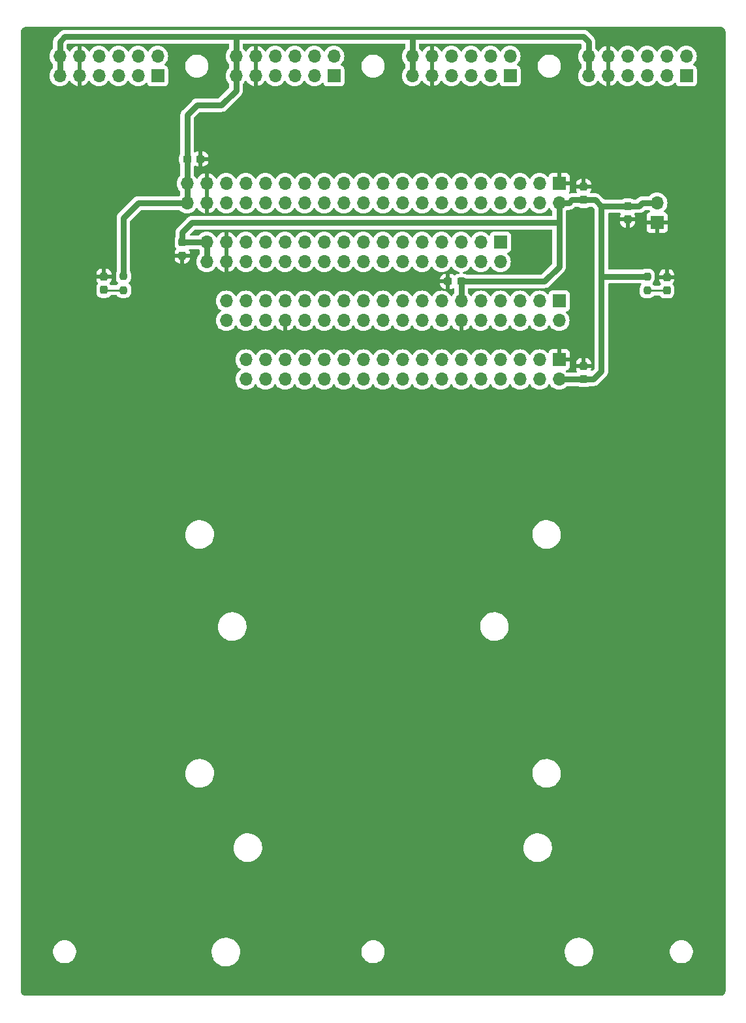
<source format=gtl>
G04 #@! TF.GenerationSoftware,KiCad,Pcbnew,7.0.11-7.0.11~ubuntu20.04.1*
G04 #@! TF.CreationDate,2024-08-20T17:51:29+02:00*
G04 #@! TF.ProjectId,kicad-kria-pmod-alinx,6b696361-642d-46b7-9269-612d706d6f64,1.0*
G04 #@! TF.SameCoordinates,Original*
G04 #@! TF.FileFunction,Copper,L1,Top*
G04 #@! TF.FilePolarity,Positive*
%FSLAX46Y46*%
G04 Gerber Fmt 4.6, Leading zero omitted, Abs format (unit mm)*
G04 Created by KiCad (PCBNEW 7.0.11-7.0.11~ubuntu20.04.1) date 2024-08-20 17:51:29*
%MOMM*%
%LPD*%
G01*
G04 APERTURE LIST*
G04 Aperture macros list*
%AMRoundRect*
0 Rectangle with rounded corners*
0 $1 Rounding radius*
0 $2 $3 $4 $5 $6 $7 $8 $9 X,Y pos of 4 corners*
0 Add a 4 corners polygon primitive as box body*
4,1,4,$2,$3,$4,$5,$6,$7,$8,$9,$2,$3,0*
0 Add four circle primitives for the rounded corners*
1,1,$1+$1,$2,$3*
1,1,$1+$1,$4,$5*
1,1,$1+$1,$6,$7*
1,1,$1+$1,$8,$9*
0 Add four rect primitives between the rounded corners*
20,1,$1+$1,$2,$3,$4,$5,0*
20,1,$1+$1,$4,$5,$6,$7,0*
20,1,$1+$1,$6,$7,$8,$9,0*
20,1,$1+$1,$8,$9,$2,$3,0*%
G04 Aperture macros list end*
G04 #@! TA.AperFunction,SMDPad,CuDef*
%ADD10RoundRect,0.237500X0.300000X0.237500X-0.300000X0.237500X-0.300000X-0.237500X0.300000X-0.237500X0*%
G04 #@! TD*
G04 #@! TA.AperFunction,SMDPad,CuDef*
%ADD11RoundRect,0.237500X-0.237500X0.250000X-0.237500X-0.250000X0.237500X-0.250000X0.237500X0.250000X0*%
G04 #@! TD*
G04 #@! TA.AperFunction,SMDPad,CuDef*
%ADD12RoundRect,0.237500X-0.237500X0.287500X-0.237500X-0.287500X0.237500X-0.287500X0.237500X0.287500X0*%
G04 #@! TD*
G04 #@! TA.AperFunction,ComponentPad*
%ADD13R,1.700000X1.700000*%
G04 #@! TD*
G04 #@! TA.AperFunction,ComponentPad*
%ADD14O,1.700000X1.700000*%
G04 #@! TD*
G04 #@! TA.AperFunction,SMDPad,CuDef*
%ADD15RoundRect,0.237500X0.237500X-0.300000X0.237500X0.300000X-0.237500X0.300000X-0.237500X-0.300000X0*%
G04 #@! TD*
G04 #@! TA.AperFunction,SMDPad,CuDef*
%ADD16RoundRect,0.237500X-0.237500X0.300000X-0.237500X-0.300000X0.237500X-0.300000X0.237500X0.300000X0*%
G04 #@! TD*
G04 #@! TA.AperFunction,SMDPad,CuDef*
%ADD17RoundRect,0.237500X-0.300000X-0.237500X0.300000X-0.237500X0.300000X0.237500X-0.300000X0.237500X0*%
G04 #@! TD*
G04 #@! TA.AperFunction,Conductor*
%ADD18C,0.750000*%
G04 #@! TD*
G04 #@! TA.AperFunction,Conductor*
%ADD19C,0.250000*%
G04 #@! TD*
G04 APERTURE END LIST*
D10*
X128280000Y-57155000D03*
X126555000Y-57155000D03*
D11*
X152410000Y-56520000D03*
X152410000Y-58345000D03*
D12*
X81925000Y-56520000D03*
X81925000Y-58270000D03*
D13*
X111765000Y-30485000D03*
D14*
X111765000Y-27945000D03*
X109225000Y-30485000D03*
X109225000Y-27945000D03*
X106685000Y-30485000D03*
X106685000Y-27945000D03*
X104145000Y-30485000D03*
X104145000Y-27945000D03*
X101605000Y-30485000D03*
X101605000Y-27945000D03*
X99065000Y-30485000D03*
X99065000Y-27945000D03*
D13*
X88905000Y-30485000D03*
D14*
X88905000Y-27945000D03*
X86365000Y-30485000D03*
X86365000Y-27945000D03*
X83825000Y-30485000D03*
X83825000Y-27945000D03*
X81285000Y-30485000D03*
X81285000Y-27945000D03*
X78745000Y-30485000D03*
X78745000Y-27945000D03*
X76205000Y-30485000D03*
X76205000Y-27945000D03*
D15*
X144155000Y-46587500D03*
X144155000Y-44862500D03*
D13*
X140980000Y-59700000D03*
D14*
X140980000Y-62240000D03*
X138440000Y-59700000D03*
X138440000Y-62240000D03*
X135900000Y-59700000D03*
X135900000Y-62240000D03*
X133360000Y-59700000D03*
X133360000Y-62240000D03*
X130820000Y-59700000D03*
X130820000Y-62240000D03*
X128280000Y-59700000D03*
X128280000Y-62240000D03*
X125740000Y-59700000D03*
X125740000Y-62240000D03*
X123200000Y-59700000D03*
X123200000Y-62240000D03*
X120660000Y-59700000D03*
X120660000Y-62240000D03*
X118120000Y-59700000D03*
X118120000Y-62240000D03*
X115580000Y-59700000D03*
X115580000Y-62240000D03*
X113040000Y-59700000D03*
X113040000Y-62240000D03*
X110500000Y-59700000D03*
X110500000Y-62240000D03*
X107960000Y-59700000D03*
X107960000Y-62240000D03*
X105420000Y-59700000D03*
X105420000Y-62240000D03*
X102880000Y-59700000D03*
X102880000Y-62240000D03*
X100340000Y-59700000D03*
X100340000Y-62240000D03*
X97800000Y-59700000D03*
X97800000Y-62240000D03*
D13*
X140980000Y-44455000D03*
D14*
X140980000Y-46995000D03*
X138440000Y-44455000D03*
X138440000Y-46995000D03*
X135900000Y-44455000D03*
X135900000Y-46995000D03*
X133360000Y-44455000D03*
X133360000Y-46995000D03*
X130820000Y-44455000D03*
X130820000Y-46995000D03*
X128280000Y-44455000D03*
X128280000Y-46995000D03*
X125740000Y-44455000D03*
X125740000Y-46995000D03*
X123200000Y-44455000D03*
X123200000Y-46995000D03*
X120660000Y-44455000D03*
X120660000Y-46995000D03*
X118120000Y-44455000D03*
X118120000Y-46995000D03*
X115580000Y-44455000D03*
X115580000Y-46995000D03*
X113040000Y-44455000D03*
X113040000Y-46995000D03*
X110500000Y-44455000D03*
X110500000Y-46995000D03*
X107960000Y-44455000D03*
X107960000Y-46995000D03*
X105420000Y-44455000D03*
X105420000Y-46995000D03*
X102880000Y-44455000D03*
X102880000Y-46995000D03*
X100340000Y-44455000D03*
X100340000Y-46995000D03*
X97800000Y-44455000D03*
X97800000Y-46995000D03*
X95260000Y-44455000D03*
X95260000Y-46995000D03*
X92720000Y-44455000D03*
X92720000Y-46995000D03*
D16*
X149870000Y-49127500D03*
X149870000Y-47402500D03*
D11*
X84465000Y-56482500D03*
X84465000Y-58307500D03*
D13*
X157485000Y-30485000D03*
D14*
X157485000Y-27945000D03*
X154945000Y-30485000D03*
X154945000Y-27945000D03*
X152405000Y-30485000D03*
X152405000Y-27945000D03*
X149865000Y-30485000D03*
X149865000Y-27945000D03*
X147325000Y-30485000D03*
X147325000Y-27945000D03*
X144785000Y-30485000D03*
X144785000Y-27945000D03*
D16*
X92085000Y-52075000D03*
X92085000Y-53800000D03*
D17*
X92720000Y-41280000D03*
X94445000Y-41280000D03*
D13*
X153680000Y-49535000D03*
D14*
X153680000Y-46995000D03*
D12*
X154950000Y-58345000D03*
X154950000Y-56595000D03*
D13*
X134625000Y-30485000D03*
D14*
X134625000Y-27945000D03*
X132085000Y-30485000D03*
X132085000Y-27945000D03*
X129545000Y-30485000D03*
X129545000Y-27945000D03*
X127005000Y-30485000D03*
X127005000Y-27945000D03*
X124465000Y-30485000D03*
X124465000Y-27945000D03*
X121925000Y-30485000D03*
X121925000Y-27945000D03*
D15*
X144155000Y-69855000D03*
X144155000Y-68130000D03*
D13*
X140980000Y-67320000D03*
D14*
X140980000Y-69860000D03*
X138440000Y-67320000D03*
X138440000Y-69860000D03*
X135900000Y-67320000D03*
X135900000Y-69860000D03*
X133360000Y-67320000D03*
X133360000Y-69860000D03*
X130820000Y-67320000D03*
X130820000Y-69860000D03*
X128280000Y-67320000D03*
X128280000Y-69860000D03*
X125740000Y-67320000D03*
X125740000Y-69860000D03*
X123200000Y-67320000D03*
X123200000Y-69860000D03*
X120660000Y-67320000D03*
X120660000Y-69860000D03*
X118120000Y-67320000D03*
X118120000Y-69860000D03*
X115580000Y-67320000D03*
X115580000Y-69860000D03*
X113040000Y-67320000D03*
X113040000Y-69860000D03*
X110500000Y-67320000D03*
X110500000Y-69860000D03*
X107960000Y-67320000D03*
X107960000Y-69860000D03*
X105420000Y-67320000D03*
X105420000Y-69860000D03*
X102880000Y-67320000D03*
X102880000Y-69860000D03*
X100340000Y-67320000D03*
X100340000Y-69860000D03*
D13*
X133360000Y-52075000D03*
D14*
X133360000Y-54615000D03*
X130820000Y-52075000D03*
X130820000Y-54615000D03*
X128280000Y-52075000D03*
X128280000Y-54615000D03*
X125740000Y-52075000D03*
X125740000Y-54615000D03*
X123200000Y-52075000D03*
X123200000Y-54615000D03*
X120660000Y-52075000D03*
X120660000Y-54615000D03*
X118120000Y-52075000D03*
X118120000Y-54615000D03*
X115580000Y-52075000D03*
X115580000Y-54615000D03*
X113040000Y-52075000D03*
X113040000Y-54615000D03*
X110500000Y-52075000D03*
X110500000Y-54615000D03*
X107960000Y-52075000D03*
X107960000Y-54615000D03*
X105420000Y-52075000D03*
X105420000Y-54615000D03*
X102880000Y-52075000D03*
X102880000Y-54615000D03*
X100340000Y-52075000D03*
X100340000Y-54615000D03*
X97800000Y-52075000D03*
X97800000Y-54615000D03*
X95260000Y-52075000D03*
X95260000Y-54615000D03*
D18*
X92085000Y-52075000D02*
X92085000Y-50805000D01*
X92085000Y-50805000D02*
X93355000Y-49535000D01*
X93355000Y-49535000D02*
X140980000Y-49535000D01*
X95260000Y-52075000D02*
X92085000Y-52075000D01*
X99070000Y-25405000D02*
X121930000Y-25405000D01*
X121930000Y-25405000D02*
X144155000Y-25405000D01*
X121925000Y-27945000D02*
X121925000Y-25410000D01*
X121925000Y-25410000D02*
X121930000Y-25405000D01*
X140980000Y-55250000D02*
X140980000Y-49535000D01*
X140980000Y-49535000D02*
X140980000Y-46995000D01*
D19*
X152410000Y-58345000D02*
X154950000Y-58345000D01*
D18*
X140980000Y-69860000D02*
X145420000Y-69860000D01*
X145420000Y-69860000D02*
X146467500Y-68812500D01*
X146467500Y-68812500D02*
X146467500Y-56520000D01*
X92720000Y-41280000D02*
X92720000Y-35565000D01*
X92720000Y-35565000D02*
X93990000Y-34295000D01*
X93990000Y-34295000D02*
X97165000Y-34295000D01*
X97165000Y-34295000D02*
X99070000Y-32390000D01*
X99070000Y-32390000D02*
X99065000Y-32385000D01*
X99065000Y-32385000D02*
X99065000Y-30485000D01*
X92720000Y-44455000D02*
X92720000Y-41280000D01*
D19*
X84465000Y-58307500D02*
X81962500Y-58307500D01*
X81962500Y-58307500D02*
X81925000Y-58270000D01*
D18*
X92720000Y-46995000D02*
X86370000Y-46995000D01*
X86370000Y-46995000D02*
X84465000Y-48900000D01*
X84465000Y-48900000D02*
X84465000Y-56482500D01*
X95260000Y-54615000D02*
X95260000Y-52075000D01*
X92720000Y-44455000D02*
X92720000Y-46995000D01*
X76845000Y-25405000D02*
X99070000Y-25405000D01*
X99065000Y-30485000D02*
X99065000Y-25410000D01*
X99065000Y-25410000D02*
X99070000Y-25405000D01*
X121925000Y-27945000D02*
X121925000Y-30485000D01*
X144785000Y-27945000D02*
X144785000Y-30485000D01*
X76205000Y-27945000D02*
X76205000Y-26045000D01*
X76205000Y-26045000D02*
X76845000Y-25405000D01*
X144155000Y-25405000D02*
X144785000Y-26035000D01*
X144785000Y-26035000D02*
X144785000Y-27945000D01*
X76205000Y-30485000D02*
X76205000Y-27945000D01*
X128280000Y-57155000D02*
X139075000Y-57155000D01*
X139075000Y-57155000D02*
X140980000Y-55250000D01*
X128280000Y-59700000D02*
X128280000Y-57155000D01*
X146467500Y-47402500D02*
X146467500Y-56520000D01*
X152410000Y-56520000D02*
X146467500Y-56520000D01*
X149870000Y-47402500D02*
X151367500Y-47402500D01*
X151367500Y-47402500D02*
X151775000Y-46995000D01*
X151775000Y-46995000D02*
X153680000Y-46995000D01*
X144155000Y-46587500D02*
X145652500Y-46587500D01*
X145652500Y-46587500D02*
X146467500Y-47402500D01*
X146467500Y-47402500D02*
X149870000Y-47402500D01*
X140980000Y-46995000D02*
X142250000Y-46995000D01*
X142250000Y-46995000D02*
X142657500Y-46587500D01*
X142657500Y-46587500D02*
X144155000Y-46587500D01*
G04 #@! TA.AperFunction,Conductor*
G36*
X140047539Y-50430185D02*
G01*
X140093294Y-50482989D01*
X140104500Y-50534500D01*
X140104500Y-54835994D01*
X140084815Y-54903033D01*
X140068181Y-54923675D01*
X138748675Y-56243181D01*
X138687352Y-56276666D01*
X138660994Y-56279500D01*
X128986587Y-56279500D01*
X128921490Y-56261038D01*
X128894016Y-56244092D01*
X128730253Y-56189826D01*
X128730251Y-56189825D01*
X128629184Y-56179500D01*
X128601011Y-56179500D01*
X128533972Y-56159815D01*
X128488217Y-56107011D01*
X128478273Y-56037853D01*
X128507298Y-55974297D01*
X128566076Y-55936523D01*
X128568901Y-55935729D01*
X128743663Y-55888903D01*
X128957830Y-55789035D01*
X129151401Y-55653495D01*
X129318495Y-55486401D01*
X129448425Y-55300842D01*
X129503002Y-55257217D01*
X129572500Y-55250023D01*
X129634855Y-55281546D01*
X129651575Y-55300842D01*
X129781500Y-55486395D01*
X129781505Y-55486401D01*
X129948599Y-55653495D01*
X130034389Y-55713566D01*
X130142165Y-55789032D01*
X130142167Y-55789033D01*
X130142170Y-55789035D01*
X130356337Y-55888903D01*
X130356343Y-55888904D01*
X130356344Y-55888905D01*
X130364193Y-55891008D01*
X130584592Y-55950063D01*
X130772918Y-55966539D01*
X130819999Y-55970659D01*
X130820000Y-55970659D01*
X130820001Y-55970659D01*
X130859234Y-55967226D01*
X131055408Y-55950063D01*
X131283663Y-55888903D01*
X131497830Y-55789035D01*
X131691401Y-55653495D01*
X131858495Y-55486401D01*
X131988425Y-55300842D01*
X132043002Y-55257217D01*
X132112500Y-55250023D01*
X132174855Y-55281546D01*
X132191575Y-55300842D01*
X132321500Y-55486395D01*
X132321505Y-55486401D01*
X132488599Y-55653495D01*
X132574389Y-55713566D01*
X132682165Y-55789032D01*
X132682167Y-55789033D01*
X132682170Y-55789035D01*
X132896337Y-55888903D01*
X132896343Y-55888904D01*
X132896344Y-55888905D01*
X132904193Y-55891008D01*
X133124592Y-55950063D01*
X133312918Y-55966539D01*
X133359999Y-55970659D01*
X133360000Y-55970659D01*
X133360001Y-55970659D01*
X133399234Y-55967226D01*
X133595408Y-55950063D01*
X133823663Y-55888903D01*
X134037830Y-55789035D01*
X134231401Y-55653495D01*
X134398495Y-55486401D01*
X134534035Y-55292830D01*
X134633903Y-55078663D01*
X134695063Y-54850408D01*
X134715659Y-54615000D01*
X134695063Y-54379592D01*
X134633903Y-54151337D01*
X134534035Y-53937171D01*
X134528730Y-53929595D01*
X134398496Y-53743600D01*
X134398490Y-53743594D01*
X134276567Y-53621671D01*
X134243084Y-53560351D01*
X134248068Y-53490659D01*
X134289939Y-53434725D01*
X134320915Y-53417810D01*
X134452331Y-53368796D01*
X134567546Y-53282546D01*
X134653796Y-53167331D01*
X134704091Y-53032483D01*
X134710500Y-52972873D01*
X134710499Y-51177128D01*
X134704091Y-51117517D01*
X134702810Y-51114083D01*
X134653797Y-50982671D01*
X134653793Y-50982664D01*
X134567547Y-50867455D01*
X134567544Y-50867452D01*
X134452335Y-50781206D01*
X134452328Y-50781202D01*
X134317482Y-50730908D01*
X134317483Y-50730908D01*
X134257883Y-50724501D01*
X134257881Y-50724500D01*
X134257873Y-50724500D01*
X134257864Y-50724500D01*
X132462129Y-50724500D01*
X132462123Y-50724501D01*
X132402516Y-50730908D01*
X132267671Y-50781202D01*
X132267664Y-50781206D01*
X132152455Y-50867452D01*
X132152452Y-50867455D01*
X132066206Y-50982664D01*
X132066203Y-50982669D01*
X132017189Y-51114083D01*
X131975317Y-51170016D01*
X131909853Y-51194433D01*
X131841580Y-51179581D01*
X131813326Y-51158430D01*
X131691402Y-51036506D01*
X131691395Y-51036501D01*
X131497834Y-50900967D01*
X131497830Y-50900965D01*
X131495810Y-50900023D01*
X131283663Y-50801097D01*
X131283659Y-50801096D01*
X131283655Y-50801094D01*
X131055413Y-50739938D01*
X131055403Y-50739936D01*
X130820001Y-50719341D01*
X130819999Y-50719341D01*
X130584596Y-50739936D01*
X130584586Y-50739938D01*
X130356344Y-50801094D01*
X130356335Y-50801098D01*
X130142171Y-50900964D01*
X130142169Y-50900965D01*
X129948597Y-51036505D01*
X129781505Y-51203597D01*
X129651575Y-51389158D01*
X129596998Y-51432783D01*
X129527500Y-51439977D01*
X129465145Y-51408454D01*
X129448425Y-51389158D01*
X129318494Y-51203597D01*
X129151402Y-51036506D01*
X129151395Y-51036501D01*
X128957834Y-50900967D01*
X128957830Y-50900965D01*
X128955810Y-50900023D01*
X128743663Y-50801097D01*
X128743659Y-50801096D01*
X128743655Y-50801094D01*
X128515413Y-50739938D01*
X128515403Y-50739936D01*
X128280001Y-50719341D01*
X128279999Y-50719341D01*
X128044596Y-50739936D01*
X128044586Y-50739938D01*
X127816344Y-50801094D01*
X127816335Y-50801098D01*
X127602171Y-50900964D01*
X127602169Y-50900965D01*
X127408597Y-51036505D01*
X127241505Y-51203597D01*
X127111575Y-51389158D01*
X127056998Y-51432783D01*
X126987500Y-51439977D01*
X126925145Y-51408454D01*
X126908425Y-51389158D01*
X126778494Y-51203597D01*
X126611402Y-51036506D01*
X126611395Y-51036501D01*
X126417834Y-50900967D01*
X126417830Y-50900965D01*
X126415810Y-50900023D01*
X126203663Y-50801097D01*
X126203659Y-50801096D01*
X126203655Y-50801094D01*
X125975413Y-50739938D01*
X125975403Y-50739936D01*
X125740001Y-50719341D01*
X125739999Y-50719341D01*
X125504596Y-50739936D01*
X125504586Y-50739938D01*
X125276344Y-50801094D01*
X125276335Y-50801098D01*
X125062171Y-50900964D01*
X125062169Y-50900965D01*
X124868597Y-51036505D01*
X124701505Y-51203597D01*
X124571575Y-51389158D01*
X124516998Y-51432783D01*
X124447500Y-51439977D01*
X124385145Y-51408454D01*
X124368425Y-51389158D01*
X124238494Y-51203597D01*
X124071402Y-51036506D01*
X124071395Y-51036501D01*
X123877834Y-50900967D01*
X123877830Y-50900965D01*
X123875810Y-50900023D01*
X123663663Y-50801097D01*
X123663659Y-50801096D01*
X123663655Y-50801094D01*
X123435413Y-50739938D01*
X123435403Y-50739936D01*
X123200001Y-50719341D01*
X123199999Y-50719341D01*
X122964596Y-50739936D01*
X122964586Y-50739938D01*
X122736344Y-50801094D01*
X122736335Y-50801098D01*
X122522171Y-50900964D01*
X122522169Y-50900965D01*
X122328597Y-51036505D01*
X122161505Y-51203597D01*
X122031575Y-51389158D01*
X121976998Y-51432783D01*
X121907500Y-51439977D01*
X121845145Y-51408454D01*
X121828425Y-51389158D01*
X121698494Y-51203597D01*
X121531402Y-51036506D01*
X121531395Y-51036501D01*
X121337834Y-50900967D01*
X121337830Y-50900965D01*
X121335810Y-50900023D01*
X121123663Y-50801097D01*
X121123659Y-50801096D01*
X121123655Y-50801094D01*
X120895413Y-50739938D01*
X120895403Y-50739936D01*
X120660001Y-50719341D01*
X120659999Y-50719341D01*
X120424596Y-50739936D01*
X120424586Y-50739938D01*
X120196344Y-50801094D01*
X120196335Y-50801098D01*
X119982171Y-50900964D01*
X119982169Y-50900965D01*
X119788597Y-51036505D01*
X119621505Y-51203597D01*
X119491575Y-51389158D01*
X119436998Y-51432783D01*
X119367500Y-51439977D01*
X119305145Y-51408454D01*
X119288425Y-51389158D01*
X119158494Y-51203597D01*
X118991402Y-51036506D01*
X118991395Y-51036501D01*
X118797834Y-50900967D01*
X118797830Y-50900965D01*
X118795810Y-50900023D01*
X118583663Y-50801097D01*
X118583659Y-50801096D01*
X118583655Y-50801094D01*
X118355413Y-50739938D01*
X118355403Y-50739936D01*
X118120001Y-50719341D01*
X118119999Y-50719341D01*
X117884596Y-50739936D01*
X117884586Y-50739938D01*
X117656344Y-50801094D01*
X117656335Y-50801098D01*
X117442171Y-50900964D01*
X117442169Y-50900965D01*
X117248597Y-51036505D01*
X117081505Y-51203597D01*
X116951575Y-51389158D01*
X116896998Y-51432783D01*
X116827500Y-51439977D01*
X116765145Y-51408454D01*
X116748425Y-51389158D01*
X116618494Y-51203597D01*
X116451402Y-51036506D01*
X116451395Y-51036501D01*
X116257834Y-50900967D01*
X116257830Y-50900965D01*
X116255810Y-50900023D01*
X116043663Y-50801097D01*
X116043659Y-50801096D01*
X116043655Y-50801094D01*
X115815413Y-50739938D01*
X115815403Y-50739936D01*
X115580001Y-50719341D01*
X115579999Y-50719341D01*
X115344596Y-50739936D01*
X115344586Y-50739938D01*
X115116344Y-50801094D01*
X115116335Y-50801098D01*
X114902171Y-50900964D01*
X114902169Y-50900965D01*
X114708597Y-51036505D01*
X114541505Y-51203597D01*
X114411575Y-51389158D01*
X114356998Y-51432783D01*
X114287500Y-51439977D01*
X114225145Y-51408454D01*
X114208425Y-51389158D01*
X114078494Y-51203597D01*
X113911402Y-51036506D01*
X113911395Y-51036501D01*
X113717834Y-50900967D01*
X113717830Y-50900965D01*
X113715810Y-50900023D01*
X113503663Y-50801097D01*
X113503659Y-50801096D01*
X113503655Y-50801094D01*
X113275413Y-50739938D01*
X113275403Y-50739936D01*
X113040001Y-50719341D01*
X113039999Y-50719341D01*
X112804596Y-50739936D01*
X112804586Y-50739938D01*
X112576344Y-50801094D01*
X112576335Y-50801098D01*
X112362171Y-50900964D01*
X112362169Y-50900965D01*
X112168597Y-51036505D01*
X112001505Y-51203597D01*
X111871575Y-51389158D01*
X111816998Y-51432783D01*
X111747500Y-51439977D01*
X111685145Y-51408454D01*
X111668425Y-51389158D01*
X111538494Y-51203597D01*
X111371402Y-51036506D01*
X111371395Y-51036501D01*
X111177834Y-50900967D01*
X111177830Y-50900965D01*
X111175810Y-50900023D01*
X110963663Y-50801097D01*
X110963659Y-50801096D01*
X110963655Y-50801094D01*
X110735413Y-50739938D01*
X110735403Y-50739936D01*
X110500001Y-50719341D01*
X110499999Y-50719341D01*
X110264596Y-50739936D01*
X110264586Y-50739938D01*
X110036344Y-50801094D01*
X110036335Y-50801098D01*
X109822171Y-50900964D01*
X109822169Y-50900965D01*
X109628597Y-51036505D01*
X109461505Y-51203597D01*
X109331575Y-51389158D01*
X109276998Y-51432783D01*
X109207500Y-51439977D01*
X109145145Y-51408454D01*
X109128425Y-51389158D01*
X108998494Y-51203597D01*
X108831402Y-51036506D01*
X108831395Y-51036501D01*
X108637834Y-50900967D01*
X108637830Y-50900965D01*
X108635810Y-50900023D01*
X108423663Y-50801097D01*
X108423659Y-50801096D01*
X108423655Y-50801094D01*
X108195413Y-50739938D01*
X108195403Y-50739936D01*
X107960001Y-50719341D01*
X107959999Y-50719341D01*
X107724596Y-50739936D01*
X107724586Y-50739938D01*
X107496344Y-50801094D01*
X107496335Y-50801098D01*
X107282171Y-50900964D01*
X107282169Y-50900965D01*
X107088597Y-51036505D01*
X106921505Y-51203597D01*
X106791575Y-51389158D01*
X106736998Y-51432783D01*
X106667500Y-51439977D01*
X106605145Y-51408454D01*
X106588425Y-51389158D01*
X106458494Y-51203597D01*
X106291402Y-51036506D01*
X106291395Y-51036501D01*
X106097834Y-50900967D01*
X106097830Y-50900965D01*
X106095810Y-50900023D01*
X105883663Y-50801097D01*
X105883659Y-50801096D01*
X105883655Y-50801094D01*
X105655413Y-50739938D01*
X105655403Y-50739936D01*
X105420001Y-50719341D01*
X105419999Y-50719341D01*
X105184596Y-50739936D01*
X105184586Y-50739938D01*
X104956344Y-50801094D01*
X104956335Y-50801098D01*
X104742171Y-50900964D01*
X104742169Y-50900965D01*
X104548597Y-51036505D01*
X104381505Y-51203597D01*
X104251575Y-51389158D01*
X104196998Y-51432783D01*
X104127500Y-51439977D01*
X104065145Y-51408454D01*
X104048425Y-51389158D01*
X103918494Y-51203597D01*
X103751402Y-51036506D01*
X103751395Y-51036501D01*
X103557834Y-50900967D01*
X103557830Y-50900965D01*
X103555810Y-50900023D01*
X103343663Y-50801097D01*
X103343659Y-50801096D01*
X103343655Y-50801094D01*
X103115413Y-50739938D01*
X103115403Y-50739936D01*
X102880001Y-50719341D01*
X102879999Y-50719341D01*
X102644596Y-50739936D01*
X102644586Y-50739938D01*
X102416344Y-50801094D01*
X102416335Y-50801098D01*
X102202171Y-50900964D01*
X102202169Y-50900965D01*
X102008597Y-51036505D01*
X101841505Y-51203597D01*
X101711575Y-51389158D01*
X101656998Y-51432783D01*
X101587500Y-51439977D01*
X101525145Y-51408454D01*
X101508425Y-51389158D01*
X101378494Y-51203597D01*
X101211402Y-51036506D01*
X101211395Y-51036501D01*
X101017834Y-50900967D01*
X101017830Y-50900965D01*
X101015810Y-50900023D01*
X100803663Y-50801097D01*
X100803659Y-50801096D01*
X100803655Y-50801094D01*
X100575413Y-50739938D01*
X100575403Y-50739936D01*
X100340001Y-50719341D01*
X100339999Y-50719341D01*
X100104596Y-50739936D01*
X100104586Y-50739938D01*
X99876344Y-50801094D01*
X99876335Y-50801098D01*
X99662171Y-50900964D01*
X99662169Y-50900965D01*
X99468597Y-51036505D01*
X99301508Y-51203594D01*
X99171269Y-51389595D01*
X99116692Y-51433219D01*
X99047193Y-51440412D01*
X98984839Y-51408890D01*
X98968119Y-51389594D01*
X98838113Y-51203926D01*
X98838108Y-51203920D01*
X98671082Y-51036894D01*
X98477578Y-50901399D01*
X98263492Y-50801570D01*
X98263486Y-50801567D01*
X98050000Y-50744364D01*
X98050000Y-51639498D01*
X97942315Y-51590320D01*
X97835763Y-51575000D01*
X97764237Y-51575000D01*
X97657685Y-51590320D01*
X97550000Y-51639498D01*
X97550000Y-50744364D01*
X97549999Y-50744364D01*
X97336513Y-50801567D01*
X97336507Y-50801570D01*
X97122422Y-50901399D01*
X97122420Y-50901400D01*
X96928926Y-51036886D01*
X96928920Y-51036891D01*
X96761891Y-51203920D01*
X96761890Y-51203922D01*
X96631880Y-51389595D01*
X96577303Y-51433219D01*
X96507804Y-51440412D01*
X96445450Y-51408890D01*
X96428730Y-51389594D01*
X96298494Y-51203597D01*
X96131402Y-51036506D01*
X96131395Y-51036501D01*
X95937834Y-50900967D01*
X95937830Y-50900965D01*
X95935810Y-50900023D01*
X95723663Y-50801097D01*
X95723659Y-50801096D01*
X95723655Y-50801094D01*
X95495413Y-50739938D01*
X95495403Y-50739936D01*
X95260001Y-50719341D01*
X95259999Y-50719341D01*
X95024596Y-50739936D01*
X95024586Y-50739938D01*
X94796344Y-50801094D01*
X94796335Y-50801098D01*
X94582171Y-50900964D01*
X94582169Y-50900965D01*
X94388600Y-51036503D01*
X94325262Y-51099842D01*
X94261921Y-51163182D01*
X94200601Y-51196666D01*
X94174242Y-51199500D01*
X93228006Y-51199500D01*
X93160967Y-51179815D01*
X93115212Y-51127011D01*
X93105268Y-51057853D01*
X93134293Y-50994297D01*
X93140325Y-50987819D01*
X93681325Y-50446819D01*
X93742648Y-50413334D01*
X93769006Y-50410500D01*
X139980500Y-50410500D01*
X140047539Y-50430185D01*
G37*
G04 #@! TD.AperFunction*
G04 #@! TA.AperFunction,Conductor*
G36*
X98050000Y-54179498D02*
G01*
X97942315Y-54130320D01*
X97835763Y-54115000D01*
X97764237Y-54115000D01*
X97657685Y-54130320D01*
X97550000Y-54179498D01*
X97550000Y-52510501D01*
X97657685Y-52559680D01*
X97764237Y-52575000D01*
X97835763Y-52575000D01*
X97942315Y-52559680D01*
X98050000Y-52510501D01*
X98050000Y-54179498D01*
G37*
G04 #@! TD.AperFunction*
G04 #@! TA.AperFunction,Conductor*
G36*
X95510000Y-46559498D02*
G01*
X95402315Y-46510320D01*
X95295763Y-46495000D01*
X95224237Y-46495000D01*
X95117685Y-46510320D01*
X95010000Y-46559498D01*
X95010000Y-44890501D01*
X95117685Y-44939680D01*
X95224237Y-44955000D01*
X95295763Y-44955000D01*
X95402315Y-44939680D01*
X95510000Y-44890501D01*
X95510000Y-46559498D01*
G37*
G04 #@! TD.AperFunction*
G04 #@! TA.AperFunction,Conductor*
G36*
X78995000Y-30049498D02*
G01*
X78887315Y-30000320D01*
X78780763Y-29985000D01*
X78709237Y-29985000D01*
X78602685Y-30000320D01*
X78495000Y-30049498D01*
X78495000Y-28380501D01*
X78602685Y-28429680D01*
X78709237Y-28445000D01*
X78780763Y-28445000D01*
X78887315Y-28429680D01*
X78995000Y-28380501D01*
X78995000Y-30049498D01*
G37*
G04 #@! TD.AperFunction*
G04 #@! TA.AperFunction,Conductor*
G36*
X101855000Y-30049498D02*
G01*
X101747315Y-30000320D01*
X101640763Y-29985000D01*
X101569237Y-29985000D01*
X101462685Y-30000320D01*
X101355000Y-30049498D01*
X101355000Y-28380501D01*
X101462685Y-28429680D01*
X101569237Y-28445000D01*
X101640763Y-28445000D01*
X101747315Y-28429680D01*
X101855000Y-28380501D01*
X101855000Y-30049498D01*
G37*
G04 #@! TD.AperFunction*
G04 #@! TA.AperFunction,Conductor*
G36*
X124715000Y-30049498D02*
G01*
X124607315Y-30000320D01*
X124500763Y-29985000D01*
X124429237Y-29985000D01*
X124322685Y-30000320D01*
X124215000Y-30049498D01*
X124215000Y-28380501D01*
X124322685Y-28429680D01*
X124429237Y-28445000D01*
X124500763Y-28445000D01*
X124607315Y-28429680D01*
X124715000Y-28380501D01*
X124715000Y-30049498D01*
G37*
G04 #@! TD.AperFunction*
G04 #@! TA.AperFunction,Conductor*
G36*
X147575000Y-30049498D02*
G01*
X147467315Y-30000320D01*
X147360763Y-29985000D01*
X147289237Y-29985000D01*
X147182685Y-30000320D01*
X147075000Y-30049498D01*
X147075000Y-28380501D01*
X147182685Y-28429680D01*
X147289237Y-28445000D01*
X147360763Y-28445000D01*
X147467315Y-28429680D01*
X147575000Y-28380501D01*
X147575000Y-30049498D01*
G37*
G04 #@! TD.AperFunction*
G04 #@! TA.AperFunction,Conductor*
G36*
X161941912Y-24136278D02*
G01*
X161960299Y-24138350D01*
X161962404Y-24138607D01*
X162073499Y-24153233D01*
X162098249Y-24159126D01*
X162140803Y-24174017D01*
X162147255Y-24176480D01*
X162220533Y-24206833D01*
X162239028Y-24216387D01*
X162281975Y-24243372D01*
X162291481Y-24249985D01*
X162350274Y-24295098D01*
X162362469Y-24305793D01*
X162399205Y-24342529D01*
X162409900Y-24354724D01*
X162455013Y-24413517D01*
X162461630Y-24423029D01*
X162488607Y-24465962D01*
X162498172Y-24484478D01*
X162528510Y-24557722D01*
X162530990Y-24564219D01*
X162545869Y-24606740D01*
X162551767Y-24631510D01*
X162566381Y-24742517D01*
X162566661Y-24744801D01*
X162568720Y-24763085D01*
X162569500Y-24776959D01*
X162569500Y-149223039D01*
X162568721Y-149236915D01*
X162567239Y-149250065D01*
X162566662Y-149255186D01*
X162566381Y-149257481D01*
X162551767Y-149368488D01*
X162545869Y-149393258D01*
X162530990Y-149435779D01*
X162528510Y-149442276D01*
X162498172Y-149515520D01*
X162488604Y-149534042D01*
X162461630Y-149576969D01*
X162455013Y-149586481D01*
X162409900Y-149645274D01*
X162399205Y-149657469D01*
X162362469Y-149694205D01*
X162350274Y-149704900D01*
X162291481Y-149750013D01*
X162281969Y-149756630D01*
X162239042Y-149783604D01*
X162220520Y-149793172D01*
X162147276Y-149823510D01*
X162140779Y-149825990D01*
X162098258Y-149840869D01*
X162073488Y-149846767D01*
X161962481Y-149861381D01*
X161960187Y-149861662D01*
X161957503Y-149861964D01*
X161941914Y-149863720D01*
X161928040Y-149864500D01*
X71771960Y-149864500D01*
X71758083Y-149863720D01*
X71743203Y-149862044D01*
X71739813Y-149861662D01*
X71737517Y-149861381D01*
X71626510Y-149846767D01*
X71601740Y-149840869D01*
X71559219Y-149825990D01*
X71552722Y-149823510D01*
X71502748Y-149802810D01*
X71479475Y-149793170D01*
X71460962Y-149783607D01*
X71418029Y-149756630D01*
X71408517Y-149750013D01*
X71349724Y-149704900D01*
X71337529Y-149694205D01*
X71300793Y-149657469D01*
X71290098Y-149645274D01*
X71244985Y-149586481D01*
X71238368Y-149576969D01*
X71211387Y-149534028D01*
X71201833Y-149515533D01*
X71171480Y-149442255D01*
X71169017Y-149435803D01*
X71154126Y-149393249D01*
X71148233Y-149368499D01*
X71133607Y-149257404D01*
X71133350Y-149255299D01*
X71131278Y-149236912D01*
X71130500Y-149223037D01*
X71130500Y-144274334D01*
X75344500Y-144274334D01*
X75385429Y-144519616D01*
X75466169Y-144754802D01*
X75466172Y-144754811D01*
X75584524Y-144973506D01*
X75584526Y-144973509D01*
X75737262Y-145169744D01*
X75896744Y-145316557D01*
X75920217Y-145338166D01*
X76128393Y-145474173D01*
X76356118Y-145574063D01*
X76597175Y-145635107D01*
X76597179Y-145635108D01*
X76597181Y-145635108D01*
X76597186Y-145635109D01*
X76750589Y-145647819D01*
X76782933Y-145650500D01*
X76782937Y-145650500D01*
X76907063Y-145650500D01*
X76907067Y-145650500D01*
X76969677Y-145645311D01*
X77092813Y-145635109D01*
X77092816Y-145635108D01*
X77092821Y-145635108D01*
X77333881Y-145574063D01*
X77561607Y-145474173D01*
X77769785Y-145338164D01*
X77952738Y-145169744D01*
X78105474Y-144973509D01*
X78223828Y-144754810D01*
X78304571Y-144519614D01*
X78345500Y-144274335D01*
X78345500Y-144262763D01*
X95900787Y-144262763D01*
X95930413Y-144532013D01*
X95930415Y-144532024D01*
X95998926Y-144794082D01*
X95998928Y-144794088D01*
X96104870Y-145043390D01*
X96176998Y-145161575D01*
X96245979Y-145274605D01*
X96245986Y-145274615D01*
X96419253Y-145482819D01*
X96419259Y-145482824D01*
X96524240Y-145576887D01*
X96620998Y-145663582D01*
X96846910Y-145813044D01*
X97092176Y-145928020D01*
X97092183Y-145928022D01*
X97092185Y-145928023D01*
X97351557Y-146006057D01*
X97351564Y-146006058D01*
X97351569Y-146006060D01*
X97619561Y-146045500D01*
X97619566Y-146045500D01*
X97822629Y-146045500D01*
X97822631Y-146045500D01*
X97822636Y-146045499D01*
X97822648Y-146045499D01*
X97860191Y-146042750D01*
X98025156Y-146030677D01*
X98137758Y-146005593D01*
X98289546Y-145971782D01*
X98289548Y-145971781D01*
X98289553Y-145971780D01*
X98542558Y-145875014D01*
X98778777Y-145742441D01*
X98993177Y-145576888D01*
X99181186Y-145381881D01*
X99338799Y-145161579D01*
X99412787Y-145017669D01*
X99462649Y-144920690D01*
X99462651Y-144920684D01*
X99462656Y-144920675D01*
X99550118Y-144664305D01*
X99599319Y-144397933D01*
X99603836Y-144274334D01*
X115349500Y-144274334D01*
X115390429Y-144519616D01*
X115471169Y-144754802D01*
X115471172Y-144754811D01*
X115589524Y-144973506D01*
X115589526Y-144973509D01*
X115742262Y-145169744D01*
X115901744Y-145316557D01*
X115925217Y-145338166D01*
X116133393Y-145474173D01*
X116361118Y-145574063D01*
X116602175Y-145635107D01*
X116602179Y-145635108D01*
X116602181Y-145635108D01*
X116602186Y-145635109D01*
X116755589Y-145647819D01*
X116787933Y-145650500D01*
X116787937Y-145650500D01*
X116912063Y-145650500D01*
X116912067Y-145650500D01*
X116974677Y-145645311D01*
X117097813Y-145635109D01*
X117097816Y-145635108D01*
X117097821Y-145635108D01*
X117338881Y-145574063D01*
X117566607Y-145474173D01*
X117774785Y-145338164D01*
X117957738Y-145169744D01*
X118110474Y-144973509D01*
X118228828Y-144754810D01*
X118309571Y-144519614D01*
X118350500Y-144274335D01*
X118350500Y-144262763D01*
X141700787Y-144262763D01*
X141730413Y-144532013D01*
X141730415Y-144532024D01*
X141798926Y-144794082D01*
X141798928Y-144794088D01*
X141904870Y-145043390D01*
X141976998Y-145161575D01*
X142045979Y-145274605D01*
X142045986Y-145274615D01*
X142219253Y-145482819D01*
X142219259Y-145482824D01*
X142324240Y-145576887D01*
X142420998Y-145663582D01*
X142646910Y-145813044D01*
X142892176Y-145928020D01*
X142892183Y-145928022D01*
X142892185Y-145928023D01*
X143151557Y-146006057D01*
X143151564Y-146006058D01*
X143151569Y-146006060D01*
X143419561Y-146045500D01*
X143419566Y-146045500D01*
X143622629Y-146045500D01*
X143622631Y-146045500D01*
X143622636Y-146045499D01*
X143622648Y-146045499D01*
X143660191Y-146042750D01*
X143825156Y-146030677D01*
X143937758Y-146005593D01*
X144089546Y-145971782D01*
X144089548Y-145971781D01*
X144089553Y-145971780D01*
X144342558Y-145875014D01*
X144578777Y-145742441D01*
X144793177Y-145576888D01*
X144981186Y-145381881D01*
X145138799Y-145161579D01*
X145212787Y-145017669D01*
X145262649Y-144920690D01*
X145262651Y-144920684D01*
X145262656Y-144920675D01*
X145350118Y-144664305D01*
X145399319Y-144397933D01*
X145403836Y-144274334D01*
X155354500Y-144274334D01*
X155395429Y-144519616D01*
X155476169Y-144754802D01*
X155476172Y-144754811D01*
X155594524Y-144973506D01*
X155594526Y-144973509D01*
X155747262Y-145169744D01*
X155906744Y-145316557D01*
X155930217Y-145338166D01*
X156138393Y-145474173D01*
X156366118Y-145574063D01*
X156607175Y-145635107D01*
X156607179Y-145635108D01*
X156607181Y-145635108D01*
X156607186Y-145635109D01*
X156760589Y-145647819D01*
X156792933Y-145650500D01*
X156792937Y-145650500D01*
X156917063Y-145650500D01*
X156917067Y-145650500D01*
X156979677Y-145645311D01*
X157102813Y-145635109D01*
X157102816Y-145635108D01*
X157102821Y-145635108D01*
X157343881Y-145574063D01*
X157571607Y-145474173D01*
X157779785Y-145338164D01*
X157962738Y-145169744D01*
X158115474Y-144973509D01*
X158233828Y-144754810D01*
X158314571Y-144519614D01*
X158355500Y-144274335D01*
X158355500Y-144025665D01*
X158314571Y-143780386D01*
X158233828Y-143545190D01*
X158115474Y-143326491D01*
X157962738Y-143130256D01*
X157779785Y-142961836D01*
X157779782Y-142961833D01*
X157571606Y-142825826D01*
X157343881Y-142725936D01*
X157102824Y-142664892D01*
X157102813Y-142664890D01*
X156917077Y-142649500D01*
X156917067Y-142649500D01*
X156792933Y-142649500D01*
X156792922Y-142649500D01*
X156607186Y-142664890D01*
X156607175Y-142664892D01*
X156366118Y-142725936D01*
X156138393Y-142825826D01*
X155930217Y-142961833D01*
X155747261Y-143130257D01*
X155594524Y-143326493D01*
X155476172Y-143545188D01*
X155476169Y-143545197D01*
X155395429Y-143780383D01*
X155354500Y-144025665D01*
X155354500Y-144274334D01*
X145403836Y-144274334D01*
X145409212Y-144127235D01*
X145379586Y-143857982D01*
X145311072Y-143595912D01*
X145205130Y-143346610D01*
X145064018Y-143115390D01*
X144974747Y-143008119D01*
X144890746Y-142907180D01*
X144890740Y-142907175D01*
X144689002Y-142726418D01*
X144463092Y-142576957D01*
X144463090Y-142576956D01*
X144217824Y-142461980D01*
X144217819Y-142461978D01*
X144217814Y-142461976D01*
X143958442Y-142383942D01*
X143958428Y-142383939D01*
X143842791Y-142366921D01*
X143690439Y-142344500D01*
X143487369Y-142344500D01*
X143487351Y-142344500D01*
X143284844Y-142359323D01*
X143284831Y-142359325D01*
X143020453Y-142418217D01*
X143020446Y-142418220D01*
X142767439Y-142514987D01*
X142531226Y-142647557D01*
X142531224Y-142647558D01*
X142531223Y-142647559D01*
X142508776Y-142664892D01*
X142316822Y-142813112D01*
X142128822Y-143008109D01*
X142128816Y-143008116D01*
X141971202Y-143228419D01*
X141971199Y-143228424D01*
X141847350Y-143469309D01*
X141847343Y-143469327D01*
X141759884Y-143725685D01*
X141759881Y-143725699D01*
X141710681Y-143992068D01*
X141710680Y-143992075D01*
X141700787Y-144262763D01*
X118350500Y-144262763D01*
X118350500Y-144025665D01*
X118309571Y-143780386D01*
X118228828Y-143545190D01*
X118110474Y-143326491D01*
X117957738Y-143130256D01*
X117774785Y-142961836D01*
X117774782Y-142961833D01*
X117566606Y-142825826D01*
X117338881Y-142725936D01*
X117097824Y-142664892D01*
X117097813Y-142664890D01*
X116912077Y-142649500D01*
X116912067Y-142649500D01*
X116787933Y-142649500D01*
X116787922Y-142649500D01*
X116602186Y-142664890D01*
X116602175Y-142664892D01*
X116361118Y-142725936D01*
X116133393Y-142825826D01*
X115925217Y-142961833D01*
X115742261Y-143130257D01*
X115589524Y-143326493D01*
X115471172Y-143545188D01*
X115471169Y-143545197D01*
X115390429Y-143780383D01*
X115349500Y-144025665D01*
X115349500Y-144274334D01*
X99603836Y-144274334D01*
X99609212Y-144127235D01*
X99579586Y-143857982D01*
X99511072Y-143595912D01*
X99405130Y-143346610D01*
X99264018Y-143115390D01*
X99174747Y-143008119D01*
X99090746Y-142907180D01*
X99090740Y-142907175D01*
X98889002Y-142726418D01*
X98663092Y-142576957D01*
X98663090Y-142576956D01*
X98417824Y-142461980D01*
X98417819Y-142461978D01*
X98417814Y-142461976D01*
X98158442Y-142383942D01*
X98158428Y-142383939D01*
X98042791Y-142366921D01*
X97890439Y-142344500D01*
X97687369Y-142344500D01*
X97687351Y-142344500D01*
X97484844Y-142359323D01*
X97484831Y-142359325D01*
X97220453Y-142418217D01*
X97220446Y-142418220D01*
X96967439Y-142514987D01*
X96731226Y-142647557D01*
X96731224Y-142647558D01*
X96731223Y-142647559D01*
X96708776Y-142664892D01*
X96516822Y-142813112D01*
X96328822Y-143008109D01*
X96328816Y-143008116D01*
X96171202Y-143228419D01*
X96171199Y-143228424D01*
X96047350Y-143469309D01*
X96047343Y-143469327D01*
X95959884Y-143725685D01*
X95959881Y-143725699D01*
X95910681Y-143992068D01*
X95910680Y-143992075D01*
X95900787Y-144262763D01*
X78345500Y-144262763D01*
X78345500Y-144025665D01*
X78304571Y-143780386D01*
X78223828Y-143545190D01*
X78105474Y-143326491D01*
X77952738Y-143130256D01*
X77769785Y-142961836D01*
X77769782Y-142961833D01*
X77561606Y-142825826D01*
X77333881Y-142725936D01*
X77092824Y-142664892D01*
X77092813Y-142664890D01*
X76907077Y-142649500D01*
X76907067Y-142649500D01*
X76782933Y-142649500D01*
X76782922Y-142649500D01*
X76597186Y-142664890D01*
X76597175Y-142664892D01*
X76356118Y-142725936D01*
X76128393Y-142825826D01*
X75920217Y-142961833D01*
X75737261Y-143130257D01*
X75584524Y-143326493D01*
X75466172Y-143545188D01*
X75466169Y-143545197D01*
X75385429Y-143780383D01*
X75344500Y-144025665D01*
X75344500Y-144274334D01*
X71130500Y-144274334D01*
X71130500Y-130707763D01*
X98750787Y-130707763D01*
X98780413Y-130977013D01*
X98780415Y-130977024D01*
X98848926Y-131239082D01*
X98848928Y-131239088D01*
X98954870Y-131488390D01*
X99026998Y-131606575D01*
X99095979Y-131719605D01*
X99095986Y-131719615D01*
X99269253Y-131927819D01*
X99269259Y-131927824D01*
X99470998Y-132108582D01*
X99696910Y-132258044D01*
X99942176Y-132373020D01*
X99942183Y-132373022D01*
X99942185Y-132373023D01*
X100201557Y-132451057D01*
X100201564Y-132451058D01*
X100201569Y-132451060D01*
X100469561Y-132490500D01*
X100469566Y-132490500D01*
X100672629Y-132490500D01*
X100672631Y-132490500D01*
X100672636Y-132490499D01*
X100672648Y-132490499D01*
X100710191Y-132487750D01*
X100875156Y-132475677D01*
X100987758Y-132450593D01*
X101139546Y-132416782D01*
X101139548Y-132416781D01*
X101139553Y-132416780D01*
X101392558Y-132320014D01*
X101628777Y-132187441D01*
X101843177Y-132021888D01*
X102031186Y-131826881D01*
X102188799Y-131606579D01*
X102262787Y-131462669D01*
X102312649Y-131365690D01*
X102312651Y-131365684D01*
X102312656Y-131365675D01*
X102400118Y-131109305D01*
X102449319Y-130842933D01*
X102454259Y-130707763D01*
X136350787Y-130707763D01*
X136380413Y-130977013D01*
X136380415Y-130977024D01*
X136448926Y-131239082D01*
X136448928Y-131239088D01*
X136554870Y-131488390D01*
X136626998Y-131606575D01*
X136695979Y-131719605D01*
X136695986Y-131719615D01*
X136869253Y-131927819D01*
X136869259Y-131927824D01*
X137070998Y-132108582D01*
X137296910Y-132258044D01*
X137542176Y-132373020D01*
X137542183Y-132373022D01*
X137542185Y-132373023D01*
X137801557Y-132451057D01*
X137801564Y-132451058D01*
X137801569Y-132451060D01*
X138069561Y-132490500D01*
X138069566Y-132490500D01*
X138272629Y-132490500D01*
X138272631Y-132490500D01*
X138272636Y-132490499D01*
X138272648Y-132490499D01*
X138310191Y-132487750D01*
X138475156Y-132475677D01*
X138587758Y-132450593D01*
X138739546Y-132416782D01*
X138739548Y-132416781D01*
X138739553Y-132416780D01*
X138992558Y-132320014D01*
X139228777Y-132187441D01*
X139443177Y-132021888D01*
X139631186Y-131826881D01*
X139788799Y-131606579D01*
X139862787Y-131462669D01*
X139912649Y-131365690D01*
X139912651Y-131365684D01*
X139912656Y-131365675D01*
X140000118Y-131109305D01*
X140049319Y-130842933D01*
X140059212Y-130572235D01*
X140029586Y-130302982D01*
X139961072Y-130040912D01*
X139855130Y-129791610D01*
X139714018Y-129560390D01*
X139624747Y-129453119D01*
X139540746Y-129352180D01*
X139540740Y-129352175D01*
X139339002Y-129171418D01*
X139113092Y-129021957D01*
X139113090Y-129021956D01*
X138867824Y-128906980D01*
X138867819Y-128906978D01*
X138867814Y-128906976D01*
X138608442Y-128828942D01*
X138608428Y-128828939D01*
X138492791Y-128811921D01*
X138340439Y-128789500D01*
X138137369Y-128789500D01*
X138137351Y-128789500D01*
X137934844Y-128804323D01*
X137934831Y-128804325D01*
X137670453Y-128863217D01*
X137670446Y-128863220D01*
X137417439Y-128959987D01*
X137181226Y-129092557D01*
X136966822Y-129258112D01*
X136778822Y-129453109D01*
X136778816Y-129453116D01*
X136621202Y-129673419D01*
X136621199Y-129673424D01*
X136497350Y-129914309D01*
X136497343Y-129914327D01*
X136409884Y-130170685D01*
X136409881Y-130170699D01*
X136360681Y-130437068D01*
X136360680Y-130437075D01*
X136350787Y-130707763D01*
X102454259Y-130707763D01*
X102459212Y-130572235D01*
X102429586Y-130302982D01*
X102361072Y-130040912D01*
X102255130Y-129791610D01*
X102114018Y-129560390D01*
X102024747Y-129453119D01*
X101940746Y-129352180D01*
X101940740Y-129352175D01*
X101739002Y-129171418D01*
X101513092Y-129021957D01*
X101513090Y-129021956D01*
X101267824Y-128906980D01*
X101267819Y-128906978D01*
X101267814Y-128906976D01*
X101008442Y-128828942D01*
X101008428Y-128828939D01*
X100892791Y-128811921D01*
X100740439Y-128789500D01*
X100537369Y-128789500D01*
X100537351Y-128789500D01*
X100334844Y-128804323D01*
X100334831Y-128804325D01*
X100070453Y-128863217D01*
X100070446Y-128863220D01*
X99817439Y-128959987D01*
X99581226Y-129092557D01*
X99366822Y-129258112D01*
X99178822Y-129453109D01*
X99178816Y-129453116D01*
X99021202Y-129673419D01*
X99021199Y-129673424D01*
X98897350Y-129914309D01*
X98897343Y-129914327D01*
X98809884Y-130170685D01*
X98809881Y-130170699D01*
X98760681Y-130437068D01*
X98760680Y-130437075D01*
X98750787Y-130707763D01*
X71130500Y-130707763D01*
X71130500Y-121067763D01*
X92500787Y-121067763D01*
X92530413Y-121337013D01*
X92530415Y-121337024D01*
X92598926Y-121599082D01*
X92598928Y-121599088D01*
X92704870Y-121848390D01*
X92776998Y-121966575D01*
X92845979Y-122079605D01*
X92845986Y-122079615D01*
X93019253Y-122287819D01*
X93019259Y-122287824D01*
X93220998Y-122468582D01*
X93446910Y-122618044D01*
X93692176Y-122733020D01*
X93692183Y-122733022D01*
X93692185Y-122733023D01*
X93951557Y-122811057D01*
X93951564Y-122811058D01*
X93951569Y-122811060D01*
X94219561Y-122850500D01*
X94219566Y-122850500D01*
X94422629Y-122850500D01*
X94422631Y-122850500D01*
X94422636Y-122850499D01*
X94422648Y-122850499D01*
X94460191Y-122847750D01*
X94625156Y-122835677D01*
X94737758Y-122810593D01*
X94889546Y-122776782D01*
X94889548Y-122776781D01*
X94889553Y-122776780D01*
X95142558Y-122680014D01*
X95378777Y-122547441D01*
X95593177Y-122381888D01*
X95781186Y-122186881D01*
X95938799Y-121966579D01*
X96012787Y-121822669D01*
X96062649Y-121725690D01*
X96062651Y-121725684D01*
X96062656Y-121725675D01*
X96150118Y-121469305D01*
X96199319Y-121202933D01*
X96204259Y-121067763D01*
X137500787Y-121067763D01*
X137530413Y-121337013D01*
X137530415Y-121337024D01*
X137598926Y-121599082D01*
X137598928Y-121599088D01*
X137704870Y-121848390D01*
X137776998Y-121966575D01*
X137845979Y-122079605D01*
X137845986Y-122079615D01*
X138019253Y-122287819D01*
X138019259Y-122287824D01*
X138220998Y-122468582D01*
X138446910Y-122618044D01*
X138692176Y-122733020D01*
X138692183Y-122733022D01*
X138692185Y-122733023D01*
X138951557Y-122811057D01*
X138951564Y-122811058D01*
X138951569Y-122811060D01*
X139219561Y-122850500D01*
X139219566Y-122850500D01*
X139422629Y-122850500D01*
X139422631Y-122850500D01*
X139422636Y-122850499D01*
X139422648Y-122850499D01*
X139460191Y-122847750D01*
X139625156Y-122835677D01*
X139737758Y-122810593D01*
X139889546Y-122776782D01*
X139889548Y-122776781D01*
X139889553Y-122776780D01*
X140142558Y-122680014D01*
X140378777Y-122547441D01*
X140593177Y-122381888D01*
X140781186Y-122186881D01*
X140938799Y-121966579D01*
X141012787Y-121822669D01*
X141062649Y-121725690D01*
X141062651Y-121725684D01*
X141062656Y-121725675D01*
X141150118Y-121469305D01*
X141199319Y-121202933D01*
X141209212Y-120932235D01*
X141179586Y-120662982D01*
X141111072Y-120400912D01*
X141005130Y-120151610D01*
X140864018Y-119920390D01*
X140774747Y-119813119D01*
X140690746Y-119712180D01*
X140690740Y-119712175D01*
X140489002Y-119531418D01*
X140263092Y-119381957D01*
X140263090Y-119381956D01*
X140017824Y-119266980D01*
X140017819Y-119266978D01*
X140017814Y-119266976D01*
X139758442Y-119188942D01*
X139758428Y-119188939D01*
X139642791Y-119171921D01*
X139490439Y-119149500D01*
X139287369Y-119149500D01*
X139287351Y-119149500D01*
X139084844Y-119164323D01*
X139084831Y-119164325D01*
X138820453Y-119223217D01*
X138820446Y-119223220D01*
X138567439Y-119319987D01*
X138331226Y-119452557D01*
X138116822Y-119618112D01*
X137928822Y-119813109D01*
X137928816Y-119813116D01*
X137771202Y-120033419D01*
X137771199Y-120033424D01*
X137647350Y-120274309D01*
X137647343Y-120274327D01*
X137559884Y-120530685D01*
X137559881Y-120530699D01*
X137510681Y-120797068D01*
X137510680Y-120797075D01*
X137500787Y-121067763D01*
X96204259Y-121067763D01*
X96209212Y-120932235D01*
X96179586Y-120662982D01*
X96111072Y-120400912D01*
X96005130Y-120151610D01*
X95864018Y-119920390D01*
X95774747Y-119813119D01*
X95690746Y-119712180D01*
X95690740Y-119712175D01*
X95489002Y-119531418D01*
X95263092Y-119381957D01*
X95263090Y-119381956D01*
X95017824Y-119266980D01*
X95017819Y-119266978D01*
X95017814Y-119266976D01*
X94758442Y-119188942D01*
X94758428Y-119188939D01*
X94642791Y-119171921D01*
X94490439Y-119149500D01*
X94287369Y-119149500D01*
X94287351Y-119149500D01*
X94084844Y-119164323D01*
X94084831Y-119164325D01*
X93820453Y-119223217D01*
X93820446Y-119223220D01*
X93567439Y-119319987D01*
X93331226Y-119452557D01*
X93116822Y-119618112D01*
X92928822Y-119813109D01*
X92928816Y-119813116D01*
X92771202Y-120033419D01*
X92771199Y-120033424D01*
X92647350Y-120274309D01*
X92647343Y-120274327D01*
X92559884Y-120530685D01*
X92559881Y-120530699D01*
X92510681Y-120797068D01*
X92510680Y-120797075D01*
X92500787Y-121067763D01*
X71130500Y-121067763D01*
X71130500Y-102012763D01*
X96725787Y-102012763D01*
X96755413Y-102282013D01*
X96755415Y-102282024D01*
X96823926Y-102544082D01*
X96823928Y-102544088D01*
X96929870Y-102793390D01*
X97001998Y-102911575D01*
X97070979Y-103024605D01*
X97070986Y-103024615D01*
X97244253Y-103232819D01*
X97244259Y-103232824D01*
X97445998Y-103413582D01*
X97671910Y-103563044D01*
X97917176Y-103678020D01*
X97917183Y-103678022D01*
X97917185Y-103678023D01*
X98176557Y-103756057D01*
X98176564Y-103756058D01*
X98176569Y-103756060D01*
X98444561Y-103795500D01*
X98444566Y-103795500D01*
X98647629Y-103795500D01*
X98647631Y-103795500D01*
X98647636Y-103795499D01*
X98647648Y-103795499D01*
X98685191Y-103792750D01*
X98850156Y-103780677D01*
X98962758Y-103755593D01*
X99114546Y-103721782D01*
X99114548Y-103721781D01*
X99114553Y-103721780D01*
X99367558Y-103625014D01*
X99603777Y-103492441D01*
X99818177Y-103326888D01*
X100006186Y-103131881D01*
X100163799Y-102911579D01*
X100237787Y-102767669D01*
X100287649Y-102670690D01*
X100287651Y-102670684D01*
X100287656Y-102670675D01*
X100375118Y-102414305D01*
X100424319Y-102147933D01*
X100429259Y-102012763D01*
X130725787Y-102012763D01*
X130755413Y-102282013D01*
X130755415Y-102282024D01*
X130823926Y-102544082D01*
X130823928Y-102544088D01*
X130929870Y-102793390D01*
X131001998Y-102911575D01*
X131070979Y-103024605D01*
X131070986Y-103024615D01*
X131244253Y-103232819D01*
X131244259Y-103232824D01*
X131445998Y-103413582D01*
X131671910Y-103563044D01*
X131917176Y-103678020D01*
X131917183Y-103678022D01*
X131917185Y-103678023D01*
X132176557Y-103756057D01*
X132176564Y-103756058D01*
X132176569Y-103756060D01*
X132444561Y-103795500D01*
X132444566Y-103795500D01*
X132647629Y-103795500D01*
X132647631Y-103795500D01*
X132647636Y-103795499D01*
X132647648Y-103795499D01*
X132685191Y-103792750D01*
X132850156Y-103780677D01*
X132962758Y-103755593D01*
X133114546Y-103721782D01*
X133114548Y-103721781D01*
X133114553Y-103721780D01*
X133367558Y-103625014D01*
X133603777Y-103492441D01*
X133818177Y-103326888D01*
X134006186Y-103131881D01*
X134163799Y-102911579D01*
X134237787Y-102767669D01*
X134287649Y-102670690D01*
X134287651Y-102670684D01*
X134287656Y-102670675D01*
X134375118Y-102414305D01*
X134424319Y-102147933D01*
X134434212Y-101877235D01*
X134404586Y-101607982D01*
X134336072Y-101345912D01*
X134230130Y-101096610D01*
X134089018Y-100865390D01*
X133999747Y-100758119D01*
X133915746Y-100657180D01*
X133915740Y-100657175D01*
X133714002Y-100476418D01*
X133488092Y-100326957D01*
X133488090Y-100326956D01*
X133242824Y-100211980D01*
X133242819Y-100211978D01*
X133242814Y-100211976D01*
X132983442Y-100133942D01*
X132983428Y-100133939D01*
X132867791Y-100116921D01*
X132715439Y-100094500D01*
X132512369Y-100094500D01*
X132512351Y-100094500D01*
X132309844Y-100109323D01*
X132309831Y-100109325D01*
X132045453Y-100168217D01*
X132045446Y-100168220D01*
X131792439Y-100264987D01*
X131556226Y-100397557D01*
X131341822Y-100563112D01*
X131153822Y-100758109D01*
X131153816Y-100758116D01*
X130996202Y-100978419D01*
X130996199Y-100978424D01*
X130872350Y-101219309D01*
X130872343Y-101219327D01*
X130784884Y-101475685D01*
X130784881Y-101475699D01*
X130735681Y-101742068D01*
X130735680Y-101742075D01*
X130725787Y-102012763D01*
X100429259Y-102012763D01*
X100434212Y-101877235D01*
X100404586Y-101607982D01*
X100336072Y-101345912D01*
X100230130Y-101096610D01*
X100089018Y-100865390D01*
X99999747Y-100758119D01*
X99915746Y-100657180D01*
X99915740Y-100657175D01*
X99714002Y-100476418D01*
X99488092Y-100326957D01*
X99488090Y-100326956D01*
X99242824Y-100211980D01*
X99242819Y-100211978D01*
X99242814Y-100211976D01*
X98983442Y-100133942D01*
X98983428Y-100133939D01*
X98867791Y-100116921D01*
X98715439Y-100094500D01*
X98512369Y-100094500D01*
X98512351Y-100094500D01*
X98309844Y-100109323D01*
X98309831Y-100109325D01*
X98045453Y-100168217D01*
X98045446Y-100168220D01*
X97792439Y-100264987D01*
X97556226Y-100397557D01*
X97341822Y-100563112D01*
X97153822Y-100758109D01*
X97153816Y-100758116D01*
X96996202Y-100978419D01*
X96996199Y-100978424D01*
X96872350Y-101219309D01*
X96872343Y-101219327D01*
X96784884Y-101475685D01*
X96784881Y-101475699D01*
X96735681Y-101742068D01*
X96735680Y-101742075D01*
X96725787Y-102012763D01*
X71130500Y-102012763D01*
X71130500Y-90067763D01*
X92500787Y-90067763D01*
X92530413Y-90337013D01*
X92530415Y-90337024D01*
X92598926Y-90599082D01*
X92598928Y-90599088D01*
X92704870Y-90848390D01*
X92776998Y-90966575D01*
X92845979Y-91079605D01*
X92845986Y-91079615D01*
X93019253Y-91287819D01*
X93019259Y-91287824D01*
X93220998Y-91468582D01*
X93446910Y-91618044D01*
X93692176Y-91733020D01*
X93692183Y-91733022D01*
X93692185Y-91733023D01*
X93951557Y-91811057D01*
X93951564Y-91811058D01*
X93951569Y-91811060D01*
X94219561Y-91850500D01*
X94219566Y-91850500D01*
X94422629Y-91850500D01*
X94422631Y-91850500D01*
X94422636Y-91850499D01*
X94422648Y-91850499D01*
X94460191Y-91847750D01*
X94625156Y-91835677D01*
X94737758Y-91810593D01*
X94889546Y-91776782D01*
X94889548Y-91776781D01*
X94889553Y-91776780D01*
X95142558Y-91680014D01*
X95378777Y-91547441D01*
X95593177Y-91381888D01*
X95781186Y-91186881D01*
X95938799Y-90966579D01*
X96012787Y-90822669D01*
X96062649Y-90725690D01*
X96062651Y-90725684D01*
X96062656Y-90725675D01*
X96150118Y-90469305D01*
X96199319Y-90202933D01*
X96204259Y-90067763D01*
X137500787Y-90067763D01*
X137530413Y-90337013D01*
X137530415Y-90337024D01*
X137598926Y-90599082D01*
X137598928Y-90599088D01*
X137704870Y-90848390D01*
X137776998Y-90966575D01*
X137845979Y-91079605D01*
X137845986Y-91079615D01*
X138019253Y-91287819D01*
X138019259Y-91287824D01*
X138220998Y-91468582D01*
X138446910Y-91618044D01*
X138692176Y-91733020D01*
X138692183Y-91733022D01*
X138692185Y-91733023D01*
X138951557Y-91811057D01*
X138951564Y-91811058D01*
X138951569Y-91811060D01*
X139219561Y-91850500D01*
X139219566Y-91850500D01*
X139422629Y-91850500D01*
X139422631Y-91850500D01*
X139422636Y-91850499D01*
X139422648Y-91850499D01*
X139460191Y-91847750D01*
X139625156Y-91835677D01*
X139737758Y-91810593D01*
X139889546Y-91776782D01*
X139889548Y-91776781D01*
X139889553Y-91776780D01*
X140142558Y-91680014D01*
X140378777Y-91547441D01*
X140593177Y-91381888D01*
X140781186Y-91186881D01*
X140938799Y-90966579D01*
X141012787Y-90822669D01*
X141062649Y-90725690D01*
X141062651Y-90725684D01*
X141062656Y-90725675D01*
X141150118Y-90469305D01*
X141199319Y-90202933D01*
X141209212Y-89932235D01*
X141179586Y-89662982D01*
X141111072Y-89400912D01*
X141005130Y-89151610D01*
X140864018Y-88920390D01*
X140774747Y-88813119D01*
X140690746Y-88712180D01*
X140690740Y-88712175D01*
X140489002Y-88531418D01*
X140263092Y-88381957D01*
X140263090Y-88381956D01*
X140017824Y-88266980D01*
X140017819Y-88266978D01*
X140017814Y-88266976D01*
X139758442Y-88188942D01*
X139758428Y-88188939D01*
X139642791Y-88171921D01*
X139490439Y-88149500D01*
X139287369Y-88149500D01*
X139287351Y-88149500D01*
X139084844Y-88164323D01*
X139084831Y-88164325D01*
X138820453Y-88223217D01*
X138820446Y-88223220D01*
X138567439Y-88319987D01*
X138331226Y-88452557D01*
X138116822Y-88618112D01*
X137928822Y-88813109D01*
X137928816Y-88813116D01*
X137771202Y-89033419D01*
X137771199Y-89033424D01*
X137647350Y-89274309D01*
X137647343Y-89274327D01*
X137559884Y-89530685D01*
X137559881Y-89530699D01*
X137510681Y-89797068D01*
X137510680Y-89797075D01*
X137500787Y-90067763D01*
X96204259Y-90067763D01*
X96209212Y-89932235D01*
X96179586Y-89662982D01*
X96111072Y-89400912D01*
X96005130Y-89151610D01*
X95864018Y-88920390D01*
X95774747Y-88813119D01*
X95690746Y-88712180D01*
X95690740Y-88712175D01*
X95489002Y-88531418D01*
X95263092Y-88381957D01*
X95263090Y-88381956D01*
X95017824Y-88266980D01*
X95017819Y-88266978D01*
X95017814Y-88266976D01*
X94758442Y-88188942D01*
X94758428Y-88188939D01*
X94642791Y-88171921D01*
X94490439Y-88149500D01*
X94287369Y-88149500D01*
X94287351Y-88149500D01*
X94084844Y-88164323D01*
X94084831Y-88164325D01*
X93820453Y-88223217D01*
X93820446Y-88223220D01*
X93567439Y-88319987D01*
X93331226Y-88452557D01*
X93116822Y-88618112D01*
X92928822Y-88813109D01*
X92928816Y-88813116D01*
X92771202Y-89033419D01*
X92771199Y-89033424D01*
X92647350Y-89274309D01*
X92647343Y-89274327D01*
X92559884Y-89530685D01*
X92559881Y-89530699D01*
X92510681Y-89797068D01*
X92510680Y-89797075D01*
X92500787Y-90067763D01*
X71130500Y-90067763D01*
X71130500Y-56270000D01*
X80950000Y-56270000D01*
X81675000Y-56270000D01*
X81675000Y-55495000D01*
X82175000Y-55495000D01*
X82175000Y-56270000D01*
X82899999Y-56270000D01*
X82899999Y-56183360D01*
X82899998Y-56183345D01*
X82889680Y-56082347D01*
X82835453Y-55918699D01*
X82835448Y-55918688D01*
X82744947Y-55771965D01*
X82744944Y-55771961D01*
X82623038Y-55650055D01*
X82623034Y-55650052D01*
X82476311Y-55559551D01*
X82476300Y-55559546D01*
X82312652Y-55505319D01*
X82211654Y-55495000D01*
X82175000Y-55495000D01*
X81675000Y-55495000D01*
X81638361Y-55495000D01*
X81638343Y-55495001D01*
X81537347Y-55505319D01*
X81373699Y-55559546D01*
X81373688Y-55559551D01*
X81226965Y-55650052D01*
X81226961Y-55650055D01*
X81105055Y-55771961D01*
X81105052Y-55771965D01*
X81014551Y-55918688D01*
X81014546Y-55918699D01*
X80960319Y-56082347D01*
X80950000Y-56183345D01*
X80950000Y-56270000D01*
X71130500Y-56270000D01*
X71130500Y-30485000D01*
X74849341Y-30485000D01*
X74869936Y-30720403D01*
X74869938Y-30720413D01*
X74931094Y-30948655D01*
X74931096Y-30948659D01*
X74931097Y-30948663D01*
X75010801Y-31119588D01*
X75030965Y-31162830D01*
X75030967Y-31162834D01*
X75139281Y-31317521D01*
X75166505Y-31356401D01*
X75333599Y-31523495D01*
X75430384Y-31591265D01*
X75527165Y-31659032D01*
X75527167Y-31659033D01*
X75527170Y-31659035D01*
X75741337Y-31758903D01*
X75969592Y-31820063D01*
X76146034Y-31835500D01*
X76204999Y-31840659D01*
X76205000Y-31840659D01*
X76205001Y-31840659D01*
X76263966Y-31835500D01*
X76440408Y-31820063D01*
X76668663Y-31758903D01*
X76882830Y-31659035D01*
X77076401Y-31523495D01*
X77243495Y-31356401D01*
X77373730Y-31170405D01*
X77428307Y-31126781D01*
X77497805Y-31119587D01*
X77560160Y-31151110D01*
X77576879Y-31170405D01*
X77706890Y-31356078D01*
X77873917Y-31523105D01*
X78067421Y-31658600D01*
X78281507Y-31758429D01*
X78281516Y-31758433D01*
X78495000Y-31815634D01*
X78495000Y-30920501D01*
X78602685Y-30969680D01*
X78709237Y-30985000D01*
X78780763Y-30985000D01*
X78887315Y-30969680D01*
X78995000Y-30920501D01*
X78995000Y-31815633D01*
X79208483Y-31758433D01*
X79208492Y-31758429D01*
X79422578Y-31658600D01*
X79616082Y-31523105D01*
X79783105Y-31356082D01*
X79913119Y-31170405D01*
X79967696Y-31126781D01*
X80037195Y-31119588D01*
X80099549Y-31151110D01*
X80116269Y-31170405D01*
X80246505Y-31356401D01*
X80413599Y-31523495D01*
X80510384Y-31591265D01*
X80607165Y-31659032D01*
X80607167Y-31659033D01*
X80607170Y-31659035D01*
X80821337Y-31758903D01*
X81049592Y-31820063D01*
X81226034Y-31835500D01*
X81284999Y-31840659D01*
X81285000Y-31840659D01*
X81285001Y-31840659D01*
X81343966Y-31835500D01*
X81520408Y-31820063D01*
X81748663Y-31758903D01*
X81962830Y-31659035D01*
X82156401Y-31523495D01*
X82323495Y-31356401D01*
X82453425Y-31170842D01*
X82508002Y-31127217D01*
X82577500Y-31120023D01*
X82639855Y-31151546D01*
X82656575Y-31170842D01*
X82786500Y-31356395D01*
X82786505Y-31356401D01*
X82953599Y-31523495D01*
X83050384Y-31591265D01*
X83147165Y-31659032D01*
X83147167Y-31659033D01*
X83147170Y-31659035D01*
X83361337Y-31758903D01*
X83589592Y-31820063D01*
X83766034Y-31835500D01*
X83824999Y-31840659D01*
X83825000Y-31840659D01*
X83825001Y-31840659D01*
X83883966Y-31835500D01*
X84060408Y-31820063D01*
X84288663Y-31758903D01*
X84502830Y-31659035D01*
X84696401Y-31523495D01*
X84863495Y-31356401D01*
X84993425Y-31170842D01*
X85048002Y-31127217D01*
X85117500Y-31120023D01*
X85179855Y-31151546D01*
X85196575Y-31170842D01*
X85326500Y-31356395D01*
X85326505Y-31356401D01*
X85493599Y-31523495D01*
X85590384Y-31591265D01*
X85687165Y-31659032D01*
X85687167Y-31659033D01*
X85687170Y-31659035D01*
X85901337Y-31758903D01*
X86129592Y-31820063D01*
X86306034Y-31835500D01*
X86364999Y-31840659D01*
X86365000Y-31840659D01*
X86365001Y-31840659D01*
X86423966Y-31835500D01*
X86600408Y-31820063D01*
X86828663Y-31758903D01*
X87042830Y-31659035D01*
X87236401Y-31523495D01*
X87358329Y-31401566D01*
X87419648Y-31368084D01*
X87489340Y-31373068D01*
X87545274Y-31414939D01*
X87562189Y-31445917D01*
X87611202Y-31577328D01*
X87611206Y-31577335D01*
X87697452Y-31692544D01*
X87697455Y-31692547D01*
X87812664Y-31778793D01*
X87812671Y-31778797D01*
X87947517Y-31829091D01*
X87947516Y-31829091D01*
X87954444Y-31829835D01*
X88007127Y-31835500D01*
X89802872Y-31835499D01*
X89862483Y-31829091D01*
X89997331Y-31778796D01*
X90112546Y-31692546D01*
X90198796Y-31577331D01*
X90249091Y-31442483D01*
X90255500Y-31382873D01*
X90255499Y-29587128D01*
X90249091Y-29527517D01*
X90247810Y-29524083D01*
X90198797Y-29392671D01*
X90198793Y-29392664D01*
X90162613Y-29344334D01*
X92489500Y-29344334D01*
X92530429Y-29589616D01*
X92611169Y-29824802D01*
X92611172Y-29824811D01*
X92706153Y-30000320D01*
X92729526Y-30043509D01*
X92882262Y-30239744D01*
X93041744Y-30386557D01*
X93065217Y-30408166D01*
X93273393Y-30544173D01*
X93501118Y-30644063D01*
X93742175Y-30705107D01*
X93742179Y-30705108D01*
X93742181Y-30705108D01*
X93742186Y-30705109D01*
X93895589Y-30717819D01*
X93927933Y-30720500D01*
X93927937Y-30720500D01*
X94052063Y-30720500D01*
X94052067Y-30720500D01*
X94114677Y-30715311D01*
X94237813Y-30705109D01*
X94237816Y-30705108D01*
X94237821Y-30705108D01*
X94478881Y-30644063D01*
X94706607Y-30544173D01*
X94914785Y-30408164D01*
X95097738Y-30239744D01*
X95250474Y-30043509D01*
X95368828Y-29824810D01*
X95449571Y-29589614D01*
X95490500Y-29344335D01*
X95490500Y-29095665D01*
X95449571Y-28850386D01*
X95368828Y-28615190D01*
X95250474Y-28396491D01*
X95097738Y-28200256D01*
X94914785Y-28031836D01*
X94914782Y-28031833D01*
X94706606Y-27895826D01*
X94478881Y-27795936D01*
X94237824Y-27734892D01*
X94237813Y-27734890D01*
X94052077Y-27719500D01*
X94052067Y-27719500D01*
X93927933Y-27719500D01*
X93927922Y-27719500D01*
X93742186Y-27734890D01*
X93742175Y-27734892D01*
X93501118Y-27795936D01*
X93273393Y-27895826D01*
X93065217Y-28031833D01*
X92882261Y-28200257D01*
X92729524Y-28396493D01*
X92611172Y-28615188D01*
X92611169Y-28615197D01*
X92530429Y-28850383D01*
X92489500Y-29095665D01*
X92489500Y-29344334D01*
X90162613Y-29344334D01*
X90112547Y-29277455D01*
X90112544Y-29277452D01*
X89997335Y-29191206D01*
X89997328Y-29191202D01*
X89865917Y-29142189D01*
X89809983Y-29100318D01*
X89785566Y-29034853D01*
X89800418Y-28966580D01*
X89821563Y-28938332D01*
X89943495Y-28816401D01*
X90079035Y-28622830D01*
X90178903Y-28408663D01*
X90240063Y-28180408D01*
X90260659Y-27945000D01*
X90240063Y-27709592D01*
X90178903Y-27481337D01*
X90079035Y-27267171D01*
X90073731Y-27259595D01*
X89943494Y-27073597D01*
X89776402Y-26906506D01*
X89776395Y-26906501D01*
X89582834Y-26770967D01*
X89582830Y-26770965D01*
X89582828Y-26770964D01*
X89368663Y-26671097D01*
X89368659Y-26671096D01*
X89368655Y-26671094D01*
X89140413Y-26609938D01*
X89140403Y-26609936D01*
X88905001Y-26589341D01*
X88904999Y-26589341D01*
X88669596Y-26609936D01*
X88669586Y-26609938D01*
X88441344Y-26671094D01*
X88441335Y-26671098D01*
X88227171Y-26770964D01*
X88227169Y-26770965D01*
X88033597Y-26906505D01*
X87866505Y-27073597D01*
X87736575Y-27259158D01*
X87681998Y-27302783D01*
X87612500Y-27309977D01*
X87550145Y-27278454D01*
X87533425Y-27259158D01*
X87403494Y-27073597D01*
X87236402Y-26906506D01*
X87236395Y-26906501D01*
X87042834Y-26770967D01*
X87042830Y-26770965D01*
X87042828Y-26770964D01*
X86828663Y-26671097D01*
X86828659Y-26671096D01*
X86828655Y-26671094D01*
X86600413Y-26609938D01*
X86600403Y-26609936D01*
X86365001Y-26589341D01*
X86364999Y-26589341D01*
X86129596Y-26609936D01*
X86129586Y-26609938D01*
X85901344Y-26671094D01*
X85901335Y-26671098D01*
X85687171Y-26770964D01*
X85687169Y-26770965D01*
X85493597Y-26906505D01*
X85326505Y-27073597D01*
X85196575Y-27259158D01*
X85141998Y-27302783D01*
X85072500Y-27309977D01*
X85010145Y-27278454D01*
X84993425Y-27259158D01*
X84863494Y-27073597D01*
X84696402Y-26906506D01*
X84696395Y-26906501D01*
X84502834Y-26770967D01*
X84502830Y-26770965D01*
X84502828Y-26770964D01*
X84288663Y-26671097D01*
X84288659Y-26671096D01*
X84288655Y-26671094D01*
X84060413Y-26609938D01*
X84060403Y-26609936D01*
X83825001Y-26589341D01*
X83824999Y-26589341D01*
X83589596Y-26609936D01*
X83589586Y-26609938D01*
X83361344Y-26671094D01*
X83361335Y-26671098D01*
X83147171Y-26770964D01*
X83147169Y-26770965D01*
X82953597Y-26906505D01*
X82786505Y-27073597D01*
X82656575Y-27259158D01*
X82601998Y-27302783D01*
X82532500Y-27309977D01*
X82470145Y-27278454D01*
X82453425Y-27259158D01*
X82323494Y-27073597D01*
X82156402Y-26906506D01*
X82156395Y-26906501D01*
X81962834Y-26770967D01*
X81962830Y-26770965D01*
X81962828Y-26770964D01*
X81748663Y-26671097D01*
X81748659Y-26671096D01*
X81748655Y-26671094D01*
X81520413Y-26609938D01*
X81520403Y-26609936D01*
X81285001Y-26589341D01*
X81284999Y-26589341D01*
X81049596Y-26609936D01*
X81049586Y-26609938D01*
X80821344Y-26671094D01*
X80821335Y-26671098D01*
X80607171Y-26770964D01*
X80607169Y-26770965D01*
X80413597Y-26906505D01*
X80246508Y-27073594D01*
X80116269Y-27259595D01*
X80061692Y-27303219D01*
X79992193Y-27310412D01*
X79929839Y-27278890D01*
X79913119Y-27259594D01*
X79783113Y-27073926D01*
X79783108Y-27073920D01*
X79616082Y-26906894D01*
X79422578Y-26771399D01*
X79208492Y-26671570D01*
X79208486Y-26671567D01*
X78995000Y-26614364D01*
X78995000Y-27509498D01*
X78887315Y-27460320D01*
X78780763Y-27445000D01*
X78709237Y-27445000D01*
X78602685Y-27460320D01*
X78495000Y-27509498D01*
X78495000Y-26614364D01*
X78494999Y-26614364D01*
X78281513Y-26671567D01*
X78281507Y-26671570D01*
X78067422Y-26771399D01*
X78067420Y-26771400D01*
X77873926Y-26906886D01*
X77873920Y-26906891D01*
X77706891Y-27073920D01*
X77706890Y-27073922D01*
X77576880Y-27259595D01*
X77522303Y-27303219D01*
X77452804Y-27310412D01*
X77390450Y-27278890D01*
X77373730Y-27259594D01*
X77243494Y-27073597D01*
X77116819Y-26946922D01*
X77083334Y-26885599D01*
X77080500Y-26859241D01*
X77080500Y-26459006D01*
X77100185Y-26391967D01*
X77116819Y-26371325D01*
X77171325Y-26316819D01*
X77232648Y-26283334D01*
X77259006Y-26280500D01*
X98065500Y-26280500D01*
X98132539Y-26300185D01*
X98178294Y-26352989D01*
X98189500Y-26404500D01*
X98189500Y-26859241D01*
X98169815Y-26926280D01*
X98153181Y-26946922D01*
X98026505Y-27073597D01*
X97890965Y-27267169D01*
X97890964Y-27267171D01*
X97791098Y-27481335D01*
X97791094Y-27481344D01*
X97729938Y-27709586D01*
X97729936Y-27709596D01*
X97709341Y-27944999D01*
X97709341Y-27945000D01*
X97729936Y-28180403D01*
X97729938Y-28180413D01*
X97791094Y-28408655D01*
X97791096Y-28408659D01*
X97791097Y-28408663D01*
X97870801Y-28579588D01*
X97890965Y-28622830D01*
X97890967Y-28622834D01*
X97999281Y-28777521D01*
X98026504Y-28816400D01*
X98026506Y-28816402D01*
X98153181Y-28943077D01*
X98186666Y-29004400D01*
X98189500Y-29030758D01*
X98189500Y-29399241D01*
X98169815Y-29466280D01*
X98153181Y-29486922D01*
X98026505Y-29613597D01*
X97890965Y-29807169D01*
X97890964Y-29807171D01*
X97791098Y-30021335D01*
X97791094Y-30021344D01*
X97729938Y-30249586D01*
X97729936Y-30249596D01*
X97709341Y-30484999D01*
X97709341Y-30485000D01*
X97729936Y-30720403D01*
X97729938Y-30720413D01*
X97791094Y-30948655D01*
X97791096Y-30948659D01*
X97791097Y-30948663D01*
X97870801Y-31119588D01*
X97890965Y-31162830D01*
X97890967Y-31162834D01*
X97999281Y-31317521D01*
X98026504Y-31356400D01*
X98026506Y-31356402D01*
X98153181Y-31483077D01*
X98186666Y-31544400D01*
X98189500Y-31570758D01*
X98189500Y-31980994D01*
X98169815Y-32048033D01*
X98153181Y-32068675D01*
X96838675Y-33383181D01*
X96777352Y-33416666D01*
X96750994Y-33419500D01*
X94030618Y-33419500D01*
X94020553Y-33419091D01*
X93966153Y-33414660D01*
X93966147Y-33414661D01*
X93885212Y-33425688D01*
X93881881Y-33426096D01*
X93800680Y-33434927D01*
X93800490Y-33434992D01*
X93777665Y-33440341D01*
X93777469Y-33440367D01*
X93777463Y-33440368D01*
X93777463Y-33440369D01*
X93754567Y-33448780D01*
X93700778Y-33468541D01*
X93697614Y-33469654D01*
X93620226Y-33495730D01*
X93620217Y-33495734D01*
X93620040Y-33495841D01*
X93598911Y-33505965D01*
X93598713Y-33506037D01*
X93529892Y-33550026D01*
X93527042Y-33551794D01*
X93457046Y-33593910D01*
X93457041Y-33593914D01*
X93456890Y-33594058D01*
X93438436Y-33608485D01*
X93438260Y-33608597D01*
X93438255Y-33608601D01*
X93380494Y-33666361D01*
X93378090Y-33668701D01*
X93318792Y-33724872D01*
X93318681Y-33725036D01*
X93303737Y-33743117D01*
X92129653Y-34917201D01*
X92122250Y-34924026D01*
X92080641Y-34959370D01*
X92031203Y-35024405D01*
X92029135Y-35027050D01*
X91977970Y-35090701D01*
X91977968Y-35090704D01*
X91977879Y-35090885D01*
X91965529Y-35110796D01*
X91965400Y-35110964D01*
X91965400Y-35110965D01*
X91931093Y-35185117D01*
X91929644Y-35188141D01*
X91893358Y-35261308D01*
X91893354Y-35261319D01*
X91893309Y-35261503D01*
X91885527Y-35283609D01*
X91885441Y-35283794D01*
X91885435Y-35283810D01*
X91867872Y-35363595D01*
X91867107Y-35366860D01*
X91847399Y-35446111D01*
X91847394Y-35446310D01*
X91844545Y-35469575D01*
X91844500Y-35469778D01*
X91844500Y-35551462D01*
X91844455Y-35554820D01*
X91842243Y-35636472D01*
X91842278Y-35636655D01*
X91844500Y-35660023D01*
X91844500Y-40534583D01*
X91826039Y-40599680D01*
X91746593Y-40728481D01*
X91746591Y-40728486D01*
X91719219Y-40811088D01*
X91692326Y-40892247D01*
X91692326Y-40892248D01*
X91692325Y-40892248D01*
X91682000Y-40993315D01*
X91682000Y-41566669D01*
X91682001Y-41566687D01*
X91692325Y-41667752D01*
X91728609Y-41777249D01*
X91746592Y-41831516D01*
X91826039Y-41960320D01*
X91844500Y-42025416D01*
X91844500Y-43369241D01*
X91824815Y-43436280D01*
X91808181Y-43456922D01*
X91681505Y-43583597D01*
X91545965Y-43777169D01*
X91545964Y-43777171D01*
X91446098Y-43991335D01*
X91446094Y-43991344D01*
X91384938Y-44219586D01*
X91384936Y-44219596D01*
X91364341Y-44454999D01*
X91364341Y-44455000D01*
X91384936Y-44690403D01*
X91384938Y-44690413D01*
X91446094Y-44918655D01*
X91446096Y-44918659D01*
X91446097Y-44918663D01*
X91525801Y-45089588D01*
X91545965Y-45132830D01*
X91545967Y-45132834D01*
X91601149Y-45211641D01*
X91681504Y-45326400D01*
X91681506Y-45326402D01*
X91808181Y-45453077D01*
X91841666Y-45514400D01*
X91844500Y-45540758D01*
X91844500Y-45909242D01*
X91824815Y-45976281D01*
X91808181Y-45996923D01*
X91721923Y-46083181D01*
X91660600Y-46116666D01*
X91634242Y-46119500D01*
X86410631Y-46119500D01*
X86400566Y-46119091D01*
X86346154Y-46114659D01*
X86265190Y-46125690D01*
X86261860Y-46126098D01*
X86180680Y-46134927D01*
X86180490Y-46134992D01*
X86157665Y-46140341D01*
X86157469Y-46140367D01*
X86157463Y-46140368D01*
X86157463Y-46140369D01*
X86134567Y-46148780D01*
X86080778Y-46168541D01*
X86077614Y-46169654D01*
X86000226Y-46195730D01*
X86000217Y-46195734D01*
X86000040Y-46195841D01*
X85978911Y-46205965D01*
X85978713Y-46206037D01*
X85909892Y-46250026D01*
X85907042Y-46251794D01*
X85837046Y-46293910D01*
X85837041Y-46293914D01*
X85836890Y-46294058D01*
X85818436Y-46308485D01*
X85818260Y-46308597D01*
X85818255Y-46308601D01*
X85760494Y-46366361D01*
X85758090Y-46368701D01*
X85698792Y-46424872D01*
X85698681Y-46425036D01*
X85683737Y-46443117D01*
X83874653Y-48252201D01*
X83867250Y-48259026D01*
X83825641Y-48294370D01*
X83776203Y-48359405D01*
X83774135Y-48362050D01*
X83722970Y-48425701D01*
X83722968Y-48425704D01*
X83722879Y-48425885D01*
X83710529Y-48445796D01*
X83710400Y-48445964D01*
X83710400Y-48445965D01*
X83676093Y-48520117D01*
X83674644Y-48523141D01*
X83638358Y-48596308D01*
X83638354Y-48596319D01*
X83638309Y-48596503D01*
X83630527Y-48618609D01*
X83630441Y-48618794D01*
X83630435Y-48618810D01*
X83612872Y-48698595D01*
X83612107Y-48701860D01*
X83592399Y-48781111D01*
X83592394Y-48781310D01*
X83589545Y-48804575D01*
X83589500Y-48804778D01*
X83589500Y-48886462D01*
X83589455Y-48889820D01*
X83587243Y-48971472D01*
X83587278Y-48971655D01*
X83589500Y-48995023D01*
X83589500Y-55825912D01*
X83571039Y-55891008D01*
X83554095Y-55918477D01*
X83554091Y-55918486D01*
X83536803Y-55970659D01*
X83499826Y-56082247D01*
X83499826Y-56082248D01*
X83499825Y-56082248D01*
X83489500Y-56183315D01*
X83489500Y-56781669D01*
X83489501Y-56781687D01*
X83499825Y-56882752D01*
X83554092Y-57046515D01*
X83554093Y-57046518D01*
X83644661Y-57193351D01*
X83758629Y-57307319D01*
X83792114Y-57368642D01*
X83787130Y-57438334D01*
X83758629Y-57482681D01*
X83644660Y-57596649D01*
X83644659Y-57596650D01*
X83628348Y-57623096D01*
X83576400Y-57669821D01*
X83522809Y-57682000D01*
X82913452Y-57682000D01*
X82846413Y-57662315D01*
X82807914Y-57623097D01*
X82745342Y-57521653D01*
X82745339Y-57521649D01*
X82706017Y-57482327D01*
X82672532Y-57421004D01*
X82677516Y-57351312D01*
X82706018Y-57306964D01*
X82744945Y-57268037D01*
X82744947Y-57268034D01*
X82835448Y-57121311D01*
X82835453Y-57121300D01*
X82889680Y-56957652D01*
X82899999Y-56856654D01*
X82900000Y-56856641D01*
X82900000Y-56770000D01*
X80950001Y-56770000D01*
X80950001Y-56856654D01*
X80960319Y-56957652D01*
X81014546Y-57121300D01*
X81014551Y-57121311D01*
X81105052Y-57268034D01*
X81105055Y-57268038D01*
X81143982Y-57306965D01*
X81177467Y-57368288D01*
X81172483Y-57437980D01*
X81143983Y-57482326D01*
X81104661Y-57521648D01*
X81014093Y-57668481D01*
X81014091Y-57668486D01*
X80989240Y-57743481D01*
X80959826Y-57832247D01*
X80959826Y-57832248D01*
X80959825Y-57832248D01*
X80949500Y-57933315D01*
X80949500Y-58606669D01*
X80949501Y-58606687D01*
X80959825Y-58707752D01*
X80984903Y-58783430D01*
X81014092Y-58871516D01*
X81104660Y-59018350D01*
X81226650Y-59140340D01*
X81373484Y-59230908D01*
X81537247Y-59285174D01*
X81638323Y-59295500D01*
X82211676Y-59295499D01*
X82211684Y-59295498D01*
X82211687Y-59295498D01*
X82267030Y-59289844D01*
X82312753Y-59285174D01*
X82476516Y-59230908D01*
X82623350Y-59140340D01*
X82745340Y-59018350D01*
X82761652Y-58991904D01*
X82813600Y-58945179D01*
X82867191Y-58933000D01*
X83522809Y-58933000D01*
X83589848Y-58952685D01*
X83628348Y-58991904D01*
X83644660Y-59018350D01*
X83766650Y-59140340D01*
X83913484Y-59230908D01*
X84077247Y-59285174D01*
X84178323Y-59295500D01*
X84751676Y-59295499D01*
X84751684Y-59295498D01*
X84751687Y-59295498D01*
X84807030Y-59289844D01*
X84852753Y-59285174D01*
X85016516Y-59230908D01*
X85163350Y-59140340D01*
X85285340Y-59018350D01*
X85375908Y-58871516D01*
X85430174Y-58707753D01*
X85440500Y-58606677D01*
X85440499Y-58008324D01*
X85430174Y-57907247D01*
X85375908Y-57743484D01*
X85285340Y-57596650D01*
X85171371Y-57482681D01*
X85137886Y-57421358D01*
X85139056Y-57405000D01*
X125517501Y-57405000D01*
X125517501Y-57441654D01*
X125527819Y-57542652D01*
X125582046Y-57706300D01*
X125582051Y-57706311D01*
X125672552Y-57853034D01*
X125672555Y-57853038D01*
X125794461Y-57974944D01*
X125794465Y-57974947D01*
X125941188Y-58065448D01*
X125941199Y-58065453D01*
X126104847Y-58119680D01*
X126205851Y-58129999D01*
X126305000Y-58129998D01*
X126305000Y-57405000D01*
X125517501Y-57405000D01*
X85139056Y-57405000D01*
X85142870Y-57351666D01*
X85171371Y-57307319D01*
X85223864Y-57254826D01*
X85285340Y-57193350D01*
X85375908Y-57046516D01*
X85422802Y-56905000D01*
X125517500Y-56905000D01*
X126305000Y-56905000D01*
X126305000Y-56179999D01*
X126205860Y-56180000D01*
X126205844Y-56180001D01*
X126104847Y-56190319D01*
X125941199Y-56244546D01*
X125941188Y-56244551D01*
X125794465Y-56335052D01*
X125794461Y-56335055D01*
X125672555Y-56456961D01*
X125672552Y-56456965D01*
X125582051Y-56603688D01*
X125582046Y-56603699D01*
X125527819Y-56767347D01*
X125517500Y-56868345D01*
X125517500Y-56905000D01*
X85422802Y-56905000D01*
X85430174Y-56882753D01*
X85440500Y-56781677D01*
X85440499Y-56183324D01*
X85440159Y-56180000D01*
X85430174Y-56082247D01*
X85415463Y-56037853D01*
X85375908Y-55918484D01*
X85363146Y-55897794D01*
X85358961Y-55891008D01*
X85340500Y-55825912D01*
X85340500Y-54050000D01*
X91110001Y-54050000D01*
X91110001Y-54149154D01*
X91120319Y-54250152D01*
X91174546Y-54413800D01*
X91174551Y-54413811D01*
X91265052Y-54560534D01*
X91265055Y-54560538D01*
X91386961Y-54682444D01*
X91386965Y-54682447D01*
X91533688Y-54772948D01*
X91533699Y-54772953D01*
X91697347Y-54827180D01*
X91798352Y-54837499D01*
X91835000Y-54837499D01*
X91835000Y-54050000D01*
X92335000Y-54050000D01*
X92335000Y-54837499D01*
X92371640Y-54837499D01*
X92371654Y-54837498D01*
X92472652Y-54827180D01*
X92636300Y-54772953D01*
X92636311Y-54772948D01*
X92783034Y-54682447D01*
X92783038Y-54682444D01*
X92904944Y-54560538D01*
X92904947Y-54560534D01*
X92995448Y-54413811D01*
X92995453Y-54413800D01*
X93049680Y-54250152D01*
X93059999Y-54149154D01*
X93060000Y-54149141D01*
X93060000Y-54050000D01*
X92335000Y-54050000D01*
X91835000Y-54050000D01*
X91110001Y-54050000D01*
X85340500Y-54050000D01*
X85340500Y-49314006D01*
X85360185Y-49246967D01*
X85376819Y-49226325D01*
X86696325Y-47906819D01*
X86757648Y-47873334D01*
X86784006Y-47870500D01*
X91634242Y-47870500D01*
X91701281Y-47890185D01*
X91721922Y-47906818D01*
X91848599Y-48033495D01*
X91927860Y-48088994D01*
X92042165Y-48169032D01*
X92042167Y-48169033D01*
X92042170Y-48169035D01*
X92256337Y-48268903D01*
X92256343Y-48268904D01*
X92256344Y-48268905D01*
X92266346Y-48271585D01*
X92484592Y-48330063D01*
X92672918Y-48346539D01*
X92719999Y-48350659D01*
X92720000Y-48350659D01*
X92720001Y-48350659D01*
X92759234Y-48347226D01*
X92955408Y-48330063D01*
X93183663Y-48268903D01*
X93397830Y-48169035D01*
X93591401Y-48033495D01*
X93758495Y-47866401D01*
X93888730Y-47680405D01*
X93943307Y-47636781D01*
X94012805Y-47629587D01*
X94075160Y-47661110D01*
X94091879Y-47680405D01*
X94221890Y-47866078D01*
X94388917Y-48033105D01*
X94582421Y-48168600D01*
X94796507Y-48268429D01*
X94796516Y-48268433D01*
X95010000Y-48325634D01*
X95010000Y-47430501D01*
X95117685Y-47479680D01*
X95224237Y-47495000D01*
X95295763Y-47495000D01*
X95402315Y-47479680D01*
X95510000Y-47430501D01*
X95510000Y-48325633D01*
X95723483Y-48268433D01*
X95723492Y-48268429D01*
X95937578Y-48168600D01*
X96131082Y-48033105D01*
X96298105Y-47866082D01*
X96428119Y-47680405D01*
X96482696Y-47636781D01*
X96552195Y-47629588D01*
X96614549Y-47661110D01*
X96631269Y-47680405D01*
X96642170Y-47695973D01*
X96761505Y-47866401D01*
X96928599Y-48033495D01*
X97007860Y-48088994D01*
X97122165Y-48169032D01*
X97122167Y-48169033D01*
X97122170Y-48169035D01*
X97336337Y-48268903D01*
X97336343Y-48268904D01*
X97336344Y-48268905D01*
X97346346Y-48271585D01*
X97564592Y-48330063D01*
X97752918Y-48346539D01*
X97799999Y-48350659D01*
X97800000Y-48350659D01*
X97800001Y-48350659D01*
X97839234Y-48347226D01*
X98035408Y-48330063D01*
X98263663Y-48268903D01*
X98477830Y-48169035D01*
X98671401Y-48033495D01*
X98838495Y-47866401D01*
X98957830Y-47695973D01*
X98968425Y-47680842D01*
X99023002Y-47637217D01*
X99092500Y-47630023D01*
X99154855Y-47661546D01*
X99171575Y-47680842D01*
X99301500Y-47866395D01*
X99301505Y-47866401D01*
X99468599Y-48033495D01*
X99547860Y-48088994D01*
X99662165Y-48169032D01*
X99662167Y-48169033D01*
X99662170Y-48169035D01*
X99876337Y-48268903D01*
X99876343Y-48268904D01*
X99876344Y-48268905D01*
X99886346Y-48271585D01*
X100104592Y-48330063D01*
X100292918Y-48346539D01*
X100339999Y-48350659D01*
X100340000Y-48350659D01*
X100340001Y-48350659D01*
X100379234Y-48347226D01*
X100575408Y-48330063D01*
X100803663Y-48268903D01*
X101017830Y-48169035D01*
X101211401Y-48033495D01*
X101378495Y-47866401D01*
X101497830Y-47695973D01*
X101508425Y-47680842D01*
X101563002Y-47637217D01*
X101632500Y-47630023D01*
X101694855Y-47661546D01*
X101711575Y-47680842D01*
X101841500Y-47866395D01*
X101841505Y-47866401D01*
X102008599Y-48033495D01*
X102087860Y-48088994D01*
X102202165Y-48169032D01*
X102202167Y-48169033D01*
X102202170Y-48169035D01*
X102416337Y-48268903D01*
X102416343Y-48268904D01*
X102416344Y-48268905D01*
X102426346Y-48271585D01*
X102644592Y-48330063D01*
X102832918Y-48346539D01*
X102879999Y-48350659D01*
X102880000Y-48350659D01*
X102880001Y-48350659D01*
X102919234Y-48347226D01*
X103115408Y-48330063D01*
X103343663Y-48268903D01*
X103557830Y-48169035D01*
X103751401Y-48033495D01*
X103918495Y-47866401D01*
X104037830Y-47695973D01*
X104048425Y-47680842D01*
X104103002Y-47637217D01*
X104172500Y-47630023D01*
X104234855Y-47661546D01*
X104251575Y-47680842D01*
X104381500Y-47866395D01*
X104381505Y-47866401D01*
X104548599Y-48033495D01*
X104627860Y-48088994D01*
X104742165Y-48169032D01*
X104742167Y-48169033D01*
X104742170Y-48169035D01*
X104956337Y-48268903D01*
X104956343Y-48268904D01*
X104956344Y-48268905D01*
X104966346Y-48271585D01*
X105184592Y-48330063D01*
X105372918Y-48346539D01*
X105419999Y-48350659D01*
X105420000Y-48350659D01*
X105420001Y-48350659D01*
X105459234Y-48347226D01*
X105655408Y-48330063D01*
X105883663Y-48268903D01*
X106097830Y-48169035D01*
X106291401Y-48033495D01*
X106458495Y-47866401D01*
X106577830Y-47695973D01*
X106588425Y-47680842D01*
X106643002Y-47637217D01*
X106712500Y-47630023D01*
X106774855Y-47661546D01*
X106791575Y-47680842D01*
X106921500Y-47866395D01*
X106921505Y-47866401D01*
X107088599Y-48033495D01*
X107167860Y-48088994D01*
X107282165Y-48169032D01*
X107282167Y-48169033D01*
X107282170Y-48169035D01*
X107496337Y-48268903D01*
X107496343Y-48268904D01*
X107496344Y-48268905D01*
X107506346Y-48271585D01*
X107724592Y-48330063D01*
X107912918Y-48346539D01*
X107959999Y-48350659D01*
X107960000Y-48350659D01*
X107960001Y-48350659D01*
X107999234Y-48347226D01*
X108195408Y-48330063D01*
X108423663Y-48268903D01*
X108637830Y-48169035D01*
X108831401Y-48033495D01*
X108998495Y-47866401D01*
X109117830Y-47695973D01*
X109128425Y-47680842D01*
X109183002Y-47637217D01*
X109252500Y-47630023D01*
X109314855Y-47661546D01*
X109331575Y-47680842D01*
X109461500Y-47866395D01*
X109461505Y-47866401D01*
X109628599Y-48033495D01*
X109707860Y-48088994D01*
X109822165Y-48169032D01*
X109822167Y-48169033D01*
X109822170Y-48169035D01*
X110036337Y-48268903D01*
X110036343Y-48268904D01*
X110036344Y-48268905D01*
X110046346Y-48271585D01*
X110264592Y-48330063D01*
X110452918Y-48346539D01*
X110499999Y-48350659D01*
X110500000Y-48350659D01*
X110500001Y-48350659D01*
X110539234Y-48347226D01*
X110735408Y-48330063D01*
X110963663Y-48268903D01*
X111177830Y-48169035D01*
X111371401Y-48033495D01*
X111538495Y-47866401D01*
X111657830Y-47695973D01*
X111668425Y-47680842D01*
X111723002Y-47637217D01*
X111792500Y-47630023D01*
X111854855Y-47661546D01*
X111871575Y-47680842D01*
X112001500Y-47866395D01*
X112001505Y-47866401D01*
X112168599Y-48033495D01*
X112247860Y-48088994D01*
X112362165Y-48169032D01*
X112362167Y-48169033D01*
X112362170Y-48169035D01*
X112576337Y-48268903D01*
X112576343Y-48268904D01*
X112576344Y-48268905D01*
X112586346Y-48271585D01*
X112804592Y-48330063D01*
X112992918Y-48346539D01*
X113039999Y-48350659D01*
X113040000Y-48350659D01*
X113040001Y-48350659D01*
X113079234Y-48347226D01*
X113275408Y-48330063D01*
X113503663Y-48268903D01*
X113717830Y-48169035D01*
X113911401Y-48033495D01*
X114078495Y-47866401D01*
X114197830Y-47695973D01*
X114208425Y-47680842D01*
X114263002Y-47637217D01*
X114332500Y-47630023D01*
X114394855Y-47661546D01*
X114411575Y-47680842D01*
X114541500Y-47866395D01*
X114541505Y-47866401D01*
X114708599Y-48033495D01*
X114787860Y-48088994D01*
X114902165Y-48169032D01*
X114902167Y-48169033D01*
X114902170Y-48169035D01*
X115116337Y-48268903D01*
X115116343Y-48268904D01*
X115116344Y-48268905D01*
X115126346Y-48271585D01*
X115344592Y-48330063D01*
X115532918Y-48346539D01*
X115579999Y-48350659D01*
X115580000Y-48350659D01*
X115580001Y-48350659D01*
X115619234Y-48347226D01*
X115815408Y-48330063D01*
X116043663Y-48268903D01*
X116257830Y-48169035D01*
X116451401Y-48033495D01*
X116618495Y-47866401D01*
X116737830Y-47695973D01*
X116748425Y-47680842D01*
X116803002Y-47637217D01*
X116872500Y-47630023D01*
X116934855Y-47661546D01*
X116951575Y-47680842D01*
X117081500Y-47866395D01*
X117081505Y-47866401D01*
X117248599Y-48033495D01*
X117327860Y-48088994D01*
X117442165Y-48169032D01*
X117442167Y-48169033D01*
X117442170Y-48169035D01*
X117656337Y-48268903D01*
X117656343Y-48268904D01*
X117656344Y-48268905D01*
X117666346Y-48271585D01*
X117884592Y-48330063D01*
X118072918Y-48346539D01*
X118119999Y-48350659D01*
X118120000Y-48350659D01*
X118120001Y-48350659D01*
X118159234Y-48347226D01*
X118355408Y-48330063D01*
X118583663Y-48268903D01*
X118797830Y-48169035D01*
X118991401Y-48033495D01*
X119158495Y-47866401D01*
X119277830Y-47695973D01*
X119288425Y-47680842D01*
X119343002Y-47637217D01*
X119412500Y-47630023D01*
X119474855Y-47661546D01*
X119491575Y-47680842D01*
X119621500Y-47866395D01*
X119621505Y-47866401D01*
X119788599Y-48033495D01*
X119867860Y-48088994D01*
X119982165Y-48169032D01*
X119982167Y-48169033D01*
X119982170Y-48169035D01*
X120196337Y-48268903D01*
X120196343Y-48268904D01*
X120196344Y-48268905D01*
X120206346Y-48271585D01*
X120424592Y-48330063D01*
X120612918Y-48346539D01*
X120659999Y-48350659D01*
X120660000Y-48350659D01*
X120660001Y-48350659D01*
X120699234Y-48347226D01*
X120895408Y-48330063D01*
X121123663Y-48268903D01*
X121337830Y-48169035D01*
X121531401Y-48033495D01*
X121698495Y-47866401D01*
X121817830Y-47695973D01*
X121828425Y-47680842D01*
X121883002Y-47637217D01*
X121952500Y-47630023D01*
X122014855Y-47661546D01*
X122031575Y-47680842D01*
X122161500Y-47866395D01*
X122161505Y-47866401D01*
X122328599Y-48033495D01*
X122407860Y-48088994D01*
X122522165Y-48169032D01*
X122522167Y-48169033D01*
X122522170Y-48169035D01*
X122736337Y-48268903D01*
X122736343Y-48268904D01*
X122736344Y-48268905D01*
X122746346Y-48271585D01*
X122964592Y-48330063D01*
X123152918Y-48346539D01*
X123199999Y-48350659D01*
X123200000Y-48350659D01*
X123200001Y-48350659D01*
X123239234Y-48347226D01*
X123435408Y-48330063D01*
X123663663Y-48268903D01*
X123877830Y-48169035D01*
X124071401Y-48033495D01*
X124238495Y-47866401D01*
X124357830Y-47695973D01*
X124368425Y-47680842D01*
X124423002Y-47637217D01*
X124492500Y-47630023D01*
X124554855Y-47661546D01*
X124571575Y-47680842D01*
X124701500Y-47866395D01*
X124701505Y-47866401D01*
X124868599Y-48033495D01*
X124947860Y-48088994D01*
X125062165Y-48169032D01*
X125062167Y-48169033D01*
X125062170Y-48169035D01*
X125276337Y-48268903D01*
X125276343Y-48268904D01*
X125276344Y-48268905D01*
X125286346Y-48271585D01*
X125504592Y-48330063D01*
X125692918Y-48346539D01*
X125739999Y-48350659D01*
X125740000Y-48350659D01*
X125740001Y-48350659D01*
X125779234Y-48347226D01*
X125975408Y-48330063D01*
X126203663Y-48268903D01*
X126417830Y-48169035D01*
X126611401Y-48033495D01*
X126778495Y-47866401D01*
X126897830Y-47695973D01*
X126908425Y-47680842D01*
X126963002Y-47637217D01*
X127032500Y-47630023D01*
X127094855Y-47661546D01*
X127111575Y-47680842D01*
X127241500Y-47866395D01*
X127241505Y-47866401D01*
X127408599Y-48033495D01*
X127487860Y-48088994D01*
X127602165Y-48169032D01*
X127602167Y-48169033D01*
X127602170Y-48169035D01*
X127816337Y-48268903D01*
X127816343Y-48268904D01*
X127816344Y-48268905D01*
X127826346Y-48271585D01*
X128044592Y-48330063D01*
X128232918Y-48346539D01*
X128279999Y-48350659D01*
X128280000Y-48350659D01*
X128280001Y-48350659D01*
X128319234Y-48347226D01*
X128515408Y-48330063D01*
X128743663Y-48268903D01*
X128957830Y-48169035D01*
X129151401Y-48033495D01*
X129318495Y-47866401D01*
X129437830Y-47695973D01*
X129448425Y-47680842D01*
X129503002Y-47637217D01*
X129572500Y-47630023D01*
X129634855Y-47661546D01*
X129651575Y-47680842D01*
X129781500Y-47866395D01*
X129781505Y-47866401D01*
X129948599Y-48033495D01*
X130027860Y-48088994D01*
X130142165Y-48169032D01*
X130142167Y-48169033D01*
X130142170Y-48169035D01*
X130356337Y-48268903D01*
X130356343Y-48268904D01*
X130356344Y-48268905D01*
X130366346Y-48271585D01*
X130584592Y-48330063D01*
X130772918Y-48346539D01*
X130819999Y-48350659D01*
X130820000Y-48350659D01*
X130820001Y-48350659D01*
X130859234Y-48347226D01*
X131055408Y-48330063D01*
X131283663Y-48268903D01*
X131497830Y-48169035D01*
X131691401Y-48033495D01*
X131858495Y-47866401D01*
X131977830Y-47695973D01*
X131988425Y-47680842D01*
X132043002Y-47637217D01*
X132112500Y-47630023D01*
X132174855Y-47661546D01*
X132191575Y-47680842D01*
X132321500Y-47866395D01*
X132321505Y-47866401D01*
X132488599Y-48033495D01*
X132567860Y-48088994D01*
X132682165Y-48169032D01*
X132682167Y-48169033D01*
X132682170Y-48169035D01*
X132896337Y-48268903D01*
X132896343Y-48268904D01*
X132896344Y-48268905D01*
X132906346Y-48271585D01*
X133124592Y-48330063D01*
X133312918Y-48346539D01*
X133359999Y-48350659D01*
X133360000Y-48350659D01*
X133360001Y-48350659D01*
X133399234Y-48347226D01*
X133595408Y-48330063D01*
X133823663Y-48268903D01*
X134037830Y-48169035D01*
X134231401Y-48033495D01*
X134398495Y-47866401D01*
X134517830Y-47695973D01*
X134528425Y-47680842D01*
X134583002Y-47637217D01*
X134652500Y-47630023D01*
X134714855Y-47661546D01*
X134731575Y-47680842D01*
X134861500Y-47866395D01*
X134861505Y-47866401D01*
X135028599Y-48033495D01*
X135107860Y-48088994D01*
X135222165Y-48169032D01*
X135222167Y-48169033D01*
X135222170Y-48169035D01*
X135436337Y-48268903D01*
X135436343Y-48268904D01*
X135436344Y-48268905D01*
X135446346Y-48271585D01*
X135664592Y-48330063D01*
X135852918Y-48346539D01*
X135899999Y-48350659D01*
X135900000Y-48350659D01*
X135900001Y-48350659D01*
X135939234Y-48347226D01*
X136135408Y-48330063D01*
X136363663Y-48268903D01*
X136577830Y-48169035D01*
X136771401Y-48033495D01*
X136938495Y-47866401D01*
X137057830Y-47695973D01*
X137068425Y-47680842D01*
X137123002Y-47637217D01*
X137192500Y-47630023D01*
X137254855Y-47661546D01*
X137271575Y-47680842D01*
X137401500Y-47866395D01*
X137401505Y-47866401D01*
X137568599Y-48033495D01*
X137647860Y-48088994D01*
X137762165Y-48169032D01*
X137762167Y-48169033D01*
X137762170Y-48169035D01*
X137976337Y-48268903D01*
X137976343Y-48268904D01*
X137976344Y-48268905D01*
X137986346Y-48271585D01*
X138204592Y-48330063D01*
X138392918Y-48346539D01*
X138439999Y-48350659D01*
X138440000Y-48350659D01*
X138440001Y-48350659D01*
X138479234Y-48347226D01*
X138675408Y-48330063D01*
X138903663Y-48268903D01*
X139117830Y-48169035D01*
X139311401Y-48033495D01*
X139478495Y-47866401D01*
X139597830Y-47695973D01*
X139608425Y-47680842D01*
X139663002Y-47637217D01*
X139732500Y-47630023D01*
X139794855Y-47661546D01*
X139811575Y-47680842D01*
X139941501Y-47866396D01*
X139941506Y-47866402D01*
X140068181Y-47993077D01*
X140101666Y-48054400D01*
X140104500Y-48080758D01*
X140104500Y-48535500D01*
X140084815Y-48602539D01*
X140032011Y-48648294D01*
X139980500Y-48659500D01*
X93395618Y-48659500D01*
X93385553Y-48659091D01*
X93331153Y-48654660D01*
X93331147Y-48654661D01*
X93250212Y-48665688D01*
X93246881Y-48666096D01*
X93165680Y-48674927D01*
X93165490Y-48674992D01*
X93142665Y-48680341D01*
X93142469Y-48680367D01*
X93142463Y-48680368D01*
X93142463Y-48680369D01*
X93119567Y-48688780D01*
X93065778Y-48708541D01*
X93062614Y-48709654D01*
X92985226Y-48735730D01*
X92985217Y-48735734D01*
X92985040Y-48735841D01*
X92963911Y-48745965D01*
X92963713Y-48746037D01*
X92894892Y-48790026D01*
X92892042Y-48791794D01*
X92822046Y-48833910D01*
X92822041Y-48833914D01*
X92821890Y-48834058D01*
X92803436Y-48848485D01*
X92803260Y-48848597D01*
X92803255Y-48848601D01*
X92745494Y-48906361D01*
X92743090Y-48908701D01*
X92683794Y-48964870D01*
X92683681Y-48965036D01*
X92668737Y-48983117D01*
X91494653Y-50157201D01*
X91487250Y-50164026D01*
X91445641Y-50199370D01*
X91396203Y-50264405D01*
X91394135Y-50267050D01*
X91342970Y-50330701D01*
X91342968Y-50330704D01*
X91342879Y-50330885D01*
X91330529Y-50350796D01*
X91330400Y-50350964D01*
X91330400Y-50350965D01*
X91296093Y-50425117D01*
X91294644Y-50428141D01*
X91258358Y-50501308D01*
X91258354Y-50501319D01*
X91258309Y-50501503D01*
X91250527Y-50523609D01*
X91250441Y-50523794D01*
X91250435Y-50523810D01*
X91232872Y-50603595D01*
X91232107Y-50606860D01*
X91212399Y-50686111D01*
X91212394Y-50686310D01*
X91209545Y-50709575D01*
X91209500Y-50709778D01*
X91209500Y-50791462D01*
X91209455Y-50794820D01*
X91207243Y-50876472D01*
X91207278Y-50876655D01*
X91209500Y-50900023D01*
X91209500Y-51368412D01*
X91191039Y-51433508D01*
X91174095Y-51460977D01*
X91174092Y-51460984D01*
X91119826Y-51624747D01*
X91119826Y-51624748D01*
X91119825Y-51624748D01*
X91109500Y-51725815D01*
X91109500Y-52424169D01*
X91109501Y-52424187D01*
X91119825Y-52525252D01*
X91174092Y-52689015D01*
X91174093Y-52689018D01*
X91264661Y-52835851D01*
X91278982Y-52850172D01*
X91312467Y-52911495D01*
X91307483Y-52981187D01*
X91278985Y-53025532D01*
X91265052Y-53039465D01*
X91174551Y-53186188D01*
X91174546Y-53186199D01*
X91120319Y-53349847D01*
X91110000Y-53450845D01*
X91110000Y-53550000D01*
X93059999Y-53550000D01*
X93059999Y-53450860D01*
X93059998Y-53450845D01*
X93049680Y-53349847D01*
X92995453Y-53186199D01*
X92995448Y-53186188D01*
X92966710Y-53139597D01*
X92948269Y-53072205D01*
X92969191Y-53005541D01*
X93022833Y-52960772D01*
X93072248Y-52950500D01*
X94174242Y-52950500D01*
X94241281Y-52970185D01*
X94261923Y-52986819D01*
X94348181Y-53073077D01*
X94381666Y-53134400D01*
X94384500Y-53160758D01*
X94384500Y-53529241D01*
X94364815Y-53596280D01*
X94348181Y-53616922D01*
X94221505Y-53743597D01*
X94085965Y-53937169D01*
X94085964Y-53937171D01*
X93986098Y-54151335D01*
X93986094Y-54151344D01*
X93924938Y-54379586D01*
X93924936Y-54379596D01*
X93904341Y-54614999D01*
X93904341Y-54615000D01*
X93924936Y-54850403D01*
X93924938Y-54850413D01*
X93986094Y-55078655D01*
X93986096Y-55078659D01*
X93986097Y-55078663D01*
X94065801Y-55249588D01*
X94085965Y-55292830D01*
X94085967Y-55292834D01*
X94130839Y-55356917D01*
X94221505Y-55486401D01*
X94388599Y-55653495D01*
X94474389Y-55713566D01*
X94582165Y-55789032D01*
X94582167Y-55789033D01*
X94582170Y-55789035D01*
X94796337Y-55888903D01*
X94796343Y-55888904D01*
X94796344Y-55888905D01*
X94804193Y-55891008D01*
X95024592Y-55950063D01*
X95212918Y-55966539D01*
X95259999Y-55970659D01*
X95260000Y-55970659D01*
X95260001Y-55970659D01*
X95299234Y-55967226D01*
X95495408Y-55950063D01*
X95723663Y-55888903D01*
X95937830Y-55789035D01*
X96131401Y-55653495D01*
X96298495Y-55486401D01*
X96428730Y-55300405D01*
X96483307Y-55256781D01*
X96552805Y-55249587D01*
X96615160Y-55281110D01*
X96631879Y-55300405D01*
X96761890Y-55486078D01*
X96928917Y-55653105D01*
X97122421Y-55788600D01*
X97336507Y-55888429D01*
X97336516Y-55888433D01*
X97550000Y-55945634D01*
X97550000Y-55050501D01*
X97657685Y-55099680D01*
X97764237Y-55115000D01*
X97835763Y-55115000D01*
X97942315Y-55099680D01*
X98050000Y-55050501D01*
X98050000Y-55945633D01*
X98263483Y-55888433D01*
X98263492Y-55888429D01*
X98477578Y-55788600D01*
X98671082Y-55653105D01*
X98838105Y-55486082D01*
X98968119Y-55300405D01*
X99022696Y-55256781D01*
X99092195Y-55249588D01*
X99154549Y-55281110D01*
X99171269Y-55300405D01*
X99301505Y-55486401D01*
X99468599Y-55653495D01*
X99554389Y-55713566D01*
X99662165Y-55789032D01*
X99662167Y-55789033D01*
X99662170Y-55789035D01*
X99876337Y-55888903D01*
X99876343Y-55888904D01*
X99876344Y-55888905D01*
X99884193Y-55891008D01*
X100104592Y-55950063D01*
X100292918Y-55966539D01*
X100339999Y-55970659D01*
X100340000Y-55970659D01*
X100340001Y-55970659D01*
X100379234Y-55967226D01*
X100575408Y-55950063D01*
X100803663Y-55888903D01*
X101017830Y-55789035D01*
X101211401Y-55653495D01*
X101378495Y-55486401D01*
X101508425Y-55300842D01*
X101563002Y-55257217D01*
X101632500Y-55250023D01*
X101694855Y-55281546D01*
X101711575Y-55300842D01*
X101841500Y-55486395D01*
X101841505Y-55486401D01*
X102008599Y-55653495D01*
X102094389Y-55713566D01*
X102202165Y-55789032D01*
X102202167Y-55789033D01*
X102202170Y-55789035D01*
X102416337Y-55888903D01*
X102416343Y-55888904D01*
X102416344Y-55888905D01*
X102424193Y-55891008D01*
X102644592Y-55950063D01*
X102832918Y-55966539D01*
X102879999Y-55970659D01*
X102880000Y-55970659D01*
X102880001Y-55970659D01*
X102919234Y-55967226D01*
X103115408Y-55950063D01*
X103343663Y-55888903D01*
X103557830Y-55789035D01*
X103751401Y-55653495D01*
X103918495Y-55486401D01*
X104048425Y-55300842D01*
X104103002Y-55257217D01*
X104172500Y-55250023D01*
X104234855Y-55281546D01*
X104251575Y-55300842D01*
X104381500Y-55486395D01*
X104381505Y-55486401D01*
X104548599Y-55653495D01*
X104634389Y-55713566D01*
X104742165Y-55789032D01*
X104742167Y-55789033D01*
X104742170Y-55789035D01*
X104956337Y-55888903D01*
X104956343Y-55888904D01*
X104956344Y-55888905D01*
X104964193Y-55891008D01*
X105184592Y-55950063D01*
X105372918Y-55966539D01*
X105419999Y-55970659D01*
X105420000Y-55970659D01*
X105420001Y-55970659D01*
X105459234Y-55967226D01*
X105655408Y-55950063D01*
X105883663Y-55888903D01*
X106097830Y-55789035D01*
X106291401Y-55653495D01*
X106458495Y-55486401D01*
X106588425Y-55300842D01*
X106643002Y-55257217D01*
X106712500Y-55250023D01*
X106774855Y-55281546D01*
X106791575Y-55300842D01*
X106921500Y-55486395D01*
X106921505Y-55486401D01*
X107088599Y-55653495D01*
X107174389Y-55713566D01*
X107282165Y-55789032D01*
X107282167Y-55789033D01*
X107282170Y-55789035D01*
X107496337Y-55888903D01*
X107496343Y-55888904D01*
X107496344Y-55888905D01*
X107504193Y-55891008D01*
X107724592Y-55950063D01*
X107912918Y-55966539D01*
X107959999Y-55970659D01*
X107960000Y-55970659D01*
X107960001Y-55970659D01*
X107999234Y-55967226D01*
X108195408Y-55950063D01*
X108423663Y-55888903D01*
X108637830Y-55789035D01*
X108831401Y-55653495D01*
X108998495Y-55486401D01*
X109128425Y-55300842D01*
X109183002Y-55257217D01*
X109252500Y-55250023D01*
X109314855Y-55281546D01*
X109331575Y-55300842D01*
X109461500Y-55486395D01*
X109461505Y-55486401D01*
X109628599Y-55653495D01*
X109714389Y-55713566D01*
X109822165Y-55789032D01*
X109822167Y-55789033D01*
X109822170Y-55789035D01*
X110036337Y-55888903D01*
X110036343Y-55888904D01*
X110036344Y-55888905D01*
X110044193Y-55891008D01*
X110264592Y-55950063D01*
X110452918Y-55966539D01*
X110499999Y-55970659D01*
X110500000Y-55970659D01*
X110500001Y-55970659D01*
X110539234Y-55967226D01*
X110735408Y-55950063D01*
X110963663Y-55888903D01*
X111177830Y-55789035D01*
X111371401Y-55653495D01*
X111538495Y-55486401D01*
X111668425Y-55300842D01*
X111723002Y-55257217D01*
X111792500Y-55250023D01*
X111854855Y-55281546D01*
X111871575Y-55300842D01*
X112001500Y-55486395D01*
X112001505Y-55486401D01*
X112168599Y-55653495D01*
X112254389Y-55713566D01*
X112362165Y-55789032D01*
X112362167Y-55789033D01*
X112362170Y-55789035D01*
X112576337Y-55888903D01*
X112576343Y-55888904D01*
X112576344Y-55888905D01*
X112584193Y-55891008D01*
X112804592Y-55950063D01*
X112992918Y-55966539D01*
X113039999Y-55970659D01*
X113040000Y-55970659D01*
X113040001Y-55970659D01*
X113079234Y-55967226D01*
X113275408Y-55950063D01*
X113503663Y-55888903D01*
X113717830Y-55789035D01*
X113911401Y-55653495D01*
X114078495Y-55486401D01*
X114208425Y-55300842D01*
X114263002Y-55257217D01*
X114332500Y-55250023D01*
X114394855Y-55281546D01*
X114411575Y-55300842D01*
X114541500Y-55486395D01*
X114541505Y-55486401D01*
X114708599Y-55653495D01*
X114794389Y-55713566D01*
X114902165Y-55789032D01*
X114902167Y-55789033D01*
X114902170Y-55789035D01*
X115116337Y-55888903D01*
X115116343Y-55888904D01*
X115116344Y-55888905D01*
X115124193Y-55891008D01*
X115344592Y-55950063D01*
X115532918Y-55966539D01*
X115579999Y-55970659D01*
X115580000Y-55970659D01*
X115580001Y-55970659D01*
X115619234Y-55967226D01*
X115815408Y-55950063D01*
X116043663Y-55888903D01*
X116257830Y-55789035D01*
X116451401Y-55653495D01*
X116618495Y-55486401D01*
X116748425Y-55300842D01*
X116803002Y-55257217D01*
X116872500Y-55250023D01*
X116934855Y-55281546D01*
X116951575Y-55300842D01*
X117081500Y-55486395D01*
X117081505Y-55486401D01*
X117248599Y-55653495D01*
X117334389Y-55713566D01*
X117442165Y-55789032D01*
X117442167Y-55789033D01*
X117442170Y-55789035D01*
X117656337Y-55888903D01*
X117656343Y-55888904D01*
X117656344Y-55888905D01*
X117664193Y-55891008D01*
X117884592Y-55950063D01*
X118072918Y-55966539D01*
X118119999Y-55970659D01*
X118120000Y-55970659D01*
X118120001Y-55970659D01*
X118159234Y-55967226D01*
X118355408Y-55950063D01*
X118583663Y-55888903D01*
X118797830Y-55789035D01*
X118991401Y-55653495D01*
X119158495Y-55486401D01*
X119288425Y-55300842D01*
X119343002Y-55257217D01*
X119412500Y-55250023D01*
X119474855Y-55281546D01*
X119491575Y-55300842D01*
X119621500Y-55486395D01*
X119621505Y-55486401D01*
X119788599Y-55653495D01*
X119874389Y-55713566D01*
X119982165Y-55789032D01*
X119982167Y-55789033D01*
X119982170Y-55789035D01*
X120196337Y-55888903D01*
X120196343Y-55888904D01*
X120196344Y-55888905D01*
X120204193Y-55891008D01*
X120424592Y-55950063D01*
X120612918Y-55966539D01*
X120659999Y-55970659D01*
X120660000Y-55970659D01*
X120660001Y-55970659D01*
X120699234Y-55967226D01*
X120895408Y-55950063D01*
X121123663Y-55888903D01*
X121337830Y-55789035D01*
X121531401Y-55653495D01*
X121698495Y-55486401D01*
X121828425Y-55300842D01*
X121883002Y-55257217D01*
X121952500Y-55250023D01*
X122014855Y-55281546D01*
X122031575Y-55300842D01*
X122161500Y-55486395D01*
X122161505Y-55486401D01*
X122328599Y-55653495D01*
X122414389Y-55713566D01*
X122522165Y-55789032D01*
X122522167Y-55789033D01*
X122522170Y-55789035D01*
X122736337Y-55888903D01*
X122736343Y-55888904D01*
X122736344Y-55888905D01*
X122744193Y-55891008D01*
X122964592Y-55950063D01*
X123152918Y-55966539D01*
X123199999Y-55970659D01*
X123200000Y-55970659D01*
X123200001Y-55970659D01*
X123239234Y-55967226D01*
X123435408Y-55950063D01*
X123663663Y-55888903D01*
X123877830Y-55789035D01*
X124071401Y-55653495D01*
X124238495Y-55486401D01*
X124368425Y-55300842D01*
X124423002Y-55257217D01*
X124492500Y-55250023D01*
X124554855Y-55281546D01*
X124571575Y-55300842D01*
X124701500Y-55486395D01*
X124701505Y-55486401D01*
X124868599Y-55653495D01*
X124954389Y-55713566D01*
X125062165Y-55789032D01*
X125062167Y-55789033D01*
X125062170Y-55789035D01*
X125276337Y-55888903D01*
X125276343Y-55888904D01*
X125276344Y-55888905D01*
X125284193Y-55891008D01*
X125504592Y-55950063D01*
X125692918Y-55966539D01*
X125739999Y-55970659D01*
X125740000Y-55970659D01*
X125740001Y-55970659D01*
X125779234Y-55967226D01*
X125975408Y-55950063D01*
X126203663Y-55888903D01*
X126417830Y-55789035D01*
X126611401Y-55653495D01*
X126778495Y-55486401D01*
X126908425Y-55300842D01*
X126963002Y-55257217D01*
X127032500Y-55250023D01*
X127094855Y-55281546D01*
X127111575Y-55300842D01*
X127241500Y-55486395D01*
X127241505Y-55486401D01*
X127408599Y-55653495D01*
X127494389Y-55713566D01*
X127602165Y-55789032D01*
X127602167Y-55789033D01*
X127602170Y-55789035D01*
X127816337Y-55888903D01*
X127816343Y-55888904D01*
X127816344Y-55888905D01*
X127824193Y-55891008D01*
X127991086Y-55935726D01*
X128050744Y-55972089D01*
X128081274Y-56034936D01*
X128072980Y-56104312D01*
X128028495Y-56158190D01*
X127961943Y-56179465D01*
X127958995Y-56179500D01*
X127930832Y-56179500D01*
X127930812Y-56179501D01*
X127829747Y-56189825D01*
X127665984Y-56244092D01*
X127665981Y-56244093D01*
X127519148Y-56334661D01*
X127504825Y-56348984D01*
X127443501Y-56382468D01*
X127373809Y-56377482D01*
X127329465Y-56348982D01*
X127315538Y-56335055D01*
X127315534Y-56335052D01*
X127168811Y-56244551D01*
X127168800Y-56244546D01*
X127005152Y-56190319D01*
X126904154Y-56180000D01*
X126805000Y-56180000D01*
X126805000Y-58129999D01*
X126904140Y-58129999D01*
X126904154Y-58129998D01*
X127005152Y-58119680D01*
X127168800Y-58065453D01*
X127168811Y-58065448D01*
X127215403Y-58036710D01*
X127282795Y-58018269D01*
X127349459Y-58039191D01*
X127394228Y-58092833D01*
X127404500Y-58142248D01*
X127404500Y-58614241D01*
X127384815Y-58681280D01*
X127368181Y-58701922D01*
X127241505Y-58828597D01*
X127111575Y-59014158D01*
X127056998Y-59057783D01*
X126987500Y-59064977D01*
X126925145Y-59033454D01*
X126908425Y-59014158D01*
X126778494Y-58828597D01*
X126611402Y-58661506D01*
X126611395Y-58661501D01*
X126417834Y-58525967D01*
X126417830Y-58525965D01*
X126417828Y-58525964D01*
X126203663Y-58426097D01*
X126203659Y-58426096D01*
X126203655Y-58426094D01*
X125975413Y-58364938D01*
X125975403Y-58364936D01*
X125740001Y-58344341D01*
X125739999Y-58344341D01*
X125504596Y-58364936D01*
X125504586Y-58364938D01*
X125276344Y-58426094D01*
X125276335Y-58426098D01*
X125062171Y-58525964D01*
X125062169Y-58525965D01*
X124868597Y-58661505D01*
X124701505Y-58828597D01*
X124571575Y-59014158D01*
X124516998Y-59057783D01*
X124447500Y-59064977D01*
X124385145Y-59033454D01*
X124368425Y-59014158D01*
X124238494Y-58828597D01*
X124071402Y-58661506D01*
X124071395Y-58661501D01*
X123877834Y-58525967D01*
X123877830Y-58525965D01*
X123877828Y-58525964D01*
X123663663Y-58426097D01*
X123663659Y-58426096D01*
X123663655Y-58426094D01*
X123435413Y-58364938D01*
X123435403Y-58364936D01*
X123200001Y-58344341D01*
X123199999Y-58344341D01*
X122964596Y-58364936D01*
X122964586Y-58364938D01*
X122736344Y-58426094D01*
X122736335Y-58426098D01*
X122522171Y-58525964D01*
X122522169Y-58525965D01*
X122328597Y-58661505D01*
X122161505Y-58828597D01*
X122031575Y-59014158D01*
X121976998Y-59057783D01*
X121907500Y-59064977D01*
X121845145Y-59033454D01*
X121828425Y-59014158D01*
X121698494Y-58828597D01*
X121531402Y-58661506D01*
X121531395Y-58661501D01*
X121337834Y-58525967D01*
X121337830Y-58525965D01*
X121337828Y-58525964D01*
X121123663Y-58426097D01*
X121123659Y-58426096D01*
X121123655Y-58426094D01*
X120895413Y-58364938D01*
X120895403Y-58364936D01*
X120660001Y-58344341D01*
X120659999Y-58344341D01*
X120424596Y-58364936D01*
X120424586Y-58364938D01*
X120196344Y-58426094D01*
X120196335Y-58426098D01*
X119982171Y-58525964D01*
X119982169Y-58525965D01*
X119788597Y-58661505D01*
X119621505Y-58828597D01*
X119491575Y-59014158D01*
X119436998Y-59057783D01*
X119367500Y-59064977D01*
X119305145Y-59033454D01*
X119288425Y-59014158D01*
X119158494Y-58828597D01*
X118991402Y-58661506D01*
X118991395Y-58661501D01*
X118797834Y-58525967D01*
X118797830Y-58525965D01*
X118797828Y-58525964D01*
X118583663Y-58426097D01*
X118583659Y-58426096D01*
X118583655Y-58426094D01*
X118355413Y-58364938D01*
X118355403Y-58364936D01*
X118120001Y-58344341D01*
X118119999Y-58344341D01*
X117884596Y-58364936D01*
X117884586Y-58364938D01*
X117656344Y-58426094D01*
X117656335Y-58426098D01*
X117442171Y-58525964D01*
X117442169Y-58525965D01*
X117248597Y-58661505D01*
X117081505Y-58828597D01*
X116951575Y-59014158D01*
X116896998Y-59057783D01*
X116827500Y-59064977D01*
X116765145Y-59033454D01*
X116748425Y-59014158D01*
X116618494Y-58828597D01*
X116451402Y-58661506D01*
X116451395Y-58661501D01*
X116257834Y-58525967D01*
X116257830Y-58525965D01*
X116257828Y-58525964D01*
X116043663Y-58426097D01*
X116043659Y-58426096D01*
X116043655Y-58426094D01*
X115815413Y-58364938D01*
X115815403Y-58364936D01*
X115580001Y-58344341D01*
X115579999Y-58344341D01*
X115344596Y-58364936D01*
X115344586Y-58364938D01*
X115116344Y-58426094D01*
X115116335Y-58426098D01*
X114902171Y-58525964D01*
X114902169Y-58525965D01*
X114708597Y-58661505D01*
X114541505Y-58828597D01*
X114411575Y-59014158D01*
X114356998Y-59057783D01*
X114287500Y-59064977D01*
X114225145Y-59033454D01*
X114208425Y-59014158D01*
X114078494Y-58828597D01*
X113911402Y-58661506D01*
X113911395Y-58661501D01*
X113717834Y-58525967D01*
X113717830Y-58525965D01*
X113717828Y-58525964D01*
X113503663Y-58426097D01*
X113503659Y-58426096D01*
X113503655Y-58426094D01*
X113275413Y-58364938D01*
X113275403Y-58364936D01*
X113040001Y-58344341D01*
X113039999Y-58344341D01*
X112804596Y-58364936D01*
X112804586Y-58364938D01*
X112576344Y-58426094D01*
X112576335Y-58426098D01*
X112362171Y-58525964D01*
X112362169Y-58525965D01*
X112168597Y-58661505D01*
X112001505Y-58828597D01*
X111871575Y-59014158D01*
X111816998Y-59057783D01*
X111747500Y-59064977D01*
X111685145Y-59033454D01*
X111668425Y-59014158D01*
X111538494Y-58828597D01*
X111371402Y-58661506D01*
X111371395Y-58661501D01*
X111177834Y-58525967D01*
X111177830Y-58525965D01*
X111177828Y-58525964D01*
X110963663Y-58426097D01*
X110963659Y-58426096D01*
X110963655Y-58426094D01*
X110735413Y-58364938D01*
X110735403Y-58364936D01*
X110500001Y-58344341D01*
X110499999Y-58344341D01*
X110264596Y-58364936D01*
X110264586Y-58364938D01*
X110036344Y-58426094D01*
X110036335Y-58426098D01*
X109822171Y-58525964D01*
X109822169Y-58525965D01*
X109628597Y-58661505D01*
X109461505Y-58828597D01*
X109331575Y-59014158D01*
X109276998Y-59057783D01*
X109207500Y-59064977D01*
X109145145Y-59033454D01*
X109128425Y-59014158D01*
X108998494Y-58828597D01*
X108831402Y-58661506D01*
X108831395Y-58661501D01*
X108637834Y-58525967D01*
X108637830Y-58525965D01*
X108637828Y-58525964D01*
X108423663Y-58426097D01*
X108423659Y-58426096D01*
X108423655Y-58426094D01*
X108195413Y-58364938D01*
X108195403Y-58364936D01*
X107960001Y-58344341D01*
X107959999Y-58344341D01*
X107724596Y-58364936D01*
X107724586Y-58364938D01*
X107496344Y-58426094D01*
X107496335Y-58426098D01*
X107282171Y-58525964D01*
X107282169Y-58525965D01*
X107088597Y-58661505D01*
X106921505Y-58828597D01*
X106791575Y-59014158D01*
X106736998Y-59057783D01*
X106667500Y-59064977D01*
X106605145Y-59033454D01*
X106588425Y-59014158D01*
X106458494Y-58828597D01*
X106291402Y-58661506D01*
X106291395Y-58661501D01*
X106097834Y-58525967D01*
X106097830Y-58525965D01*
X106097828Y-58525964D01*
X105883663Y-58426097D01*
X105883659Y-58426096D01*
X105883655Y-58426094D01*
X105655413Y-58364938D01*
X105655403Y-58364936D01*
X105420001Y-58344341D01*
X105419999Y-58344341D01*
X105184596Y-58364936D01*
X105184586Y-58364938D01*
X104956344Y-58426094D01*
X104956335Y-58426098D01*
X104742171Y-58525964D01*
X104742169Y-58525965D01*
X104548597Y-58661505D01*
X104381505Y-58828597D01*
X104251575Y-59014158D01*
X104196998Y-59057783D01*
X104127500Y-59064977D01*
X104065145Y-59033454D01*
X104048425Y-59014158D01*
X103918494Y-58828597D01*
X103751402Y-58661506D01*
X103751395Y-58661501D01*
X103557834Y-58525967D01*
X103557830Y-58525965D01*
X103557828Y-58525964D01*
X103343663Y-58426097D01*
X103343659Y-58426096D01*
X103343655Y-58426094D01*
X103115413Y-58364938D01*
X103115403Y-58364936D01*
X102880001Y-58344341D01*
X102879999Y-58344341D01*
X102644596Y-58364936D01*
X102644586Y-58364938D01*
X102416344Y-58426094D01*
X102416335Y-58426098D01*
X102202171Y-58525964D01*
X102202169Y-58525965D01*
X102008597Y-58661505D01*
X101841505Y-58828597D01*
X101711575Y-59014158D01*
X101656998Y-59057783D01*
X101587500Y-59064977D01*
X101525145Y-59033454D01*
X101508425Y-59014158D01*
X101378494Y-58828597D01*
X101211402Y-58661506D01*
X101211395Y-58661501D01*
X101017834Y-58525967D01*
X101017830Y-58525965D01*
X101017828Y-58525964D01*
X100803663Y-58426097D01*
X100803659Y-58426096D01*
X100803655Y-58426094D01*
X100575413Y-58364938D01*
X100575403Y-58364936D01*
X100340001Y-58344341D01*
X100339999Y-58344341D01*
X100104596Y-58364936D01*
X100104586Y-58364938D01*
X99876344Y-58426094D01*
X99876335Y-58426098D01*
X99662171Y-58525964D01*
X99662169Y-58525965D01*
X99468597Y-58661505D01*
X99301505Y-58828597D01*
X99171575Y-59014158D01*
X99116998Y-59057783D01*
X99047500Y-59064977D01*
X98985145Y-59033454D01*
X98968425Y-59014158D01*
X98838494Y-58828597D01*
X98671402Y-58661506D01*
X98671395Y-58661501D01*
X98477834Y-58525967D01*
X98477830Y-58525965D01*
X98477828Y-58525964D01*
X98263663Y-58426097D01*
X98263659Y-58426096D01*
X98263655Y-58426094D01*
X98035413Y-58364938D01*
X98035403Y-58364936D01*
X97800001Y-58344341D01*
X97799999Y-58344341D01*
X97564596Y-58364936D01*
X97564586Y-58364938D01*
X97336344Y-58426094D01*
X97336335Y-58426098D01*
X97122171Y-58525964D01*
X97122169Y-58525965D01*
X96928597Y-58661505D01*
X96761505Y-58828597D01*
X96625965Y-59022169D01*
X96625964Y-59022171D01*
X96526098Y-59236335D01*
X96526094Y-59236344D01*
X96464938Y-59464586D01*
X96464936Y-59464596D01*
X96444341Y-59699999D01*
X96444341Y-59700000D01*
X96464936Y-59935403D01*
X96464938Y-59935413D01*
X96526094Y-60163655D01*
X96526096Y-60163659D01*
X96526097Y-60163663D01*
X96530000Y-60172032D01*
X96625965Y-60377830D01*
X96625967Y-60377834D01*
X96734281Y-60532521D01*
X96761501Y-60571396D01*
X96761506Y-60571402D01*
X96928597Y-60738493D01*
X96928603Y-60738498D01*
X97114158Y-60868425D01*
X97157783Y-60923002D01*
X97164977Y-60992500D01*
X97133454Y-61054855D01*
X97114158Y-61071575D01*
X96928597Y-61201505D01*
X96761505Y-61368597D01*
X96625965Y-61562169D01*
X96625964Y-61562171D01*
X96526098Y-61776335D01*
X96526094Y-61776344D01*
X96464938Y-62004586D01*
X96464936Y-62004596D01*
X96444341Y-62239999D01*
X96444341Y-62240000D01*
X96464936Y-62475403D01*
X96464938Y-62475413D01*
X96526094Y-62703655D01*
X96526096Y-62703659D01*
X96526097Y-62703663D01*
X96605801Y-62874588D01*
X96625965Y-62917830D01*
X96625967Y-62917834D01*
X96734281Y-63072521D01*
X96761505Y-63111401D01*
X96928599Y-63278495D01*
X97025384Y-63346265D01*
X97122165Y-63414032D01*
X97122167Y-63414033D01*
X97122170Y-63414035D01*
X97336337Y-63513903D01*
X97564592Y-63575063D01*
X97752918Y-63591539D01*
X97799999Y-63595659D01*
X97800000Y-63595659D01*
X97800001Y-63595659D01*
X97839234Y-63592226D01*
X98035408Y-63575063D01*
X98263663Y-63513903D01*
X98477830Y-63414035D01*
X98671401Y-63278495D01*
X98838495Y-63111401D01*
X98968425Y-62925842D01*
X99023002Y-62882217D01*
X99092500Y-62875023D01*
X99154855Y-62906546D01*
X99171575Y-62925842D01*
X99301500Y-63111395D01*
X99301505Y-63111401D01*
X99468599Y-63278495D01*
X99565384Y-63346265D01*
X99662165Y-63414032D01*
X99662167Y-63414033D01*
X99662170Y-63414035D01*
X99876337Y-63513903D01*
X100104592Y-63575063D01*
X100292918Y-63591539D01*
X100339999Y-63595659D01*
X100340000Y-63595659D01*
X100340001Y-63595659D01*
X100379234Y-63592226D01*
X100575408Y-63575063D01*
X100803663Y-63513903D01*
X101017830Y-63414035D01*
X101211401Y-63278495D01*
X101378495Y-63111401D01*
X101508425Y-62925842D01*
X101563002Y-62882217D01*
X101632500Y-62875023D01*
X101694855Y-62906546D01*
X101711575Y-62925842D01*
X101841500Y-63111395D01*
X101841505Y-63111401D01*
X102008599Y-63278495D01*
X102105384Y-63346265D01*
X102202165Y-63414032D01*
X102202167Y-63414033D01*
X102202170Y-63414035D01*
X102416337Y-63513903D01*
X102644592Y-63575063D01*
X102832918Y-63591539D01*
X102879999Y-63595659D01*
X102880000Y-63595659D01*
X102880001Y-63595659D01*
X102919234Y-63592226D01*
X103115408Y-63575063D01*
X103343663Y-63513903D01*
X103557830Y-63414035D01*
X103751401Y-63278495D01*
X103918495Y-63111401D01*
X104048730Y-62925405D01*
X104103307Y-62881781D01*
X104172805Y-62874587D01*
X104235160Y-62906110D01*
X104251879Y-62925405D01*
X104381890Y-63111078D01*
X104548917Y-63278105D01*
X104742421Y-63413600D01*
X104956507Y-63513429D01*
X104956516Y-63513433D01*
X105170000Y-63570634D01*
X105170000Y-62675501D01*
X105277685Y-62724680D01*
X105384237Y-62740000D01*
X105455763Y-62740000D01*
X105562315Y-62724680D01*
X105670000Y-62675501D01*
X105670000Y-63570633D01*
X105883483Y-63513433D01*
X105883492Y-63513429D01*
X106097578Y-63413600D01*
X106291082Y-63278105D01*
X106458105Y-63111082D01*
X106588119Y-62925405D01*
X106642696Y-62881781D01*
X106712195Y-62874588D01*
X106774549Y-62906110D01*
X106791269Y-62925405D01*
X106921505Y-63111401D01*
X107088599Y-63278495D01*
X107185384Y-63346265D01*
X107282165Y-63414032D01*
X107282167Y-63414033D01*
X107282170Y-63414035D01*
X107496337Y-63513903D01*
X107724592Y-63575063D01*
X107912918Y-63591539D01*
X107959999Y-63595659D01*
X107960000Y-63595659D01*
X107960001Y-63595659D01*
X107999234Y-63592226D01*
X108195408Y-63575063D01*
X108423663Y-63513903D01*
X108637830Y-63414035D01*
X108831401Y-63278495D01*
X108998495Y-63111401D01*
X109128425Y-62925842D01*
X109183002Y-62882217D01*
X109252500Y-62875023D01*
X109314855Y-62906546D01*
X109331575Y-62925842D01*
X109461500Y-63111395D01*
X109461505Y-63111401D01*
X109628599Y-63278495D01*
X109725384Y-63346265D01*
X109822165Y-63414032D01*
X109822167Y-63414033D01*
X109822170Y-63414035D01*
X110036337Y-63513903D01*
X110264592Y-63575063D01*
X110452918Y-63591539D01*
X110499999Y-63595659D01*
X110500000Y-63595659D01*
X110500001Y-63595659D01*
X110539234Y-63592226D01*
X110735408Y-63575063D01*
X110963663Y-63513903D01*
X111177830Y-63414035D01*
X111371401Y-63278495D01*
X111538495Y-63111401D01*
X111668425Y-62925842D01*
X111723002Y-62882217D01*
X111792500Y-62875023D01*
X111854855Y-62906546D01*
X111871575Y-62925842D01*
X112001500Y-63111395D01*
X112001505Y-63111401D01*
X112168599Y-63278495D01*
X112265384Y-63346265D01*
X112362165Y-63414032D01*
X112362167Y-63414033D01*
X112362170Y-63414035D01*
X112576337Y-63513903D01*
X112804592Y-63575063D01*
X112992918Y-63591539D01*
X113039999Y-63595659D01*
X113040000Y-63595659D01*
X113040001Y-63595659D01*
X113079234Y-63592226D01*
X113275408Y-63575063D01*
X113503663Y-63513903D01*
X113717830Y-63414035D01*
X113911401Y-63278495D01*
X114078495Y-63111401D01*
X114208425Y-62925842D01*
X114263002Y-62882217D01*
X114332500Y-62875023D01*
X114394855Y-62906546D01*
X114411575Y-62925842D01*
X114541500Y-63111395D01*
X114541505Y-63111401D01*
X114708599Y-63278495D01*
X114805384Y-63346265D01*
X114902165Y-63414032D01*
X114902167Y-63414033D01*
X114902170Y-63414035D01*
X115116337Y-63513903D01*
X115344592Y-63575063D01*
X115532918Y-63591539D01*
X115579999Y-63595659D01*
X115580000Y-63595659D01*
X115580001Y-63595659D01*
X115619234Y-63592226D01*
X115815408Y-63575063D01*
X116043663Y-63513903D01*
X116257830Y-63414035D01*
X116451401Y-63278495D01*
X116618495Y-63111401D01*
X116748425Y-62925842D01*
X116803002Y-62882217D01*
X116872500Y-62875023D01*
X116934855Y-62906546D01*
X116951575Y-62925842D01*
X117081500Y-63111395D01*
X117081505Y-63111401D01*
X117248599Y-63278495D01*
X117345384Y-63346265D01*
X117442165Y-63414032D01*
X117442167Y-63414033D01*
X117442170Y-63414035D01*
X117656337Y-63513903D01*
X117884592Y-63575063D01*
X118072918Y-63591539D01*
X118119999Y-63595659D01*
X118120000Y-63595659D01*
X118120001Y-63595659D01*
X118159234Y-63592226D01*
X118355408Y-63575063D01*
X118583663Y-63513903D01*
X118797830Y-63414035D01*
X118991401Y-63278495D01*
X119158495Y-63111401D01*
X119288425Y-62925842D01*
X119343002Y-62882217D01*
X119412500Y-62875023D01*
X119474855Y-62906546D01*
X119491575Y-62925842D01*
X119621500Y-63111395D01*
X119621505Y-63111401D01*
X119788599Y-63278495D01*
X119885384Y-63346265D01*
X119982165Y-63414032D01*
X119982167Y-63414033D01*
X119982170Y-63414035D01*
X120196337Y-63513903D01*
X120424592Y-63575063D01*
X120612918Y-63591539D01*
X120659999Y-63595659D01*
X120660000Y-63595659D01*
X120660001Y-63595659D01*
X120699234Y-63592226D01*
X120895408Y-63575063D01*
X121123663Y-63513903D01*
X121337830Y-63414035D01*
X121531401Y-63278495D01*
X121698495Y-63111401D01*
X121828425Y-62925842D01*
X121883002Y-62882217D01*
X121952500Y-62875023D01*
X122014855Y-62906546D01*
X122031575Y-62925842D01*
X122161500Y-63111395D01*
X122161505Y-63111401D01*
X122328599Y-63278495D01*
X122425384Y-63346265D01*
X122522165Y-63414032D01*
X122522167Y-63414033D01*
X122522170Y-63414035D01*
X122736337Y-63513903D01*
X122964592Y-63575063D01*
X123152918Y-63591539D01*
X123199999Y-63595659D01*
X123200000Y-63595659D01*
X123200001Y-63595659D01*
X123239234Y-63592226D01*
X123435408Y-63575063D01*
X123663663Y-63513903D01*
X123877830Y-63414035D01*
X124071401Y-63278495D01*
X124238495Y-63111401D01*
X124368425Y-62925842D01*
X124423002Y-62882217D01*
X124492500Y-62875023D01*
X124554855Y-62906546D01*
X124571575Y-62925842D01*
X124701500Y-63111395D01*
X124701505Y-63111401D01*
X124868599Y-63278495D01*
X124965384Y-63346265D01*
X125062165Y-63414032D01*
X125062167Y-63414033D01*
X125062170Y-63414035D01*
X125276337Y-63513903D01*
X125504592Y-63575063D01*
X125692918Y-63591539D01*
X125739999Y-63595659D01*
X125740000Y-63595659D01*
X125740001Y-63595659D01*
X125779234Y-63592226D01*
X125975408Y-63575063D01*
X126203663Y-63513903D01*
X126417830Y-63414035D01*
X126611401Y-63278495D01*
X126778495Y-63111401D01*
X126908730Y-62925405D01*
X126963307Y-62881781D01*
X127032805Y-62874587D01*
X127095160Y-62906110D01*
X127111879Y-62925405D01*
X127241890Y-63111078D01*
X127408917Y-63278105D01*
X127602421Y-63413600D01*
X127816507Y-63513429D01*
X127816516Y-63513433D01*
X128030000Y-63570634D01*
X128030000Y-62675501D01*
X128137685Y-62724680D01*
X128244237Y-62740000D01*
X128315763Y-62740000D01*
X128422315Y-62724680D01*
X128530000Y-62675501D01*
X128530000Y-63570634D01*
X128743483Y-63513433D01*
X128743492Y-63513429D01*
X128957578Y-63413600D01*
X129151082Y-63278105D01*
X129318105Y-63111082D01*
X129448119Y-62925405D01*
X129502696Y-62881781D01*
X129572195Y-62874588D01*
X129634549Y-62906110D01*
X129651269Y-62925405D01*
X129781505Y-63111401D01*
X129948599Y-63278495D01*
X130045384Y-63346265D01*
X130142165Y-63414032D01*
X130142167Y-63414033D01*
X130142170Y-63414035D01*
X130356337Y-63513903D01*
X130584592Y-63575063D01*
X130772918Y-63591539D01*
X130819999Y-63595659D01*
X130820000Y-63595659D01*
X130820001Y-63595659D01*
X130859234Y-63592226D01*
X131055408Y-63575063D01*
X131283663Y-63513903D01*
X131497830Y-63414035D01*
X131691401Y-63278495D01*
X131858495Y-63111401D01*
X131988425Y-62925842D01*
X132043002Y-62882217D01*
X132112500Y-62875023D01*
X132174855Y-62906546D01*
X132191575Y-62925842D01*
X132321500Y-63111395D01*
X132321505Y-63111401D01*
X132488599Y-63278495D01*
X132585384Y-63346265D01*
X132682165Y-63414032D01*
X132682167Y-63414033D01*
X132682170Y-63414035D01*
X132896337Y-63513903D01*
X133124592Y-63575063D01*
X133312918Y-63591539D01*
X133359999Y-63595659D01*
X133360000Y-63595659D01*
X133360001Y-63595659D01*
X133399234Y-63592226D01*
X133595408Y-63575063D01*
X133823663Y-63513903D01*
X134037830Y-63414035D01*
X134231401Y-63278495D01*
X134398495Y-63111401D01*
X134528425Y-62925842D01*
X134583002Y-62882217D01*
X134652500Y-62875023D01*
X134714855Y-62906546D01*
X134731575Y-62925842D01*
X134861500Y-63111395D01*
X134861505Y-63111401D01*
X135028599Y-63278495D01*
X135125384Y-63346265D01*
X135222165Y-63414032D01*
X135222167Y-63414033D01*
X135222170Y-63414035D01*
X135436337Y-63513903D01*
X135664592Y-63575063D01*
X135852918Y-63591539D01*
X135899999Y-63595659D01*
X135900000Y-63595659D01*
X135900001Y-63595659D01*
X135939234Y-63592226D01*
X136135408Y-63575063D01*
X136363663Y-63513903D01*
X136577830Y-63414035D01*
X136771401Y-63278495D01*
X136938495Y-63111401D01*
X137068425Y-62925842D01*
X137123002Y-62882217D01*
X137192500Y-62875023D01*
X137254855Y-62906546D01*
X137271575Y-62925842D01*
X137401500Y-63111395D01*
X137401505Y-63111401D01*
X137568599Y-63278495D01*
X137665384Y-63346265D01*
X137762165Y-63414032D01*
X137762167Y-63414033D01*
X137762170Y-63414035D01*
X137976337Y-63513903D01*
X138204592Y-63575063D01*
X138392918Y-63591539D01*
X138439999Y-63595659D01*
X138440000Y-63595659D01*
X138440001Y-63595659D01*
X138479234Y-63592226D01*
X138675408Y-63575063D01*
X138903663Y-63513903D01*
X139117830Y-63414035D01*
X139311401Y-63278495D01*
X139478495Y-63111401D01*
X139608425Y-62925842D01*
X139663002Y-62882217D01*
X139732500Y-62875023D01*
X139794855Y-62906546D01*
X139811575Y-62925842D01*
X139941500Y-63111395D01*
X139941505Y-63111401D01*
X140108599Y-63278495D01*
X140205384Y-63346265D01*
X140302165Y-63414032D01*
X140302167Y-63414033D01*
X140302170Y-63414035D01*
X140516337Y-63513903D01*
X140744592Y-63575063D01*
X140932918Y-63591539D01*
X140979999Y-63595659D01*
X140980000Y-63595659D01*
X140980001Y-63595659D01*
X141019234Y-63592226D01*
X141215408Y-63575063D01*
X141443663Y-63513903D01*
X141657830Y-63414035D01*
X141851401Y-63278495D01*
X142018495Y-63111401D01*
X142154035Y-62917830D01*
X142253903Y-62703663D01*
X142315063Y-62475408D01*
X142335659Y-62240000D01*
X142315063Y-62004592D01*
X142253903Y-61776337D01*
X142154035Y-61562171D01*
X142148730Y-61554595D01*
X142018496Y-61368600D01*
X142018490Y-61368594D01*
X141896567Y-61246671D01*
X141863084Y-61185351D01*
X141868068Y-61115659D01*
X141909939Y-61059725D01*
X141940915Y-61042810D01*
X142072331Y-60993796D01*
X142187546Y-60907546D01*
X142273796Y-60792331D01*
X142324091Y-60657483D01*
X142330500Y-60597873D01*
X142330499Y-58802128D01*
X142324091Y-58742517D01*
X142322810Y-58739083D01*
X142273797Y-58607671D01*
X142273793Y-58607664D01*
X142187547Y-58492455D01*
X142187544Y-58492452D01*
X142072335Y-58406206D01*
X142072328Y-58406202D01*
X141937482Y-58355908D01*
X141937483Y-58355908D01*
X141877883Y-58349501D01*
X141877881Y-58349500D01*
X141877873Y-58349500D01*
X141877864Y-58349500D01*
X140082129Y-58349500D01*
X140082123Y-58349501D01*
X140022516Y-58355908D01*
X139887671Y-58406202D01*
X139887664Y-58406206D01*
X139772455Y-58492452D01*
X139772452Y-58492455D01*
X139686206Y-58607664D01*
X139686203Y-58607669D01*
X139637189Y-58739083D01*
X139595317Y-58795016D01*
X139529853Y-58819433D01*
X139461580Y-58804581D01*
X139433326Y-58783430D01*
X139311402Y-58661506D01*
X139311395Y-58661501D01*
X139117834Y-58525967D01*
X139117830Y-58525965D01*
X139117828Y-58525964D01*
X138903663Y-58426097D01*
X138903659Y-58426096D01*
X138903655Y-58426094D01*
X138675413Y-58364938D01*
X138675403Y-58364936D01*
X138440001Y-58344341D01*
X138439999Y-58344341D01*
X138204596Y-58364936D01*
X138204586Y-58364938D01*
X137976344Y-58426094D01*
X137976335Y-58426098D01*
X137762171Y-58525964D01*
X137762169Y-58525965D01*
X137568597Y-58661505D01*
X137401505Y-58828597D01*
X137271575Y-59014158D01*
X137216998Y-59057783D01*
X137147500Y-59064977D01*
X137085145Y-59033454D01*
X137068425Y-59014158D01*
X136938494Y-58828597D01*
X136771402Y-58661506D01*
X136771395Y-58661501D01*
X136577834Y-58525967D01*
X136577830Y-58525965D01*
X136577828Y-58525964D01*
X136363663Y-58426097D01*
X136363659Y-58426096D01*
X136363655Y-58426094D01*
X136135413Y-58364938D01*
X136135403Y-58364936D01*
X135900001Y-58344341D01*
X135899999Y-58344341D01*
X135664596Y-58364936D01*
X135664586Y-58364938D01*
X135436344Y-58426094D01*
X135436335Y-58426098D01*
X135222171Y-58525964D01*
X135222169Y-58525965D01*
X135028597Y-58661505D01*
X134861505Y-58828597D01*
X134731575Y-59014158D01*
X134676998Y-59057783D01*
X134607500Y-59064977D01*
X134545145Y-59033454D01*
X134528425Y-59014158D01*
X134398494Y-58828597D01*
X134231402Y-58661506D01*
X134231395Y-58661501D01*
X134037834Y-58525967D01*
X134037830Y-58525965D01*
X134037828Y-58525964D01*
X133823663Y-58426097D01*
X133823659Y-58426096D01*
X133823655Y-58426094D01*
X133595413Y-58364938D01*
X133595403Y-58364936D01*
X133360001Y-58344341D01*
X133359999Y-58344341D01*
X133124596Y-58364936D01*
X133124586Y-58364938D01*
X132896344Y-58426094D01*
X132896335Y-58426098D01*
X132682171Y-58525964D01*
X132682169Y-58525965D01*
X132488597Y-58661505D01*
X132321505Y-58828597D01*
X132191575Y-59014158D01*
X132136998Y-59057783D01*
X132067500Y-59064977D01*
X132005145Y-59033454D01*
X131988425Y-59014158D01*
X131858494Y-58828597D01*
X131691402Y-58661506D01*
X131691395Y-58661501D01*
X131497834Y-58525967D01*
X131497830Y-58525965D01*
X131497828Y-58525964D01*
X131283663Y-58426097D01*
X131283659Y-58426096D01*
X131283655Y-58426094D01*
X131055413Y-58364938D01*
X131055403Y-58364936D01*
X130820001Y-58344341D01*
X130819999Y-58344341D01*
X130584596Y-58364936D01*
X130584586Y-58364938D01*
X130356344Y-58426094D01*
X130356335Y-58426098D01*
X130142171Y-58525964D01*
X130142169Y-58525965D01*
X129948597Y-58661505D01*
X129781505Y-58828597D01*
X129651575Y-59014158D01*
X129596998Y-59057783D01*
X129527500Y-59064977D01*
X129465145Y-59033454D01*
X129448425Y-59014158D01*
X129318494Y-58828597D01*
X129191819Y-58701922D01*
X129158334Y-58640599D01*
X129155500Y-58614241D01*
X129155500Y-58154500D01*
X129175185Y-58087461D01*
X129227989Y-58041706D01*
X129279500Y-58030500D01*
X139034379Y-58030500D01*
X139044442Y-58030908D01*
X139098848Y-58035339D01*
X139179806Y-58024307D01*
X139183123Y-58023902D01*
X139264316Y-58015073D01*
X139264481Y-58015017D01*
X139287357Y-58009655D01*
X139287537Y-58009631D01*
X139364260Y-57981442D01*
X139367306Y-57980369D01*
X139444780Y-57954267D01*
X139444928Y-57954178D01*
X139466116Y-57944024D01*
X139466288Y-57943961D01*
X139535150Y-57899944D01*
X139537951Y-57898207D01*
X139607954Y-57856089D01*
X139608083Y-57855966D01*
X139626597Y-57841494D01*
X139626602Y-57841490D01*
X139626744Y-57841400D01*
X139684538Y-57783604D01*
X139686833Y-57781369D01*
X139746207Y-57725129D01*
X139746306Y-57724983D01*
X139761264Y-57706878D01*
X141570360Y-55897782D01*
X141577740Y-55890979D01*
X141619357Y-55855631D01*
X141668841Y-55790533D01*
X141670863Y-55787949D01*
X141683715Y-55771961D01*
X141722030Y-55724297D01*
X141722109Y-55724138D01*
X141734489Y-55704177D01*
X141734602Y-55704029D01*
X141742407Y-55687160D01*
X141768905Y-55629883D01*
X141770331Y-55626903D01*
X141806641Y-55553693D01*
X141806685Y-55553514D01*
X141814484Y-55531363D01*
X141814562Y-55531197D01*
X141822530Y-55495000D01*
X141832127Y-55451397D01*
X141832894Y-55448125D01*
X141852599Y-55368892D01*
X141852600Y-55368889D01*
X141852604Y-55368715D01*
X141855461Y-55345391D01*
X141855500Y-55345216D01*
X141855500Y-55263536D01*
X141855545Y-55260178D01*
X141855832Y-55249587D01*
X141857757Y-55178527D01*
X141857720Y-55178334D01*
X141855500Y-55154975D01*
X141855500Y-49616378D01*
X141857134Y-49596315D01*
X141859370Y-49582677D01*
X141855682Y-49514651D01*
X141855500Y-49507938D01*
X141855500Y-48080758D01*
X141875185Y-48013719D01*
X141891819Y-47993077D01*
X141978077Y-47906819D01*
X142039400Y-47873334D01*
X142065758Y-47870500D01*
X142209379Y-47870500D01*
X142219442Y-47870908D01*
X142273848Y-47875339D01*
X142354806Y-47864307D01*
X142358123Y-47863902D01*
X142439316Y-47855073D01*
X142439481Y-47855017D01*
X142462357Y-47849655D01*
X142462537Y-47849631D01*
X142539260Y-47821442D01*
X142542306Y-47820369D01*
X142619780Y-47794267D01*
X142619928Y-47794178D01*
X142641116Y-47784024D01*
X142641288Y-47783961D01*
X142710150Y-47739944D01*
X142712951Y-47738207D01*
X142782954Y-47696089D01*
X142783083Y-47695966D01*
X142801597Y-47681494D01*
X142801602Y-47681490D01*
X142801744Y-47681400D01*
X142859538Y-47623604D01*
X142861833Y-47621369D01*
X142921207Y-47565129D01*
X142921212Y-47565122D01*
X142921310Y-47564978D01*
X142936268Y-47546876D01*
X142983827Y-47499318D01*
X143045150Y-47465834D01*
X143071507Y-47463000D01*
X143409584Y-47463000D01*
X143474679Y-47481460D01*
X143603484Y-47560908D01*
X143767247Y-47615174D01*
X143868323Y-47625500D01*
X144441676Y-47625499D01*
X144441684Y-47625498D01*
X144441687Y-47625498D01*
X144497030Y-47619844D01*
X144542753Y-47615174D01*
X144706516Y-47560908D01*
X144835320Y-47481460D01*
X144900416Y-47463000D01*
X145238494Y-47463000D01*
X145305533Y-47482685D01*
X145326175Y-47499319D01*
X145555681Y-47728825D01*
X145589166Y-47790148D01*
X145592000Y-47816506D01*
X145592000Y-56438617D01*
X145590367Y-56458675D01*
X145588130Y-56472322D01*
X145591818Y-56540348D01*
X145592000Y-56547061D01*
X145592000Y-68398494D01*
X145572315Y-68465533D01*
X145555681Y-68486175D01*
X145320136Y-68721719D01*
X145258813Y-68755204D01*
X145189121Y-68750220D01*
X145133188Y-68708348D01*
X145108771Y-68642884D01*
X145114750Y-68595031D01*
X145119681Y-68580151D01*
X145129999Y-68479154D01*
X145130000Y-68479141D01*
X145130000Y-68380000D01*
X143180001Y-68380000D01*
X143180001Y-68479154D01*
X143190319Y-68580152D01*
X143244546Y-68743800D01*
X143244551Y-68743811D01*
X143276374Y-68795403D01*
X143294815Y-68862795D01*
X143273893Y-68929459D01*
X143220251Y-68974228D01*
X143170836Y-68984500D01*
X142065758Y-68984500D01*
X141998719Y-68964815D01*
X141978077Y-68948181D01*
X141896181Y-68866285D01*
X141862696Y-68804962D01*
X141867680Y-68735270D01*
X141909552Y-68679337D01*
X141940529Y-68662422D01*
X142072086Y-68613354D01*
X142072093Y-68613350D01*
X142187187Y-68527190D01*
X142187190Y-68527187D01*
X142273350Y-68412093D01*
X142273354Y-68412086D01*
X142323596Y-68277379D01*
X142323598Y-68277372D01*
X142329999Y-68217844D01*
X142330000Y-68217827D01*
X142330000Y-67880000D01*
X143180000Y-67880000D01*
X143905000Y-67880000D01*
X143905000Y-67092500D01*
X144405000Y-67092500D01*
X144405000Y-67880000D01*
X145129999Y-67880000D01*
X145129999Y-67780860D01*
X145129998Y-67780845D01*
X145119680Y-67679847D01*
X145065453Y-67516199D01*
X145065448Y-67516188D01*
X144974947Y-67369465D01*
X144974944Y-67369461D01*
X144853038Y-67247555D01*
X144853034Y-67247552D01*
X144706311Y-67157051D01*
X144706300Y-67157046D01*
X144542652Y-67102819D01*
X144441654Y-67092500D01*
X144405000Y-67092500D01*
X143905000Y-67092500D01*
X143868361Y-67092500D01*
X143868343Y-67092501D01*
X143767347Y-67102819D01*
X143603699Y-67157046D01*
X143603688Y-67157051D01*
X143456965Y-67247552D01*
X143456961Y-67247555D01*
X143335055Y-67369461D01*
X143335052Y-67369465D01*
X143244551Y-67516188D01*
X143244546Y-67516199D01*
X143190319Y-67679847D01*
X143180000Y-67780845D01*
X143180000Y-67880000D01*
X142330000Y-67880000D01*
X142330000Y-67570000D01*
X141413686Y-67570000D01*
X141439493Y-67529844D01*
X141480000Y-67391889D01*
X141480000Y-67248111D01*
X141439493Y-67110156D01*
X141413686Y-67070000D01*
X142330000Y-67070000D01*
X142330000Y-66422172D01*
X142329999Y-66422155D01*
X142323598Y-66362627D01*
X142323596Y-66362620D01*
X142273354Y-66227913D01*
X142273350Y-66227906D01*
X142187190Y-66112812D01*
X142187187Y-66112809D01*
X142072093Y-66026649D01*
X142072086Y-66026645D01*
X141937379Y-65976403D01*
X141937372Y-65976401D01*
X141877844Y-65970000D01*
X141230000Y-65970000D01*
X141230000Y-66884498D01*
X141122315Y-66835320D01*
X141015763Y-66820000D01*
X140944237Y-66820000D01*
X140837685Y-66835320D01*
X140730000Y-66884498D01*
X140730000Y-65970000D01*
X140082155Y-65970000D01*
X140022627Y-65976401D01*
X140022620Y-65976403D01*
X139887913Y-66026645D01*
X139887906Y-66026649D01*
X139772812Y-66112809D01*
X139772809Y-66112812D01*
X139686649Y-66227906D01*
X139686645Y-66227913D01*
X139637578Y-66359470D01*
X139595707Y-66415404D01*
X139530242Y-66439821D01*
X139461969Y-66424969D01*
X139433715Y-66403819D01*
X139389366Y-66359470D01*
X139311401Y-66281505D01*
X139311397Y-66281502D01*
X139311396Y-66281501D01*
X139117834Y-66145967D01*
X139117830Y-66145965D01*
X139046727Y-66112809D01*
X138903663Y-66046097D01*
X138903659Y-66046096D01*
X138903655Y-66046094D01*
X138675413Y-65984938D01*
X138675403Y-65984936D01*
X138440001Y-65964341D01*
X138439999Y-65964341D01*
X138204596Y-65984936D01*
X138204586Y-65984938D01*
X137976344Y-66046094D01*
X137976335Y-66046098D01*
X137762171Y-66145964D01*
X137762169Y-66145965D01*
X137568597Y-66281505D01*
X137401505Y-66448597D01*
X137271575Y-66634158D01*
X137216998Y-66677783D01*
X137147500Y-66684977D01*
X137085145Y-66653454D01*
X137068425Y-66634158D01*
X136938494Y-66448597D01*
X136771402Y-66281506D01*
X136771395Y-66281501D01*
X136577834Y-66145967D01*
X136577830Y-66145965D01*
X136506727Y-66112809D01*
X136363663Y-66046097D01*
X136363659Y-66046096D01*
X136363655Y-66046094D01*
X136135413Y-65984938D01*
X136135403Y-65984936D01*
X135900001Y-65964341D01*
X135899999Y-65964341D01*
X135664596Y-65984936D01*
X135664586Y-65984938D01*
X135436344Y-66046094D01*
X135436335Y-66046098D01*
X135222171Y-66145964D01*
X135222169Y-66145965D01*
X135028597Y-66281505D01*
X134861505Y-66448597D01*
X134731575Y-66634158D01*
X134676998Y-66677783D01*
X134607500Y-66684977D01*
X134545145Y-66653454D01*
X134528425Y-66634158D01*
X134398494Y-66448597D01*
X134231402Y-66281506D01*
X134231395Y-66281501D01*
X134037834Y-66145967D01*
X134037830Y-66145965D01*
X133966727Y-66112809D01*
X133823663Y-66046097D01*
X133823659Y-66046096D01*
X133823655Y-66046094D01*
X133595413Y-65984938D01*
X133595403Y-65984936D01*
X133360001Y-65964341D01*
X133359999Y-65964341D01*
X133124596Y-65984936D01*
X133124586Y-65984938D01*
X132896344Y-66046094D01*
X132896335Y-66046098D01*
X132682171Y-66145964D01*
X132682169Y-66145965D01*
X132488597Y-66281505D01*
X132321505Y-66448597D01*
X132191575Y-66634158D01*
X132136998Y-66677783D01*
X132067500Y-66684977D01*
X132005145Y-66653454D01*
X131988425Y-66634158D01*
X131858494Y-66448597D01*
X131691402Y-66281506D01*
X131691395Y-66281501D01*
X131497834Y-66145967D01*
X131497830Y-66145965D01*
X131426727Y-66112809D01*
X131283663Y-66046097D01*
X131283659Y-66046096D01*
X131283655Y-66046094D01*
X131055413Y-65984938D01*
X131055403Y-65984936D01*
X130820001Y-65964341D01*
X130819999Y-65964341D01*
X130584596Y-65984936D01*
X130584586Y-65984938D01*
X130356344Y-66046094D01*
X130356335Y-66046098D01*
X130142171Y-66145964D01*
X130142169Y-66145965D01*
X129948597Y-66281505D01*
X129781505Y-66448597D01*
X129651575Y-66634158D01*
X129596998Y-66677783D01*
X129527500Y-66684977D01*
X129465145Y-66653454D01*
X129448425Y-66634158D01*
X129318494Y-66448597D01*
X129151402Y-66281506D01*
X129151395Y-66281501D01*
X128957834Y-66145967D01*
X128957830Y-66145965D01*
X128886727Y-66112809D01*
X128743663Y-66046097D01*
X128743659Y-66046096D01*
X128743655Y-66046094D01*
X128515413Y-65984938D01*
X128515403Y-65984936D01*
X128280001Y-65964341D01*
X128279999Y-65964341D01*
X128044596Y-65984936D01*
X128044586Y-65984938D01*
X127816344Y-66046094D01*
X127816335Y-66046098D01*
X127602171Y-66145964D01*
X127602169Y-66145965D01*
X127408597Y-66281505D01*
X127241505Y-66448597D01*
X127111575Y-66634158D01*
X127056998Y-66677783D01*
X126987500Y-66684977D01*
X126925145Y-66653454D01*
X126908425Y-66634158D01*
X126778494Y-66448597D01*
X126611402Y-66281506D01*
X126611395Y-66281501D01*
X126417834Y-66145967D01*
X126417830Y-66145965D01*
X126346727Y-66112809D01*
X126203663Y-66046097D01*
X126203659Y-66046096D01*
X126203655Y-66046094D01*
X125975413Y-65984938D01*
X125975403Y-65984936D01*
X125740001Y-65964341D01*
X125739999Y-65964341D01*
X125504596Y-65984936D01*
X125504586Y-65984938D01*
X125276344Y-66046094D01*
X125276335Y-66046098D01*
X125062171Y-66145964D01*
X125062169Y-66145965D01*
X124868597Y-66281505D01*
X124701505Y-66448597D01*
X124571575Y-66634158D01*
X124516998Y-66677783D01*
X124447500Y-66684977D01*
X124385145Y-66653454D01*
X124368425Y-66634158D01*
X124238494Y-66448597D01*
X124071402Y-66281506D01*
X124071395Y-66281501D01*
X123877834Y-66145967D01*
X123877830Y-66145965D01*
X123806727Y-66112809D01*
X123663663Y-66046097D01*
X123663659Y-66046096D01*
X123663655Y-66046094D01*
X123435413Y-65984938D01*
X123435403Y-65984936D01*
X123200001Y-65964341D01*
X123199999Y-65964341D01*
X122964596Y-65984936D01*
X122964586Y-65984938D01*
X122736344Y-66046094D01*
X122736335Y-66046098D01*
X122522171Y-66145964D01*
X122522169Y-66145965D01*
X122328597Y-66281505D01*
X122161505Y-66448597D01*
X122031575Y-66634158D01*
X121976998Y-66677783D01*
X121907500Y-66684977D01*
X121845145Y-66653454D01*
X121828425Y-66634158D01*
X121698494Y-66448597D01*
X121531402Y-66281506D01*
X121531395Y-66281501D01*
X121337834Y-66145967D01*
X121337830Y-66145965D01*
X121266727Y-66112809D01*
X121123663Y-66046097D01*
X121123659Y-66046096D01*
X121123655Y-66046094D01*
X120895413Y-65984938D01*
X120895403Y-65984936D01*
X120660001Y-65964341D01*
X120659999Y-65964341D01*
X120424596Y-65984936D01*
X120424586Y-65984938D01*
X120196344Y-66046094D01*
X120196335Y-66046098D01*
X119982171Y-66145964D01*
X119982169Y-66145965D01*
X119788597Y-66281505D01*
X119621505Y-66448597D01*
X119491575Y-66634158D01*
X119436998Y-66677783D01*
X119367500Y-66684977D01*
X119305145Y-66653454D01*
X119288425Y-66634158D01*
X119158494Y-66448597D01*
X118991402Y-66281506D01*
X118991395Y-66281501D01*
X118797834Y-66145967D01*
X118797830Y-66145965D01*
X118726727Y-66112809D01*
X118583663Y-66046097D01*
X118583659Y-66046096D01*
X118583655Y-66046094D01*
X118355413Y-65984938D01*
X118355403Y-65984936D01*
X118120001Y-65964341D01*
X118119999Y-65964341D01*
X117884596Y-65984936D01*
X117884586Y-65984938D01*
X117656344Y-66046094D01*
X117656335Y-66046098D01*
X117442171Y-66145964D01*
X117442169Y-66145965D01*
X117248597Y-66281505D01*
X117081505Y-66448597D01*
X116951575Y-66634158D01*
X116896998Y-66677783D01*
X116827500Y-66684977D01*
X116765145Y-66653454D01*
X116748425Y-66634158D01*
X116618494Y-66448597D01*
X116451402Y-66281506D01*
X116451395Y-66281501D01*
X116257834Y-66145967D01*
X116257830Y-66145965D01*
X116186727Y-66112809D01*
X116043663Y-66046097D01*
X116043659Y-66046096D01*
X116043655Y-66046094D01*
X115815413Y-65984938D01*
X115815403Y-65984936D01*
X115580001Y-65964341D01*
X115579999Y-65964341D01*
X115344596Y-65984936D01*
X115344586Y-65984938D01*
X115116344Y-66046094D01*
X115116335Y-66046098D01*
X114902171Y-66145964D01*
X114902169Y-66145965D01*
X114708597Y-66281505D01*
X114541505Y-66448597D01*
X114411575Y-66634158D01*
X114356998Y-66677783D01*
X114287500Y-66684977D01*
X114225145Y-66653454D01*
X114208425Y-66634158D01*
X114078494Y-66448597D01*
X113911402Y-66281506D01*
X113911395Y-66281501D01*
X113717834Y-66145967D01*
X113717830Y-66145965D01*
X113646727Y-66112809D01*
X113503663Y-66046097D01*
X113503659Y-66046096D01*
X113503655Y-66046094D01*
X113275413Y-65984938D01*
X113275403Y-65984936D01*
X113040001Y-65964341D01*
X113039999Y-65964341D01*
X112804596Y-65984936D01*
X112804586Y-65984938D01*
X112576344Y-66046094D01*
X112576335Y-66046098D01*
X112362171Y-66145964D01*
X112362169Y-66145965D01*
X112168597Y-66281505D01*
X112001505Y-66448597D01*
X111871575Y-66634158D01*
X111816998Y-66677783D01*
X111747500Y-66684977D01*
X111685145Y-66653454D01*
X111668425Y-66634158D01*
X111538494Y-66448597D01*
X111371402Y-66281506D01*
X111371395Y-66281501D01*
X111177834Y-66145967D01*
X111177830Y-66145965D01*
X111106727Y-66112809D01*
X110963663Y-66046097D01*
X110963659Y-66046096D01*
X110963655Y-66046094D01*
X110735413Y-65984938D01*
X110735403Y-65984936D01*
X110500001Y-65964341D01*
X110499999Y-65964341D01*
X110264596Y-65984936D01*
X110264586Y-65984938D01*
X110036344Y-66046094D01*
X110036335Y-66046098D01*
X109822171Y-66145964D01*
X109822169Y-66145965D01*
X109628597Y-66281505D01*
X109461505Y-66448597D01*
X109331575Y-66634158D01*
X109276998Y-66677783D01*
X109207500Y-66684977D01*
X109145145Y-66653454D01*
X109128425Y-66634158D01*
X108998494Y-66448597D01*
X108831402Y-66281506D01*
X108831395Y-66281501D01*
X108637834Y-66145967D01*
X108637830Y-66145965D01*
X108566727Y-66112809D01*
X108423663Y-66046097D01*
X108423659Y-66046096D01*
X108423655Y-66046094D01*
X108195413Y-65984938D01*
X108195403Y-65984936D01*
X107960001Y-65964341D01*
X107959999Y-65964341D01*
X107724596Y-65984936D01*
X107724586Y-65984938D01*
X107496344Y-66046094D01*
X107496335Y-66046098D01*
X107282171Y-66145964D01*
X107282169Y-66145965D01*
X107088597Y-66281505D01*
X106921505Y-66448597D01*
X106791575Y-66634158D01*
X106736998Y-66677783D01*
X106667500Y-66684977D01*
X106605145Y-66653454D01*
X106588425Y-66634158D01*
X106458494Y-66448597D01*
X106291402Y-66281506D01*
X106291395Y-66281501D01*
X106097834Y-66145967D01*
X106097830Y-66145965D01*
X106026727Y-66112809D01*
X105883663Y-66046097D01*
X105883659Y-66046096D01*
X105883655Y-66046094D01*
X105655413Y-65984938D01*
X105655403Y-65984936D01*
X105420001Y-65964341D01*
X105419999Y-65964341D01*
X105184596Y-65984936D01*
X105184586Y-65984938D01*
X104956344Y-66046094D01*
X104956335Y-66046098D01*
X104742171Y-66145964D01*
X104742169Y-66145965D01*
X104548597Y-66281505D01*
X104381505Y-66448597D01*
X104251575Y-66634158D01*
X104196998Y-66677783D01*
X104127500Y-66684977D01*
X104065145Y-66653454D01*
X104048425Y-66634158D01*
X103918494Y-66448597D01*
X103751402Y-66281506D01*
X103751395Y-66281501D01*
X103557834Y-66145967D01*
X103557830Y-66145965D01*
X103486727Y-66112809D01*
X103343663Y-66046097D01*
X103343659Y-66046096D01*
X103343655Y-66046094D01*
X103115413Y-65984938D01*
X103115403Y-65984936D01*
X102880001Y-65964341D01*
X102879999Y-65964341D01*
X102644596Y-65984936D01*
X102644586Y-65984938D01*
X102416344Y-66046094D01*
X102416335Y-66046098D01*
X102202171Y-66145964D01*
X102202169Y-66145965D01*
X102008597Y-66281505D01*
X101841505Y-66448597D01*
X101711575Y-66634158D01*
X101656998Y-66677783D01*
X101587500Y-66684977D01*
X101525145Y-66653454D01*
X101508425Y-66634158D01*
X101378494Y-66448597D01*
X101211402Y-66281506D01*
X101211395Y-66281501D01*
X101017834Y-66145967D01*
X101017830Y-66145965D01*
X100946727Y-66112809D01*
X100803663Y-66046097D01*
X100803659Y-66046096D01*
X100803655Y-66046094D01*
X100575413Y-65984938D01*
X100575403Y-65984936D01*
X100340001Y-65964341D01*
X100339999Y-65964341D01*
X100104596Y-65984936D01*
X100104586Y-65984938D01*
X99876344Y-66046094D01*
X99876335Y-66046098D01*
X99662171Y-66145964D01*
X99662169Y-66145965D01*
X99468597Y-66281505D01*
X99301505Y-66448597D01*
X99165965Y-66642169D01*
X99165964Y-66642171D01*
X99066098Y-66856335D01*
X99066094Y-66856344D01*
X99004938Y-67084586D01*
X99004936Y-67084596D01*
X98984341Y-67319999D01*
X98984341Y-67320000D01*
X99004936Y-67555403D01*
X99004938Y-67555413D01*
X99066094Y-67783655D01*
X99066096Y-67783659D01*
X99066097Y-67783663D01*
X99111020Y-67880000D01*
X99165965Y-67997830D01*
X99165967Y-67997834D01*
X99274281Y-68152521D01*
X99301501Y-68191396D01*
X99301506Y-68191402D01*
X99468597Y-68358493D01*
X99468603Y-68358498D01*
X99654158Y-68488425D01*
X99697783Y-68543002D01*
X99704977Y-68612500D01*
X99673454Y-68674855D01*
X99654158Y-68691575D01*
X99468597Y-68821505D01*
X99301505Y-68988597D01*
X99165965Y-69182169D01*
X99165964Y-69182171D01*
X99066098Y-69396335D01*
X99066094Y-69396344D01*
X99004938Y-69624586D01*
X99004936Y-69624596D01*
X98984341Y-69859999D01*
X98984341Y-69860000D01*
X99004936Y-70095403D01*
X99004938Y-70095413D01*
X99066094Y-70323655D01*
X99066096Y-70323659D01*
X99066097Y-70323663D01*
X99070000Y-70332032D01*
X99165965Y-70537830D01*
X99165967Y-70537834D01*
X99182253Y-70561092D01*
X99301505Y-70731401D01*
X99468599Y-70898495D01*
X99565384Y-70966265D01*
X99662165Y-71034032D01*
X99662167Y-71034033D01*
X99662170Y-71034035D01*
X99876337Y-71133903D01*
X100104592Y-71195063D01*
X100292918Y-71211539D01*
X100339999Y-71215659D01*
X100340000Y-71215659D01*
X100340001Y-71215659D01*
X100379234Y-71212226D01*
X100575408Y-71195063D01*
X100803663Y-71133903D01*
X101017830Y-71034035D01*
X101211401Y-70898495D01*
X101378495Y-70731401D01*
X101497830Y-70560973D01*
X101508425Y-70545842D01*
X101563002Y-70502217D01*
X101632500Y-70495023D01*
X101694855Y-70526546D01*
X101711575Y-70545842D01*
X101841500Y-70731395D01*
X101841505Y-70731401D01*
X102008599Y-70898495D01*
X102105384Y-70966265D01*
X102202165Y-71034032D01*
X102202167Y-71034033D01*
X102202170Y-71034035D01*
X102416337Y-71133903D01*
X102644592Y-71195063D01*
X102832918Y-71211539D01*
X102879999Y-71215659D01*
X102880000Y-71215659D01*
X102880001Y-71215659D01*
X102919234Y-71212226D01*
X103115408Y-71195063D01*
X103343663Y-71133903D01*
X103557830Y-71034035D01*
X103751401Y-70898495D01*
X103918495Y-70731401D01*
X104037830Y-70560973D01*
X104048425Y-70545842D01*
X104103002Y-70502217D01*
X104172500Y-70495023D01*
X104234855Y-70526546D01*
X104251575Y-70545842D01*
X104381500Y-70731395D01*
X104381505Y-70731401D01*
X104548599Y-70898495D01*
X104645384Y-70966265D01*
X104742165Y-71034032D01*
X104742167Y-71034033D01*
X104742170Y-71034035D01*
X104956337Y-71133903D01*
X105184592Y-71195063D01*
X105372918Y-71211539D01*
X105419999Y-71215659D01*
X105420000Y-71215659D01*
X105420001Y-71215659D01*
X105459234Y-71212226D01*
X105655408Y-71195063D01*
X105883663Y-71133903D01*
X106097830Y-71034035D01*
X106291401Y-70898495D01*
X106458495Y-70731401D01*
X106577830Y-70560973D01*
X106588425Y-70545842D01*
X106643002Y-70502217D01*
X106712500Y-70495023D01*
X106774855Y-70526546D01*
X106791575Y-70545842D01*
X106921500Y-70731395D01*
X106921505Y-70731401D01*
X107088599Y-70898495D01*
X107185384Y-70966265D01*
X107282165Y-71034032D01*
X107282167Y-71034033D01*
X107282170Y-71034035D01*
X107496337Y-71133903D01*
X107724592Y-71195063D01*
X107912918Y-71211539D01*
X107959999Y-71215659D01*
X107960000Y-71215659D01*
X107960001Y-71215659D01*
X107999234Y-71212226D01*
X108195408Y-71195063D01*
X108423663Y-71133903D01*
X108637830Y-71034035D01*
X108831401Y-70898495D01*
X108998495Y-70731401D01*
X109117830Y-70560973D01*
X109128425Y-70545842D01*
X109183002Y-70502217D01*
X109252500Y-70495023D01*
X109314855Y-70526546D01*
X109331575Y-70545842D01*
X109461500Y-70731395D01*
X109461505Y-70731401D01*
X109628599Y-70898495D01*
X109725384Y-70966265D01*
X109822165Y-71034032D01*
X109822167Y-71034033D01*
X109822170Y-71034035D01*
X110036337Y-71133903D01*
X110264592Y-71195063D01*
X110452918Y-71211539D01*
X110499999Y-71215659D01*
X110500000Y-71215659D01*
X110500001Y-71215659D01*
X110539234Y-71212226D01*
X110735408Y-71195063D01*
X110963663Y-71133903D01*
X111177830Y-71034035D01*
X111371401Y-70898495D01*
X111538495Y-70731401D01*
X111657830Y-70560973D01*
X111668425Y-70545842D01*
X111723002Y-70502217D01*
X111792500Y-70495023D01*
X111854855Y-70526546D01*
X111871575Y-70545842D01*
X112001500Y-70731395D01*
X112001505Y-70731401D01*
X112168599Y-70898495D01*
X112265384Y-70966265D01*
X112362165Y-71034032D01*
X112362167Y-71034033D01*
X112362170Y-71034035D01*
X112576337Y-71133903D01*
X112804592Y-71195063D01*
X112992918Y-71211539D01*
X113039999Y-71215659D01*
X113040000Y-71215659D01*
X113040001Y-71215659D01*
X113079234Y-71212226D01*
X113275408Y-71195063D01*
X113503663Y-71133903D01*
X113717830Y-71034035D01*
X113911401Y-70898495D01*
X114078495Y-70731401D01*
X114197830Y-70560973D01*
X114208425Y-70545842D01*
X114263002Y-70502217D01*
X114332500Y-70495023D01*
X114394855Y-70526546D01*
X114411575Y-70545842D01*
X114541500Y-70731395D01*
X114541505Y-70731401D01*
X114708599Y-70898495D01*
X114805384Y-70966265D01*
X114902165Y-71034032D01*
X114902167Y-71034033D01*
X114902170Y-71034035D01*
X115116337Y-71133903D01*
X115344592Y-71195063D01*
X115532918Y-71211539D01*
X115579999Y-71215659D01*
X115580000Y-71215659D01*
X115580001Y-71215659D01*
X115619234Y-71212226D01*
X115815408Y-71195063D01*
X116043663Y-71133903D01*
X116257830Y-71034035D01*
X116451401Y-70898495D01*
X116618495Y-70731401D01*
X116737830Y-70560973D01*
X116748425Y-70545842D01*
X116803002Y-70502217D01*
X116872500Y-70495023D01*
X116934855Y-70526546D01*
X116951575Y-70545842D01*
X117081500Y-70731395D01*
X117081505Y-70731401D01*
X117248599Y-70898495D01*
X117345384Y-70966265D01*
X117442165Y-71034032D01*
X117442167Y-71034033D01*
X117442170Y-71034035D01*
X117656337Y-71133903D01*
X117884592Y-71195063D01*
X118072918Y-71211539D01*
X118119999Y-71215659D01*
X118120000Y-71215659D01*
X118120001Y-71215659D01*
X118159234Y-71212226D01*
X118355408Y-71195063D01*
X118583663Y-71133903D01*
X118797830Y-71034035D01*
X118991401Y-70898495D01*
X119158495Y-70731401D01*
X119277830Y-70560973D01*
X119288425Y-70545842D01*
X119343002Y-70502217D01*
X119412500Y-70495023D01*
X119474855Y-70526546D01*
X119491575Y-70545842D01*
X119621500Y-70731395D01*
X119621505Y-70731401D01*
X119788599Y-70898495D01*
X119885384Y-70966265D01*
X119982165Y-71034032D01*
X119982167Y-71034033D01*
X119982170Y-71034035D01*
X120196337Y-71133903D01*
X120424592Y-71195063D01*
X120612918Y-71211539D01*
X120659999Y-71215659D01*
X120660000Y-71215659D01*
X120660001Y-71215659D01*
X120699234Y-71212226D01*
X120895408Y-71195063D01*
X121123663Y-71133903D01*
X121337830Y-71034035D01*
X121531401Y-70898495D01*
X121698495Y-70731401D01*
X121817830Y-70560973D01*
X121828425Y-70545842D01*
X121883002Y-70502217D01*
X121952500Y-70495023D01*
X122014855Y-70526546D01*
X122031575Y-70545842D01*
X122161500Y-70731395D01*
X122161505Y-70731401D01*
X122328599Y-70898495D01*
X122425384Y-70966265D01*
X122522165Y-71034032D01*
X122522167Y-71034033D01*
X122522170Y-71034035D01*
X122736337Y-71133903D01*
X122964592Y-71195063D01*
X123152918Y-71211539D01*
X123199999Y-71215659D01*
X123200000Y-71215659D01*
X123200001Y-71215659D01*
X123239234Y-71212226D01*
X123435408Y-71195063D01*
X123663663Y-71133903D01*
X123877830Y-71034035D01*
X124071401Y-70898495D01*
X124238495Y-70731401D01*
X124357830Y-70560973D01*
X124368425Y-70545842D01*
X124423002Y-70502217D01*
X124492500Y-70495023D01*
X124554855Y-70526546D01*
X124571575Y-70545842D01*
X124701500Y-70731395D01*
X124701505Y-70731401D01*
X124868599Y-70898495D01*
X124965384Y-70966265D01*
X125062165Y-71034032D01*
X125062167Y-71034033D01*
X125062170Y-71034035D01*
X125276337Y-71133903D01*
X125504592Y-71195063D01*
X125692918Y-71211539D01*
X125739999Y-71215659D01*
X125740000Y-71215659D01*
X125740001Y-71215659D01*
X125779234Y-71212226D01*
X125975408Y-71195063D01*
X126203663Y-71133903D01*
X126417830Y-71034035D01*
X126611401Y-70898495D01*
X126778495Y-70731401D01*
X126897830Y-70560973D01*
X126908425Y-70545842D01*
X126963002Y-70502217D01*
X127032500Y-70495023D01*
X127094855Y-70526546D01*
X127111575Y-70545842D01*
X127241500Y-70731395D01*
X127241505Y-70731401D01*
X127408599Y-70898495D01*
X127505384Y-70966265D01*
X127602165Y-71034032D01*
X127602167Y-71034033D01*
X127602170Y-71034035D01*
X127816337Y-71133903D01*
X128044592Y-71195063D01*
X128232918Y-71211539D01*
X128279999Y-71215659D01*
X128280000Y-71215659D01*
X128280001Y-71215659D01*
X128319234Y-71212226D01*
X128515408Y-71195063D01*
X128743663Y-71133903D01*
X128957830Y-71034035D01*
X129151401Y-70898495D01*
X129318495Y-70731401D01*
X129437830Y-70560973D01*
X129448425Y-70545842D01*
X129503002Y-70502217D01*
X129572500Y-70495023D01*
X129634855Y-70526546D01*
X129651575Y-70545842D01*
X129781500Y-70731395D01*
X129781505Y-70731401D01*
X129948599Y-70898495D01*
X130045384Y-70966265D01*
X130142165Y-71034032D01*
X130142167Y-71034033D01*
X130142170Y-71034035D01*
X130356337Y-71133903D01*
X130584592Y-71195063D01*
X130772918Y-71211539D01*
X130819999Y-71215659D01*
X130820000Y-71215659D01*
X130820001Y-71215659D01*
X130859234Y-71212226D01*
X131055408Y-71195063D01*
X131283663Y-71133903D01*
X131497830Y-71034035D01*
X131691401Y-70898495D01*
X131858495Y-70731401D01*
X131977830Y-70560973D01*
X131988425Y-70545842D01*
X132043002Y-70502217D01*
X132112500Y-70495023D01*
X132174855Y-70526546D01*
X132191575Y-70545842D01*
X132321500Y-70731395D01*
X132321505Y-70731401D01*
X132488599Y-70898495D01*
X132585384Y-70966265D01*
X132682165Y-71034032D01*
X132682167Y-71034033D01*
X132682170Y-71034035D01*
X132896337Y-71133903D01*
X133124592Y-71195063D01*
X133312918Y-71211539D01*
X133359999Y-71215659D01*
X133360000Y-71215659D01*
X133360001Y-71215659D01*
X133399234Y-71212226D01*
X133595408Y-71195063D01*
X133823663Y-71133903D01*
X134037830Y-71034035D01*
X134231401Y-70898495D01*
X134398495Y-70731401D01*
X134517830Y-70560973D01*
X134528425Y-70545842D01*
X134583002Y-70502217D01*
X134652500Y-70495023D01*
X134714855Y-70526546D01*
X134731575Y-70545842D01*
X134861500Y-70731395D01*
X134861505Y-70731401D01*
X135028599Y-70898495D01*
X135125384Y-70966265D01*
X135222165Y-71034032D01*
X135222167Y-71034033D01*
X135222170Y-71034035D01*
X135436337Y-71133903D01*
X135664592Y-71195063D01*
X135852918Y-71211539D01*
X135899999Y-71215659D01*
X135900000Y-71215659D01*
X135900001Y-71215659D01*
X135939234Y-71212226D01*
X136135408Y-71195063D01*
X136363663Y-71133903D01*
X136577830Y-71034035D01*
X136771401Y-70898495D01*
X136938495Y-70731401D01*
X137057830Y-70560973D01*
X137068425Y-70545842D01*
X137123002Y-70502217D01*
X137192500Y-70495023D01*
X137254855Y-70526546D01*
X137271575Y-70545842D01*
X137401500Y-70731395D01*
X137401505Y-70731401D01*
X137568599Y-70898495D01*
X137665384Y-70966265D01*
X137762165Y-71034032D01*
X137762167Y-71034033D01*
X137762170Y-71034035D01*
X137976337Y-71133903D01*
X138204592Y-71195063D01*
X138392918Y-71211539D01*
X138439999Y-71215659D01*
X138440000Y-71215659D01*
X138440001Y-71215659D01*
X138479234Y-71212226D01*
X138675408Y-71195063D01*
X138903663Y-71133903D01*
X139117830Y-71034035D01*
X139311401Y-70898495D01*
X139478495Y-70731401D01*
X139597830Y-70560973D01*
X139608425Y-70545842D01*
X139663002Y-70502217D01*
X139732500Y-70495023D01*
X139794855Y-70526546D01*
X139811575Y-70545842D01*
X139941500Y-70731395D01*
X139941505Y-70731401D01*
X140108599Y-70898495D01*
X140205384Y-70966265D01*
X140302165Y-71034032D01*
X140302167Y-71034033D01*
X140302170Y-71034035D01*
X140516337Y-71133903D01*
X140744592Y-71195063D01*
X140932918Y-71211539D01*
X140979999Y-71215659D01*
X140980000Y-71215659D01*
X140980001Y-71215659D01*
X141019234Y-71212226D01*
X141215408Y-71195063D01*
X141443663Y-71133903D01*
X141657830Y-71034035D01*
X141851401Y-70898495D01*
X141978077Y-70771819D01*
X142039400Y-70738334D01*
X142065758Y-70735500D01*
X143417690Y-70735500D01*
X143482785Y-70753960D01*
X143603484Y-70828408D01*
X143767247Y-70882674D01*
X143868323Y-70893000D01*
X144441676Y-70892999D01*
X144441684Y-70892998D01*
X144441687Y-70892998D01*
X144497030Y-70887344D01*
X144542753Y-70882674D01*
X144706516Y-70828408D01*
X144827214Y-70753960D01*
X144892310Y-70735500D01*
X145379379Y-70735500D01*
X145389442Y-70735908D01*
X145443848Y-70740339D01*
X145524806Y-70729307D01*
X145528123Y-70728902D01*
X145609316Y-70720073D01*
X145609481Y-70720017D01*
X145632357Y-70714655D01*
X145632537Y-70714631D01*
X145709260Y-70686442D01*
X145712306Y-70685369D01*
X145789780Y-70659267D01*
X145789928Y-70659178D01*
X145811116Y-70649024D01*
X145811288Y-70648961D01*
X145880150Y-70604944D01*
X145882951Y-70603207D01*
X145952954Y-70561089D01*
X145953083Y-70560966D01*
X145971597Y-70546494D01*
X145971602Y-70546490D01*
X145971744Y-70546400D01*
X146029538Y-70488604D01*
X146031833Y-70486369D01*
X146091207Y-70430129D01*
X146091306Y-70429983D01*
X146106264Y-70411878D01*
X147057860Y-69460282D01*
X147065240Y-69453479D01*
X147106857Y-69418131D01*
X147156341Y-69353033D01*
X147158363Y-69350449D01*
X147209530Y-69286797D01*
X147209609Y-69286638D01*
X147221989Y-69266677D01*
X147222102Y-69266529D01*
X147255910Y-69193454D01*
X147256405Y-69192383D01*
X147257831Y-69189403D01*
X147294141Y-69116193D01*
X147294185Y-69116014D01*
X147301984Y-69093863D01*
X147302062Y-69093697D01*
X147319627Y-69013897D01*
X147320394Y-69010625D01*
X147340099Y-68931392D01*
X147340100Y-68931389D01*
X147340104Y-68931215D01*
X147342961Y-68907891D01*
X147343000Y-68907716D01*
X147343000Y-68826036D01*
X147343045Y-68822678D01*
X147343784Y-68795403D01*
X147345257Y-68741027D01*
X147345220Y-68740834D01*
X147343000Y-68717475D01*
X147343000Y-57519500D01*
X147362685Y-57452461D01*
X147415489Y-57406706D01*
X147467000Y-57395500D01*
X151528948Y-57395500D01*
X151595987Y-57415185D01*
X151641742Y-57467989D01*
X151651686Y-57537147D01*
X151622661Y-57600703D01*
X151616629Y-57607181D01*
X151589661Y-57634148D01*
X151499093Y-57780981D01*
X151499091Y-57780986D01*
X151472680Y-57860690D01*
X151444826Y-57944747D01*
X151444826Y-57944748D01*
X151444825Y-57944748D01*
X151434500Y-58045815D01*
X151434500Y-58644169D01*
X151434501Y-58644187D01*
X151444825Y-58745252D01*
X151499092Y-58909015D01*
X151499093Y-58909018D01*
X151522220Y-58946513D01*
X151589660Y-59055850D01*
X151711650Y-59177840D01*
X151858484Y-59268408D01*
X152022247Y-59322674D01*
X152123323Y-59333000D01*
X152696676Y-59332999D01*
X152696684Y-59332998D01*
X152696687Y-59332998D01*
X152752030Y-59327344D01*
X152797753Y-59322674D01*
X152961516Y-59268408D01*
X153108350Y-59177840D01*
X153230340Y-59055850D01*
X153246652Y-59029404D01*
X153298600Y-58982679D01*
X153352191Y-58970500D01*
X153984679Y-58970500D01*
X154051718Y-58990185D01*
X154090216Y-59029402D01*
X154129660Y-59093350D01*
X154251650Y-59215340D01*
X154398484Y-59305908D01*
X154562247Y-59360174D01*
X154663323Y-59370500D01*
X155236676Y-59370499D01*
X155236684Y-59370498D01*
X155236687Y-59370498D01*
X155292030Y-59364844D01*
X155337753Y-59360174D01*
X155501516Y-59305908D01*
X155648350Y-59215340D01*
X155770340Y-59093350D01*
X155860908Y-58946516D01*
X155915174Y-58782753D01*
X155925500Y-58681677D01*
X155925499Y-58008324D01*
X155915174Y-57907247D01*
X155860908Y-57743484D01*
X155770340Y-57596650D01*
X155731016Y-57557326D01*
X155697532Y-57496004D01*
X155702516Y-57426312D01*
X155731018Y-57381964D01*
X155769945Y-57343037D01*
X155769947Y-57343034D01*
X155860448Y-57196311D01*
X155860453Y-57196300D01*
X155914680Y-57032652D01*
X155924999Y-56931654D01*
X155925000Y-56931641D01*
X155925000Y-56845000D01*
X153975001Y-56845000D01*
X153975001Y-56931654D01*
X153985319Y-57032652D01*
X154039546Y-57196300D01*
X154039551Y-57196311D01*
X154130052Y-57343034D01*
X154130055Y-57343038D01*
X154168982Y-57381965D01*
X154202467Y-57443288D01*
X154197483Y-57512980D01*
X154168983Y-57557326D01*
X154129659Y-57596650D01*
X154090218Y-57660596D01*
X154038270Y-57707321D01*
X153984679Y-57719500D01*
X153352191Y-57719500D01*
X153285152Y-57699815D01*
X153246652Y-57660596D01*
X153230340Y-57634150D01*
X153116371Y-57520181D01*
X153082886Y-57458858D01*
X153087870Y-57389166D01*
X153116371Y-57344819D01*
X153154226Y-57306964D01*
X153230340Y-57230850D01*
X153320908Y-57084016D01*
X153375174Y-56920253D01*
X153385500Y-56819177D01*
X153385499Y-56345000D01*
X153975000Y-56345000D01*
X154700000Y-56345000D01*
X154700000Y-55570000D01*
X155200000Y-55570000D01*
X155200000Y-56345000D01*
X155924999Y-56345000D01*
X155924999Y-56258360D01*
X155924998Y-56258345D01*
X155914680Y-56157347D01*
X155860453Y-55993699D01*
X155860448Y-55993688D01*
X155769947Y-55846965D01*
X155769944Y-55846961D01*
X155648038Y-55725055D01*
X155648034Y-55725052D01*
X155501311Y-55634551D01*
X155501300Y-55634546D01*
X155337652Y-55580319D01*
X155236654Y-55570000D01*
X155200000Y-55570000D01*
X154700000Y-55570000D01*
X154663361Y-55570000D01*
X154663343Y-55570001D01*
X154562347Y-55580319D01*
X154398699Y-55634546D01*
X154398688Y-55634551D01*
X154251965Y-55725052D01*
X154251961Y-55725055D01*
X154130055Y-55846961D01*
X154130052Y-55846965D01*
X154039551Y-55993688D01*
X154039546Y-55993699D01*
X153985319Y-56157347D01*
X153975000Y-56258345D01*
X153975000Y-56345000D01*
X153385499Y-56345000D01*
X153385499Y-56220824D01*
X153382332Y-56189825D01*
X153375174Y-56119747D01*
X153362748Y-56082248D01*
X153320908Y-55955984D01*
X153230340Y-55809150D01*
X153108350Y-55687160D01*
X152961516Y-55596592D01*
X152797753Y-55542326D01*
X152797751Y-55542325D01*
X152696678Y-55532000D01*
X152123330Y-55532000D01*
X152123312Y-55532001D01*
X152022247Y-55542325D01*
X151858484Y-55596592D01*
X151858477Y-55596595D01*
X151810742Y-55626039D01*
X151745646Y-55644500D01*
X147467000Y-55644500D01*
X147399961Y-55624815D01*
X147354206Y-55572011D01*
X147343000Y-55520500D01*
X147343000Y-49377500D01*
X148895001Y-49377500D01*
X148895001Y-49476654D01*
X148905319Y-49577652D01*
X148959546Y-49741300D01*
X148959551Y-49741311D01*
X149050052Y-49888034D01*
X149050055Y-49888038D01*
X149171961Y-50009944D01*
X149171965Y-50009947D01*
X149318688Y-50100448D01*
X149318699Y-50100453D01*
X149482347Y-50154680D01*
X149583352Y-50164999D01*
X149620000Y-50164999D01*
X149620000Y-49377500D01*
X150120000Y-49377500D01*
X150120000Y-50164999D01*
X150156640Y-50164999D01*
X150156654Y-50164998D01*
X150257652Y-50154680D01*
X150421300Y-50100453D01*
X150421311Y-50100448D01*
X150568034Y-50009947D01*
X150568038Y-50009944D01*
X150689944Y-49888038D01*
X150689947Y-49888034D01*
X150780448Y-49741311D01*
X150780453Y-49741300D01*
X150834680Y-49577652D01*
X150844999Y-49476654D01*
X150845000Y-49476641D01*
X150845000Y-49377500D01*
X150120000Y-49377500D01*
X149620000Y-49377500D01*
X148895001Y-49377500D01*
X147343000Y-49377500D01*
X147343000Y-48402000D01*
X147362685Y-48334961D01*
X147415489Y-48289206D01*
X147467000Y-48278000D01*
X148882752Y-48278000D01*
X148949791Y-48297685D01*
X148995546Y-48350489D01*
X149005490Y-48419647D01*
X148988290Y-48467097D01*
X148959551Y-48513688D01*
X148959546Y-48513699D01*
X148905319Y-48677347D01*
X148895000Y-48778345D01*
X148895000Y-48877500D01*
X150844999Y-48877500D01*
X150844999Y-48778360D01*
X150844998Y-48778345D01*
X150834680Y-48677347D01*
X150780453Y-48513699D01*
X150780448Y-48513688D01*
X150751710Y-48467097D01*
X150733269Y-48399705D01*
X150754191Y-48333041D01*
X150807833Y-48288272D01*
X150857248Y-48278000D01*
X151326879Y-48278000D01*
X151336942Y-48278408D01*
X151391348Y-48282839D01*
X151472306Y-48271807D01*
X151475623Y-48271402D01*
X151556816Y-48262573D01*
X151556981Y-48262517D01*
X151579857Y-48257155D01*
X151580037Y-48257131D01*
X151656760Y-48228942D01*
X151659806Y-48227869D01*
X151737280Y-48201767D01*
X151737428Y-48201678D01*
X151758616Y-48191524D01*
X151758788Y-48191461D01*
X151827650Y-48147444D01*
X151830451Y-48145707D01*
X151900454Y-48103589D01*
X151900583Y-48103466D01*
X151919097Y-48088994D01*
X151919102Y-48088990D01*
X151919244Y-48088900D01*
X151977038Y-48031104D01*
X151979333Y-48028869D01*
X152038707Y-47972629D01*
X152038712Y-47972622D01*
X152038810Y-47972478D01*
X152053768Y-47954376D01*
X152101327Y-47906818D01*
X152162650Y-47873334D01*
X152189007Y-47870500D01*
X152594242Y-47870500D01*
X152661281Y-47890185D01*
X152681923Y-47906819D01*
X152763818Y-47988714D01*
X152797303Y-48050037D01*
X152792319Y-48119729D01*
X152750447Y-48175662D01*
X152719471Y-48192577D01*
X152587912Y-48241646D01*
X152587906Y-48241649D01*
X152472812Y-48327809D01*
X152472809Y-48327812D01*
X152386649Y-48442906D01*
X152386645Y-48442913D01*
X152336403Y-48577620D01*
X152336401Y-48577627D01*
X152330000Y-48637155D01*
X152330000Y-49285000D01*
X153246314Y-49285000D01*
X153220507Y-49325156D01*
X153180000Y-49463111D01*
X153180000Y-49606889D01*
X153220507Y-49744844D01*
X153246314Y-49785000D01*
X152330000Y-49785000D01*
X152330000Y-50432844D01*
X152336401Y-50492372D01*
X152336403Y-50492379D01*
X152386645Y-50627086D01*
X152386649Y-50627093D01*
X152472809Y-50742187D01*
X152472812Y-50742190D01*
X152587906Y-50828350D01*
X152587913Y-50828354D01*
X152722620Y-50878596D01*
X152722627Y-50878598D01*
X152782155Y-50884999D01*
X152782172Y-50885000D01*
X153430000Y-50885000D01*
X153430000Y-49970501D01*
X153537685Y-50019680D01*
X153644237Y-50035000D01*
X153715763Y-50035000D01*
X153822315Y-50019680D01*
X153930000Y-49970501D01*
X153930000Y-50885000D01*
X154577828Y-50885000D01*
X154577844Y-50884999D01*
X154637372Y-50878598D01*
X154637379Y-50878596D01*
X154772086Y-50828354D01*
X154772093Y-50828350D01*
X154887187Y-50742190D01*
X154887190Y-50742187D01*
X154973350Y-50627093D01*
X154973354Y-50627086D01*
X155023596Y-50492379D01*
X155023598Y-50492372D01*
X155029999Y-50432844D01*
X155030000Y-50432827D01*
X155030000Y-49785000D01*
X154113686Y-49785000D01*
X154139493Y-49744844D01*
X154180000Y-49606889D01*
X154180000Y-49463111D01*
X154139493Y-49325156D01*
X154113686Y-49285000D01*
X155030000Y-49285000D01*
X155030000Y-48637172D01*
X155029999Y-48637155D01*
X155023598Y-48577627D01*
X155023596Y-48577620D01*
X154973354Y-48442913D01*
X154973350Y-48442906D01*
X154887190Y-48327812D01*
X154887187Y-48327809D01*
X154772093Y-48241649D01*
X154772088Y-48241646D01*
X154640528Y-48192577D01*
X154584595Y-48150705D01*
X154560178Y-48085241D01*
X154575030Y-48016968D01*
X154596175Y-47988720D01*
X154718495Y-47866401D01*
X154854035Y-47672830D01*
X154953903Y-47458663D01*
X155015063Y-47230408D01*
X155035659Y-46995000D01*
X155015063Y-46759592D01*
X154953903Y-46531337D01*
X154854035Y-46317171D01*
X154848731Y-46309595D01*
X154718494Y-46123597D01*
X154551402Y-45956506D01*
X154551395Y-45956501D01*
X154357834Y-45820967D01*
X154357830Y-45820965D01*
X154334007Y-45809856D01*
X154143663Y-45721097D01*
X154143659Y-45721096D01*
X154143655Y-45721094D01*
X153915413Y-45659938D01*
X153915403Y-45659936D01*
X153680001Y-45639341D01*
X153679999Y-45639341D01*
X153444596Y-45659936D01*
X153444586Y-45659938D01*
X153216344Y-45721094D01*
X153216335Y-45721098D01*
X153002171Y-45820964D01*
X153002169Y-45820965D01*
X152808600Y-45956503D01*
X152775362Y-45989742D01*
X152681921Y-46083182D01*
X152620601Y-46116666D01*
X152594242Y-46119500D01*
X151815619Y-46119500D01*
X151805554Y-46119091D01*
X151751154Y-46114660D01*
X151670212Y-46125688D01*
X151666882Y-46126096D01*
X151585680Y-46134927D01*
X151585490Y-46134992D01*
X151562665Y-46140341D01*
X151562469Y-46140367D01*
X151562463Y-46140368D01*
X151562463Y-46140369D01*
X151539567Y-46148780D01*
X151485778Y-46168541D01*
X151482614Y-46169654D01*
X151405226Y-46195730D01*
X151405217Y-46195734D01*
X151405040Y-46195841D01*
X151383911Y-46205965D01*
X151383713Y-46206037D01*
X151314892Y-46250026D01*
X151312042Y-46251794D01*
X151242046Y-46293910D01*
X151242041Y-46293914D01*
X151241890Y-46294058D01*
X151223436Y-46308485D01*
X151223260Y-46308597D01*
X151223255Y-46308601D01*
X151165494Y-46366361D01*
X151163090Y-46368701D01*
X151103792Y-46424871D01*
X151103679Y-46425039D01*
X151088740Y-46443113D01*
X151041176Y-46490679D01*
X150979854Y-46524166D01*
X150953493Y-46527000D01*
X150615416Y-46527000D01*
X150550320Y-46508539D01*
X150421516Y-46429092D01*
X150257753Y-46374826D01*
X150257751Y-46374825D01*
X150156678Y-46364500D01*
X149583330Y-46364500D01*
X149583312Y-46364501D01*
X149482247Y-46374825D01*
X149318484Y-46429092D01*
X149318481Y-46429093D01*
X149243870Y-46475113D01*
X149189679Y-46508539D01*
X149124584Y-46527000D01*
X146881506Y-46527000D01*
X146814467Y-46507315D01*
X146793825Y-46490681D01*
X146300293Y-45997149D01*
X146293479Y-45989758D01*
X146258131Y-45948143D01*
X146241630Y-45935599D01*
X146193107Y-45898713D01*
X146190461Y-45896644D01*
X146126802Y-45845473D01*
X146126794Y-45845468D01*
X146126620Y-45845382D01*
X146106682Y-45833014D01*
X146106529Y-45832898D01*
X146032397Y-45798600D01*
X146029372Y-45797150D01*
X145956200Y-45760862D01*
X145956196Y-45760860D01*
X145956193Y-45760859D01*
X145956187Y-45760857D01*
X145956180Y-45760855D01*
X145955988Y-45760807D01*
X145933885Y-45753025D01*
X145933698Y-45752938D01*
X145933695Y-45752937D01*
X145853912Y-45735375D01*
X145850645Y-45734609D01*
X145771387Y-45714899D01*
X145771189Y-45714894D01*
X145747913Y-45712043D01*
X145747722Y-45712001D01*
X145747719Y-45712000D01*
X145747716Y-45712000D01*
X145747712Y-45712000D01*
X145666037Y-45712000D01*
X145662679Y-45711955D01*
X145581027Y-45709743D01*
X145580845Y-45709778D01*
X145557477Y-45712000D01*
X145142248Y-45712000D01*
X145075209Y-45692315D01*
X145029454Y-45639511D01*
X145019510Y-45570353D01*
X145036710Y-45522903D01*
X145065448Y-45476311D01*
X145065453Y-45476300D01*
X145119680Y-45312652D01*
X145129999Y-45211654D01*
X145130000Y-45211641D01*
X145130000Y-45112500D01*
X143180001Y-45112500D01*
X143180001Y-45211654D01*
X143190319Y-45312652D01*
X143244546Y-45476300D01*
X143244551Y-45476311D01*
X143273290Y-45522903D01*
X143291731Y-45590295D01*
X143270809Y-45656959D01*
X143217167Y-45701728D01*
X143167752Y-45712000D01*
X142698119Y-45712000D01*
X142688054Y-45711591D01*
X142633654Y-45707160D01*
X142552712Y-45718188D01*
X142549382Y-45718596D01*
X142468180Y-45727427D01*
X142467990Y-45727492D01*
X142445165Y-45732841D01*
X142444965Y-45732868D01*
X142409239Y-45745992D01*
X142339523Y-45750631D01*
X142278367Y-45716842D01*
X142245187Y-45655354D01*
X142250517Y-45585688D01*
X142267221Y-45555279D01*
X142273353Y-45547088D01*
X142273354Y-45547086D01*
X142323596Y-45412379D01*
X142323598Y-45412372D01*
X142329999Y-45352844D01*
X142330000Y-45352827D01*
X142330000Y-44705000D01*
X141413686Y-44705000D01*
X141439493Y-44664844D01*
X141454862Y-44612500D01*
X143180000Y-44612500D01*
X143905000Y-44612500D01*
X143905000Y-43825000D01*
X144405000Y-43825000D01*
X144405000Y-44612500D01*
X145129999Y-44612500D01*
X145129999Y-44513360D01*
X145129998Y-44513345D01*
X145119680Y-44412347D01*
X145065453Y-44248699D01*
X145065448Y-44248688D01*
X144974947Y-44101965D01*
X144974944Y-44101961D01*
X144853038Y-43980055D01*
X144853034Y-43980052D01*
X144706311Y-43889551D01*
X144706300Y-43889546D01*
X144542652Y-43835319D01*
X144441654Y-43825000D01*
X144405000Y-43825000D01*
X143905000Y-43825000D01*
X143868361Y-43825000D01*
X143868343Y-43825001D01*
X143767347Y-43835319D01*
X143603699Y-43889546D01*
X143603688Y-43889551D01*
X143456965Y-43980052D01*
X143456961Y-43980055D01*
X143335055Y-44101961D01*
X143335052Y-44101965D01*
X143244551Y-44248688D01*
X143244546Y-44248699D01*
X143190319Y-44412347D01*
X143180000Y-44513345D01*
X143180000Y-44612500D01*
X141454862Y-44612500D01*
X141480000Y-44526889D01*
X141480000Y-44383111D01*
X141439493Y-44245156D01*
X141413686Y-44205000D01*
X142330000Y-44205000D01*
X142330000Y-43557172D01*
X142329999Y-43557155D01*
X142323598Y-43497627D01*
X142323596Y-43497620D01*
X142273354Y-43362913D01*
X142273350Y-43362906D01*
X142187190Y-43247812D01*
X142187187Y-43247809D01*
X142072093Y-43161649D01*
X142072086Y-43161645D01*
X141937379Y-43111403D01*
X141937372Y-43111401D01*
X141877844Y-43105000D01*
X141230000Y-43105000D01*
X141230000Y-44019498D01*
X141122315Y-43970320D01*
X141015763Y-43955000D01*
X140944237Y-43955000D01*
X140837685Y-43970320D01*
X140730000Y-44019498D01*
X140730000Y-43105000D01*
X140082155Y-43105000D01*
X140022627Y-43111401D01*
X140022620Y-43111403D01*
X139887913Y-43161645D01*
X139887906Y-43161649D01*
X139772812Y-43247809D01*
X139772809Y-43247812D01*
X139686649Y-43362906D01*
X139686645Y-43362913D01*
X139637578Y-43494470D01*
X139595707Y-43550404D01*
X139530242Y-43574821D01*
X139461969Y-43559969D01*
X139433715Y-43538819D01*
X139389366Y-43494470D01*
X139311401Y-43416505D01*
X139311397Y-43416502D01*
X139311396Y-43416501D01*
X139117834Y-43280967D01*
X139117830Y-43280965D01*
X139046727Y-43247809D01*
X138903663Y-43181097D01*
X138903659Y-43181096D01*
X138903655Y-43181094D01*
X138675413Y-43119938D01*
X138675403Y-43119936D01*
X138440001Y-43099341D01*
X138439999Y-43099341D01*
X138204596Y-43119936D01*
X138204586Y-43119938D01*
X137976344Y-43181094D01*
X137976335Y-43181098D01*
X137762171Y-43280964D01*
X137762169Y-43280965D01*
X137568597Y-43416505D01*
X137401505Y-43583597D01*
X137271575Y-43769158D01*
X137216998Y-43812783D01*
X137147500Y-43819977D01*
X137085145Y-43788454D01*
X137068425Y-43769158D01*
X136938494Y-43583597D01*
X136771402Y-43416506D01*
X136771395Y-43416501D01*
X136577834Y-43280967D01*
X136577830Y-43280965D01*
X136506727Y-43247809D01*
X136363663Y-43181097D01*
X136363659Y-43181096D01*
X136363655Y-43181094D01*
X136135413Y-43119938D01*
X136135403Y-43119936D01*
X135900001Y-43099341D01*
X135899999Y-43099341D01*
X135664596Y-43119936D01*
X135664586Y-43119938D01*
X135436344Y-43181094D01*
X135436335Y-43181098D01*
X135222171Y-43280964D01*
X135222169Y-43280965D01*
X135028597Y-43416505D01*
X134861505Y-43583597D01*
X134731575Y-43769158D01*
X134676998Y-43812783D01*
X134607500Y-43819977D01*
X134545145Y-43788454D01*
X134528425Y-43769158D01*
X134398494Y-43583597D01*
X134231402Y-43416506D01*
X134231395Y-43416501D01*
X134037834Y-43280967D01*
X134037830Y-43280965D01*
X133966727Y-43247809D01*
X133823663Y-43181097D01*
X133823659Y-43181096D01*
X133823655Y-43181094D01*
X133595413Y-43119938D01*
X133595403Y-43119936D01*
X133360001Y-43099341D01*
X133359999Y-43099341D01*
X133124596Y-43119936D01*
X133124586Y-43119938D01*
X132896344Y-43181094D01*
X132896335Y-43181098D01*
X132682171Y-43280964D01*
X132682169Y-43280965D01*
X132488597Y-43416505D01*
X132321505Y-43583597D01*
X132191575Y-43769158D01*
X132136998Y-43812783D01*
X132067500Y-43819977D01*
X132005145Y-43788454D01*
X131988425Y-43769158D01*
X131858494Y-43583597D01*
X131691402Y-43416506D01*
X131691395Y-43416501D01*
X131497834Y-43280967D01*
X131497830Y-43280965D01*
X131426727Y-43247809D01*
X131283663Y-43181097D01*
X131283659Y-43181096D01*
X131283655Y-43181094D01*
X131055413Y-43119938D01*
X131055403Y-43119936D01*
X130820001Y-43099341D01*
X130819999Y-43099341D01*
X130584596Y-43119936D01*
X130584586Y-43119938D01*
X130356344Y-43181094D01*
X130356335Y-43181098D01*
X130142171Y-43280964D01*
X130142169Y-43280965D01*
X129948597Y-43416505D01*
X129781505Y-43583597D01*
X129651575Y-43769158D01*
X129596998Y-43812783D01*
X129527500Y-43819977D01*
X129465145Y-43788454D01*
X129448425Y-43769158D01*
X129318494Y-43583597D01*
X129151402Y-43416506D01*
X129151395Y-43416501D01*
X128957834Y-43280967D01*
X128957830Y-43280965D01*
X128886727Y-43247809D01*
X128743663Y-43181097D01*
X128743659Y-43181096D01*
X128743655Y-43181094D01*
X128515413Y-43119938D01*
X128515403Y-43119936D01*
X128280001Y-43099341D01*
X128279999Y-43099341D01*
X128044596Y-43119936D01*
X128044586Y-43119938D01*
X127816344Y-43181094D01*
X127816335Y-43181098D01*
X127602171Y-43280964D01*
X127602169Y-43280965D01*
X127408597Y-43416505D01*
X127241505Y-43583597D01*
X127111575Y-43769158D01*
X127056998Y-43812783D01*
X126987500Y-43819977D01*
X126925145Y-43788454D01*
X126908425Y-43769158D01*
X126778494Y-43583597D01*
X126611402Y-43416506D01*
X126611395Y-43416501D01*
X126417834Y-43280967D01*
X126417830Y-43280965D01*
X126346727Y-43247809D01*
X126203663Y-43181097D01*
X126203659Y-43181096D01*
X126203655Y-43181094D01*
X125975413Y-43119938D01*
X125975403Y-43119936D01*
X125740001Y-43099341D01*
X125739999Y-43099341D01*
X125504596Y-43119936D01*
X125504586Y-43119938D01*
X125276344Y-43181094D01*
X125276335Y-43181098D01*
X125062171Y-43280964D01*
X125062169Y-43280965D01*
X124868597Y-43416505D01*
X124701505Y-43583597D01*
X124571575Y-43769158D01*
X124516998Y-43812783D01*
X124447500Y-43819977D01*
X124385145Y-43788454D01*
X124368425Y-43769158D01*
X124238494Y-43583597D01*
X124071402Y-43416506D01*
X124071395Y-43416501D01*
X123877834Y-43280967D01*
X123877830Y-43280965D01*
X123806727Y-43247809D01*
X123663663Y-43181097D01*
X123663659Y-43181096D01*
X123663655Y-43181094D01*
X123435413Y-43119938D01*
X123435403Y-43119936D01*
X123200001Y-43099341D01*
X123199999Y-43099341D01*
X122964596Y-43119936D01*
X122964586Y-43119938D01*
X122736344Y-43181094D01*
X122736335Y-43181098D01*
X122522171Y-43280964D01*
X122522169Y-43280965D01*
X122328597Y-43416505D01*
X122161505Y-43583597D01*
X122031575Y-43769158D01*
X121976998Y-43812783D01*
X121907500Y-43819977D01*
X121845145Y-43788454D01*
X121828425Y-43769158D01*
X121698494Y-43583597D01*
X121531402Y-43416506D01*
X121531395Y-43416501D01*
X121337834Y-43280967D01*
X121337830Y-43280965D01*
X121266727Y-43247809D01*
X121123663Y-43181097D01*
X121123659Y-43181096D01*
X121123655Y-43181094D01*
X120895413Y-43119938D01*
X120895403Y-43119936D01*
X120660001Y-43099341D01*
X120659999Y-43099341D01*
X120424596Y-43119936D01*
X120424586Y-43119938D01*
X120196344Y-43181094D01*
X120196335Y-43181098D01*
X119982171Y-43280964D01*
X119982169Y-43280965D01*
X119788597Y-43416505D01*
X119621505Y-43583597D01*
X119491575Y-43769158D01*
X119436998Y-43812783D01*
X119367500Y-43819977D01*
X119305145Y-43788454D01*
X119288425Y-43769158D01*
X119158494Y-43583597D01*
X118991402Y-43416506D01*
X118991395Y-43416501D01*
X118797834Y-43280967D01*
X118797830Y-43280965D01*
X118726727Y-43247809D01*
X118583663Y-43181097D01*
X118583659Y-43181096D01*
X118583655Y-43181094D01*
X118355413Y-43119938D01*
X118355403Y-43119936D01*
X118120001Y-43099341D01*
X118119999Y-43099341D01*
X117884596Y-43119936D01*
X117884586Y-43119938D01*
X117656344Y-43181094D01*
X117656335Y-43181098D01*
X117442171Y-43280964D01*
X117442169Y-43280965D01*
X117248597Y-43416505D01*
X117081505Y-43583597D01*
X116951575Y-43769158D01*
X116896998Y-43812783D01*
X116827500Y-43819977D01*
X116765145Y-43788454D01*
X116748425Y-43769158D01*
X116618494Y-43583597D01*
X116451402Y-43416506D01*
X116451395Y-43416501D01*
X116257834Y-43280967D01*
X116257830Y-43280965D01*
X116186727Y-43247809D01*
X116043663Y-43181097D01*
X116043659Y-43181096D01*
X116043655Y-43181094D01*
X115815413Y-43119938D01*
X115815403Y-43119936D01*
X115580001Y-43099341D01*
X115579999Y-43099341D01*
X115344596Y-43119936D01*
X115344586Y-43119938D01*
X115116344Y-43181094D01*
X115116335Y-43181098D01*
X114902171Y-43280964D01*
X114902169Y-43280965D01*
X114708597Y-43416505D01*
X114541505Y-43583597D01*
X114411575Y-43769158D01*
X114356998Y-43812783D01*
X114287500Y-43819977D01*
X114225145Y-43788454D01*
X114208425Y-43769158D01*
X114078494Y-43583597D01*
X113911402Y-43416506D01*
X113911395Y-43416501D01*
X113717834Y-43280967D01*
X113717830Y-43280965D01*
X113646727Y-43247809D01*
X113503663Y-43181097D01*
X113503659Y-43181096D01*
X113503655Y-43181094D01*
X113275413Y-43119938D01*
X113275403Y-43119936D01*
X113040001Y-43099341D01*
X113039999Y-43099341D01*
X112804596Y-43119936D01*
X112804586Y-43119938D01*
X112576344Y-43181094D01*
X112576335Y-43181098D01*
X112362171Y-43280964D01*
X112362169Y-43280965D01*
X112168597Y-43416505D01*
X112001505Y-43583597D01*
X111871575Y-43769158D01*
X111816998Y-43812783D01*
X111747500Y-43819977D01*
X111685145Y-43788454D01*
X111668425Y-43769158D01*
X111538494Y-43583597D01*
X111371402Y-43416506D01*
X111371395Y-43416501D01*
X111177834Y-43280967D01*
X111177830Y-43280965D01*
X111106727Y-43247809D01*
X110963663Y-43181097D01*
X110963659Y-43181096D01*
X110963655Y-43181094D01*
X110735413Y-43119938D01*
X110735403Y-43119936D01*
X110500001Y-43099341D01*
X110499999Y-43099341D01*
X110264596Y-43119936D01*
X110264586Y-43119938D01*
X110036344Y-43181094D01*
X110036335Y-43181098D01*
X109822171Y-43280964D01*
X109822169Y-43280965D01*
X109628597Y-43416505D01*
X109461505Y-43583597D01*
X109331575Y-43769158D01*
X109276998Y-43812783D01*
X109207500Y-43819977D01*
X109145145Y-43788454D01*
X109128425Y-43769158D01*
X108998494Y-43583597D01*
X108831402Y-43416506D01*
X108831395Y-43416501D01*
X108637834Y-43280967D01*
X108637830Y-43280965D01*
X108566727Y-43247809D01*
X108423663Y-43181097D01*
X108423659Y-43181096D01*
X108423655Y-43181094D01*
X108195413Y-43119938D01*
X108195403Y-43119936D01*
X107960001Y-43099341D01*
X107959999Y-43099341D01*
X107724596Y-43119936D01*
X107724586Y-43119938D01*
X107496344Y-43181094D01*
X107496335Y-43181098D01*
X107282171Y-43280964D01*
X107282169Y-43280965D01*
X107088597Y-43416505D01*
X106921505Y-43583597D01*
X106791575Y-43769158D01*
X106736998Y-43812783D01*
X106667500Y-43819977D01*
X106605145Y-43788454D01*
X106588425Y-43769158D01*
X106458494Y-43583597D01*
X106291402Y-43416506D01*
X106291395Y-43416501D01*
X106097834Y-43280967D01*
X106097830Y-43280965D01*
X106026727Y-43247809D01*
X105883663Y-43181097D01*
X105883659Y-43181096D01*
X105883655Y-43181094D01*
X105655413Y-43119938D01*
X105655403Y-43119936D01*
X105420001Y-43099341D01*
X105419999Y-43099341D01*
X105184596Y-43119936D01*
X105184586Y-43119938D01*
X104956344Y-43181094D01*
X104956335Y-43181098D01*
X104742171Y-43280964D01*
X104742169Y-43280965D01*
X104548597Y-43416505D01*
X104381505Y-43583597D01*
X104251575Y-43769158D01*
X104196998Y-43812783D01*
X104127500Y-43819977D01*
X104065145Y-43788454D01*
X104048425Y-43769158D01*
X103918494Y-43583597D01*
X103751402Y-43416506D01*
X103751395Y-43416501D01*
X103557834Y-43280967D01*
X103557830Y-43280965D01*
X103486727Y-43247809D01*
X103343663Y-43181097D01*
X103343659Y-43181096D01*
X103343655Y-43181094D01*
X103115413Y-43119938D01*
X103115403Y-43119936D01*
X102880001Y-43099341D01*
X102879999Y-43099341D01*
X102644596Y-43119936D01*
X102644586Y-43119938D01*
X102416344Y-43181094D01*
X102416335Y-43181098D01*
X102202171Y-43280964D01*
X102202169Y-43280965D01*
X102008597Y-43416505D01*
X101841505Y-43583597D01*
X101711575Y-43769158D01*
X101656998Y-43812783D01*
X101587500Y-43819977D01*
X101525145Y-43788454D01*
X101508425Y-43769158D01*
X101378494Y-43583597D01*
X101211402Y-43416506D01*
X101211395Y-43416501D01*
X101017834Y-43280967D01*
X101017830Y-43280965D01*
X100946727Y-43247809D01*
X100803663Y-43181097D01*
X100803659Y-43181096D01*
X100803655Y-43181094D01*
X100575413Y-43119938D01*
X100575403Y-43119936D01*
X100340001Y-43099341D01*
X100339999Y-43099341D01*
X100104596Y-43119936D01*
X100104586Y-43119938D01*
X99876344Y-43181094D01*
X99876335Y-43181098D01*
X99662171Y-43280964D01*
X99662169Y-43280965D01*
X99468597Y-43416505D01*
X99301505Y-43583597D01*
X99171575Y-43769158D01*
X99116998Y-43812783D01*
X99047500Y-43819977D01*
X98985145Y-43788454D01*
X98968425Y-43769158D01*
X98838494Y-43583597D01*
X98671402Y-43416506D01*
X98671395Y-43416501D01*
X98477834Y-43280967D01*
X98477830Y-43280965D01*
X98406727Y-43247809D01*
X98263663Y-43181097D01*
X98263659Y-43181096D01*
X98263655Y-43181094D01*
X98035413Y-43119938D01*
X98035403Y-43119936D01*
X97800001Y-43099341D01*
X97799999Y-43099341D01*
X97564596Y-43119936D01*
X97564586Y-43119938D01*
X97336344Y-43181094D01*
X97336335Y-43181098D01*
X97122171Y-43280964D01*
X97122169Y-43280965D01*
X96928597Y-43416505D01*
X96761508Y-43583594D01*
X96631269Y-43769595D01*
X96576692Y-43813219D01*
X96507193Y-43820412D01*
X96444839Y-43788890D01*
X96428119Y-43769594D01*
X96298113Y-43583926D01*
X96298108Y-43583920D01*
X96131082Y-43416894D01*
X95937578Y-43281399D01*
X95723492Y-43181570D01*
X95723486Y-43181567D01*
X95510000Y-43124364D01*
X95510000Y-44019498D01*
X95402315Y-43970320D01*
X95295763Y-43955000D01*
X95224237Y-43955000D01*
X95117685Y-43970320D01*
X95010000Y-44019498D01*
X95010000Y-43124364D01*
X95009999Y-43124364D01*
X94796513Y-43181567D01*
X94796507Y-43181570D01*
X94582422Y-43281399D01*
X94582420Y-43281400D01*
X94388926Y-43416886D01*
X94388920Y-43416891D01*
X94221891Y-43583920D01*
X94221890Y-43583922D01*
X94091880Y-43769595D01*
X94037303Y-43813219D01*
X93967804Y-43820412D01*
X93905450Y-43788890D01*
X93888730Y-43769594D01*
X93758494Y-43583597D01*
X93631819Y-43456922D01*
X93598334Y-43395599D01*
X93595500Y-43369241D01*
X93595500Y-42267248D01*
X93615185Y-42200209D01*
X93667989Y-42154454D01*
X93737147Y-42144510D01*
X93784597Y-42161710D01*
X93831188Y-42190448D01*
X93831199Y-42190453D01*
X93994847Y-42244680D01*
X94095851Y-42254999D01*
X94195000Y-42254998D01*
X94195000Y-41530000D01*
X94695000Y-41530000D01*
X94695000Y-42254999D01*
X94794140Y-42254999D01*
X94794154Y-42254998D01*
X94895152Y-42244680D01*
X95058800Y-42190453D01*
X95058811Y-42190448D01*
X95205534Y-42099947D01*
X95205538Y-42099944D01*
X95327444Y-41978038D01*
X95327447Y-41978034D01*
X95417948Y-41831311D01*
X95417953Y-41831300D01*
X95472180Y-41667652D01*
X95482499Y-41566654D01*
X95482500Y-41566641D01*
X95482500Y-41530000D01*
X94695000Y-41530000D01*
X94195000Y-41530000D01*
X94195000Y-40305000D01*
X94695000Y-40305000D01*
X94695000Y-41030000D01*
X95482499Y-41030000D01*
X95482499Y-40993360D01*
X95482498Y-40993345D01*
X95472180Y-40892347D01*
X95417953Y-40728699D01*
X95417948Y-40728688D01*
X95327447Y-40581965D01*
X95327444Y-40581961D01*
X95205538Y-40460055D01*
X95205534Y-40460052D01*
X95058811Y-40369551D01*
X95058800Y-40369546D01*
X94895152Y-40315319D01*
X94794154Y-40305000D01*
X94695000Y-40305000D01*
X94195000Y-40305000D01*
X94195000Y-40304999D01*
X94095860Y-40305000D01*
X94095844Y-40305001D01*
X93994847Y-40315319D01*
X93831199Y-40369546D01*
X93831190Y-40369551D01*
X93784596Y-40398290D01*
X93717203Y-40416730D01*
X93650540Y-40395807D01*
X93605771Y-40342165D01*
X93595500Y-40292751D01*
X93595500Y-35979006D01*
X93615185Y-35911967D01*
X93631819Y-35891325D01*
X94316325Y-35206819D01*
X94377648Y-35173334D01*
X94404006Y-35170500D01*
X97124379Y-35170500D01*
X97134442Y-35170908D01*
X97188848Y-35175339D01*
X97269806Y-35164307D01*
X97273123Y-35163902D01*
X97354316Y-35155073D01*
X97354481Y-35155017D01*
X97377357Y-35149655D01*
X97377537Y-35149631D01*
X97454260Y-35121442D01*
X97457306Y-35120369D01*
X97534780Y-35094267D01*
X97534928Y-35094178D01*
X97556116Y-35084024D01*
X97556288Y-35083961D01*
X97625150Y-35039944D01*
X97627951Y-35038207D01*
X97697954Y-34996089D01*
X97698083Y-34995966D01*
X97716597Y-34981494D01*
X97716602Y-34981490D01*
X97716744Y-34981400D01*
X97774538Y-34923604D01*
X97776833Y-34921369D01*
X97836207Y-34865129D01*
X97836306Y-34864983D01*
X97851264Y-34846878D01*
X99631531Y-33066611D01*
X99646863Y-33053589D01*
X99658095Y-33045522D01*
X99703603Y-32994795D01*
X99708206Y-32989937D01*
X99722635Y-32975509D01*
X99735437Y-32959581D01*
X99739735Y-32954521D01*
X99785264Y-32903774D01*
X99792068Y-32891739D01*
X99803362Y-32875078D01*
X99812030Y-32864297D01*
X99842326Y-32803208D01*
X99845444Y-32797327D01*
X99878987Y-32738000D01*
X99883042Y-32724789D01*
X99890493Y-32706087D01*
X99896641Y-32693693D01*
X99913093Y-32627536D01*
X99914886Y-32621081D01*
X99934882Y-32555960D01*
X99934882Y-32555958D01*
X99934883Y-32555956D01*
X99936004Y-32542174D01*
X99939260Y-32522317D01*
X99942600Y-32508889D01*
X99944445Y-32440753D01*
X99944809Y-32434054D01*
X99950339Y-32366153D01*
X99950338Y-32366146D01*
X99948473Y-32352455D01*
X99947383Y-32332351D01*
X99947757Y-32318531D01*
X99947756Y-32318530D01*
X99947757Y-32318527D01*
X99942721Y-32292279D01*
X99940500Y-32268915D01*
X99940500Y-31570758D01*
X99960185Y-31503719D01*
X99976819Y-31483077D01*
X100017414Y-31442482D01*
X100103495Y-31356401D01*
X100233730Y-31170405D01*
X100288307Y-31126781D01*
X100357805Y-31119587D01*
X100420160Y-31151110D01*
X100436879Y-31170405D01*
X100566890Y-31356078D01*
X100733917Y-31523105D01*
X100927421Y-31658600D01*
X101141507Y-31758429D01*
X101141516Y-31758433D01*
X101355000Y-31815634D01*
X101355000Y-30920501D01*
X101462685Y-30969680D01*
X101569237Y-30985000D01*
X101640763Y-30985000D01*
X101747315Y-30969680D01*
X101855000Y-30920501D01*
X101855000Y-31815634D01*
X102068483Y-31758433D01*
X102068492Y-31758429D01*
X102282578Y-31658600D01*
X102476082Y-31523105D01*
X102643105Y-31356082D01*
X102773119Y-31170405D01*
X102827696Y-31126781D01*
X102897195Y-31119588D01*
X102959549Y-31151110D01*
X102976269Y-31170405D01*
X103106505Y-31356401D01*
X103273599Y-31523495D01*
X103370384Y-31591265D01*
X103467165Y-31659032D01*
X103467167Y-31659033D01*
X103467170Y-31659035D01*
X103681337Y-31758903D01*
X103909592Y-31820063D01*
X104086034Y-31835500D01*
X104144999Y-31840659D01*
X104145000Y-31840659D01*
X104145001Y-31840659D01*
X104203966Y-31835500D01*
X104380408Y-31820063D01*
X104608663Y-31758903D01*
X104822830Y-31659035D01*
X105016401Y-31523495D01*
X105183495Y-31356401D01*
X105313425Y-31170842D01*
X105368002Y-31127217D01*
X105437500Y-31120023D01*
X105499855Y-31151546D01*
X105516575Y-31170842D01*
X105646500Y-31356395D01*
X105646505Y-31356401D01*
X105813599Y-31523495D01*
X105910384Y-31591265D01*
X106007165Y-31659032D01*
X106007167Y-31659033D01*
X106007170Y-31659035D01*
X106221337Y-31758903D01*
X106449592Y-31820063D01*
X106626034Y-31835500D01*
X106684999Y-31840659D01*
X106685000Y-31840659D01*
X106685001Y-31840659D01*
X106743966Y-31835500D01*
X106920408Y-31820063D01*
X107148663Y-31758903D01*
X107362830Y-31659035D01*
X107556401Y-31523495D01*
X107723495Y-31356401D01*
X107853425Y-31170842D01*
X107908002Y-31127217D01*
X107977500Y-31120023D01*
X108039855Y-31151546D01*
X108056575Y-31170842D01*
X108186500Y-31356395D01*
X108186505Y-31356401D01*
X108353599Y-31523495D01*
X108450384Y-31591265D01*
X108547165Y-31659032D01*
X108547167Y-31659033D01*
X108547170Y-31659035D01*
X108761337Y-31758903D01*
X108989592Y-31820063D01*
X109166034Y-31835500D01*
X109224999Y-31840659D01*
X109225000Y-31840659D01*
X109225001Y-31840659D01*
X109283966Y-31835500D01*
X109460408Y-31820063D01*
X109688663Y-31758903D01*
X109902830Y-31659035D01*
X110096401Y-31523495D01*
X110218329Y-31401566D01*
X110279648Y-31368084D01*
X110349340Y-31373068D01*
X110405274Y-31414939D01*
X110422189Y-31445917D01*
X110471202Y-31577328D01*
X110471206Y-31577335D01*
X110557452Y-31692544D01*
X110557455Y-31692547D01*
X110672664Y-31778793D01*
X110672671Y-31778797D01*
X110807517Y-31829091D01*
X110807516Y-31829091D01*
X110814444Y-31829835D01*
X110867127Y-31835500D01*
X112662872Y-31835499D01*
X112722483Y-31829091D01*
X112857331Y-31778796D01*
X112972546Y-31692546D01*
X113058796Y-31577331D01*
X113109091Y-31442483D01*
X113115500Y-31382873D01*
X113115499Y-29587128D01*
X113109091Y-29527517D01*
X113107810Y-29524083D01*
X113058797Y-29392671D01*
X113058793Y-29392664D01*
X113022613Y-29344334D01*
X115349500Y-29344334D01*
X115390429Y-29589616D01*
X115471169Y-29824802D01*
X115471172Y-29824811D01*
X115566153Y-30000320D01*
X115589526Y-30043509D01*
X115742262Y-30239744D01*
X115901744Y-30386557D01*
X115925217Y-30408166D01*
X116133393Y-30544173D01*
X116361118Y-30644063D01*
X116602175Y-30705107D01*
X116602179Y-30705108D01*
X116602181Y-30705108D01*
X116602186Y-30705109D01*
X116755589Y-30717819D01*
X116787933Y-30720500D01*
X116787937Y-30720500D01*
X116912063Y-30720500D01*
X116912067Y-30720500D01*
X116974677Y-30715311D01*
X117097813Y-30705109D01*
X117097816Y-30705108D01*
X117097821Y-30705108D01*
X117338881Y-30644063D01*
X117566607Y-30544173D01*
X117774785Y-30408164D01*
X117957738Y-30239744D01*
X118110474Y-30043509D01*
X118228828Y-29824810D01*
X118309571Y-29589614D01*
X118350500Y-29344335D01*
X118350500Y-29095665D01*
X118309571Y-28850386D01*
X118228828Y-28615190D01*
X118110474Y-28396491D01*
X117957738Y-28200256D01*
X117774785Y-28031836D01*
X117774782Y-28031833D01*
X117566606Y-27895826D01*
X117338881Y-27795936D01*
X117097824Y-27734892D01*
X117097813Y-27734890D01*
X116912077Y-27719500D01*
X116912067Y-27719500D01*
X116787933Y-27719500D01*
X116787922Y-27719500D01*
X116602186Y-27734890D01*
X116602175Y-27734892D01*
X116361118Y-27795936D01*
X116133393Y-27895826D01*
X115925217Y-28031833D01*
X115742261Y-28200257D01*
X115589524Y-28396493D01*
X115471172Y-28615188D01*
X115471169Y-28615197D01*
X115390429Y-28850383D01*
X115349500Y-29095665D01*
X115349500Y-29344334D01*
X113022613Y-29344334D01*
X112972547Y-29277455D01*
X112972544Y-29277452D01*
X112857335Y-29191206D01*
X112857328Y-29191202D01*
X112725917Y-29142189D01*
X112669983Y-29100318D01*
X112645566Y-29034853D01*
X112660418Y-28966580D01*
X112681563Y-28938332D01*
X112803495Y-28816401D01*
X112939035Y-28622830D01*
X113038903Y-28408663D01*
X113100063Y-28180408D01*
X113120659Y-27945000D01*
X113100063Y-27709592D01*
X113038903Y-27481337D01*
X112939035Y-27267171D01*
X112933731Y-27259595D01*
X112803494Y-27073597D01*
X112636402Y-26906506D01*
X112636395Y-26906501D01*
X112442834Y-26770967D01*
X112442830Y-26770965D01*
X112442828Y-26770964D01*
X112228663Y-26671097D01*
X112228659Y-26671096D01*
X112228655Y-26671094D01*
X112000413Y-26609938D01*
X112000403Y-26609936D01*
X111765001Y-26589341D01*
X111764999Y-26589341D01*
X111529596Y-26609936D01*
X111529586Y-26609938D01*
X111301344Y-26671094D01*
X111301335Y-26671098D01*
X111087171Y-26770964D01*
X111087169Y-26770965D01*
X110893597Y-26906505D01*
X110726505Y-27073597D01*
X110596575Y-27259158D01*
X110541998Y-27302783D01*
X110472500Y-27309977D01*
X110410145Y-27278454D01*
X110393425Y-27259158D01*
X110263494Y-27073597D01*
X110096402Y-26906506D01*
X110096395Y-26906501D01*
X109902834Y-26770967D01*
X109902830Y-26770965D01*
X109902828Y-26770964D01*
X109688663Y-26671097D01*
X109688659Y-26671096D01*
X109688655Y-26671094D01*
X109460413Y-26609938D01*
X109460403Y-26609936D01*
X109225001Y-26589341D01*
X109224999Y-26589341D01*
X108989596Y-26609936D01*
X108989586Y-26609938D01*
X108761344Y-26671094D01*
X108761335Y-26671098D01*
X108547171Y-26770964D01*
X108547169Y-26770965D01*
X108353597Y-26906505D01*
X108186505Y-27073597D01*
X108056575Y-27259158D01*
X108001998Y-27302783D01*
X107932500Y-27309977D01*
X107870145Y-27278454D01*
X107853425Y-27259158D01*
X107723494Y-27073597D01*
X107556402Y-26906506D01*
X107556395Y-26906501D01*
X107362834Y-26770967D01*
X107362830Y-26770965D01*
X107362828Y-26770964D01*
X107148663Y-26671097D01*
X107148659Y-26671096D01*
X107148655Y-26671094D01*
X106920413Y-26609938D01*
X106920403Y-26609936D01*
X106685001Y-26589341D01*
X106684999Y-26589341D01*
X106449596Y-26609936D01*
X106449586Y-26609938D01*
X106221344Y-26671094D01*
X106221335Y-26671098D01*
X106007171Y-26770964D01*
X106007169Y-26770965D01*
X105813597Y-26906505D01*
X105646505Y-27073597D01*
X105516575Y-27259158D01*
X105461998Y-27302783D01*
X105392500Y-27309977D01*
X105330145Y-27278454D01*
X105313425Y-27259158D01*
X105183494Y-27073597D01*
X105016402Y-26906506D01*
X105016395Y-26906501D01*
X104822834Y-26770967D01*
X104822830Y-26770965D01*
X104822828Y-26770964D01*
X104608663Y-26671097D01*
X104608659Y-26671096D01*
X104608655Y-26671094D01*
X104380413Y-26609938D01*
X104380403Y-26609936D01*
X104145001Y-26589341D01*
X104144999Y-26589341D01*
X103909596Y-26609936D01*
X103909586Y-26609938D01*
X103681344Y-26671094D01*
X103681335Y-26671098D01*
X103467171Y-26770964D01*
X103467169Y-26770965D01*
X103273597Y-26906505D01*
X103106508Y-27073594D01*
X102976269Y-27259595D01*
X102921692Y-27303219D01*
X102852193Y-27310412D01*
X102789839Y-27278890D01*
X102773119Y-27259594D01*
X102643113Y-27073926D01*
X102643108Y-27073920D01*
X102476082Y-26906894D01*
X102282578Y-26771399D01*
X102068492Y-26671570D01*
X102068486Y-26671567D01*
X101855000Y-26614364D01*
X101855000Y-27509498D01*
X101747315Y-27460320D01*
X101640763Y-27445000D01*
X101569237Y-27445000D01*
X101462685Y-27460320D01*
X101355000Y-27509498D01*
X101355000Y-26614364D01*
X101354999Y-26614364D01*
X101141513Y-26671567D01*
X101141507Y-26671570D01*
X100927422Y-26771399D01*
X100927420Y-26771400D01*
X100733926Y-26906886D01*
X100733920Y-26906891D01*
X100566891Y-27073920D01*
X100566890Y-27073922D01*
X100436880Y-27259595D01*
X100382303Y-27303219D01*
X100312804Y-27310412D01*
X100250450Y-27278890D01*
X100233730Y-27259594D01*
X100103494Y-27073597D01*
X99976819Y-26946922D01*
X99943334Y-26885599D01*
X99940500Y-26859241D01*
X99940500Y-26404500D01*
X99960185Y-26337461D01*
X100012989Y-26291706D01*
X100064500Y-26280500D01*
X120925500Y-26280500D01*
X120992539Y-26300185D01*
X121038294Y-26352989D01*
X121049500Y-26404500D01*
X121049500Y-26859241D01*
X121029815Y-26926280D01*
X121013181Y-26946922D01*
X120886505Y-27073597D01*
X120750965Y-27267169D01*
X120750964Y-27267171D01*
X120651098Y-27481335D01*
X120651094Y-27481344D01*
X120589938Y-27709586D01*
X120589936Y-27709596D01*
X120569341Y-27944999D01*
X120569341Y-27945000D01*
X120589936Y-28180403D01*
X120589938Y-28180413D01*
X120651094Y-28408655D01*
X120651096Y-28408659D01*
X120651097Y-28408663D01*
X120730801Y-28579588D01*
X120750965Y-28622830D01*
X120750967Y-28622834D01*
X120859281Y-28777521D01*
X120886504Y-28816400D01*
X120886506Y-28816402D01*
X121013181Y-28943077D01*
X121046666Y-29004400D01*
X121049500Y-29030758D01*
X121049500Y-29399241D01*
X121029815Y-29466280D01*
X121013181Y-29486922D01*
X120886505Y-29613597D01*
X120750965Y-29807169D01*
X120750964Y-29807171D01*
X120651098Y-30021335D01*
X120651094Y-30021344D01*
X120589938Y-30249586D01*
X120589936Y-30249596D01*
X120569341Y-30484999D01*
X120569341Y-30485000D01*
X120589936Y-30720403D01*
X120589938Y-30720413D01*
X120651094Y-30948655D01*
X120651096Y-30948659D01*
X120651097Y-30948663D01*
X120730801Y-31119588D01*
X120750965Y-31162830D01*
X120750967Y-31162834D01*
X120859281Y-31317521D01*
X120886505Y-31356401D01*
X121053599Y-31523495D01*
X121150384Y-31591265D01*
X121247165Y-31659032D01*
X121247167Y-31659033D01*
X121247170Y-31659035D01*
X121461337Y-31758903D01*
X121689592Y-31820063D01*
X121866034Y-31835500D01*
X121924999Y-31840659D01*
X121925000Y-31840659D01*
X121925001Y-31840659D01*
X121983966Y-31835500D01*
X122160408Y-31820063D01*
X122388663Y-31758903D01*
X122602830Y-31659035D01*
X122796401Y-31523495D01*
X122963495Y-31356401D01*
X123093730Y-31170405D01*
X123148307Y-31126781D01*
X123217805Y-31119587D01*
X123280160Y-31151110D01*
X123296879Y-31170405D01*
X123426890Y-31356078D01*
X123593917Y-31523105D01*
X123787421Y-31658600D01*
X124001507Y-31758429D01*
X124001516Y-31758433D01*
X124215000Y-31815634D01*
X124215000Y-30920501D01*
X124322685Y-30969680D01*
X124429237Y-30985000D01*
X124500763Y-30985000D01*
X124607315Y-30969680D01*
X124715000Y-30920501D01*
X124715000Y-31815634D01*
X124928483Y-31758433D01*
X124928492Y-31758429D01*
X125142578Y-31658600D01*
X125336082Y-31523105D01*
X125503105Y-31356082D01*
X125633119Y-31170405D01*
X125687696Y-31126781D01*
X125757195Y-31119588D01*
X125819549Y-31151110D01*
X125836269Y-31170405D01*
X125966505Y-31356401D01*
X126133599Y-31523495D01*
X126230384Y-31591265D01*
X126327165Y-31659032D01*
X126327167Y-31659033D01*
X126327170Y-31659035D01*
X126541337Y-31758903D01*
X126769592Y-31820063D01*
X126946034Y-31835500D01*
X127004999Y-31840659D01*
X127005000Y-31840659D01*
X127005001Y-31840659D01*
X127063966Y-31835500D01*
X127240408Y-31820063D01*
X127468663Y-31758903D01*
X127682830Y-31659035D01*
X127876401Y-31523495D01*
X128043495Y-31356401D01*
X128173425Y-31170842D01*
X128228002Y-31127217D01*
X128297500Y-31120023D01*
X128359855Y-31151546D01*
X128376575Y-31170842D01*
X128506500Y-31356395D01*
X128506505Y-31356401D01*
X128673599Y-31523495D01*
X128770384Y-31591265D01*
X128867165Y-31659032D01*
X128867167Y-31659033D01*
X128867170Y-31659035D01*
X129081337Y-31758903D01*
X129309592Y-31820063D01*
X129486034Y-31835500D01*
X129544999Y-31840659D01*
X129545000Y-31840659D01*
X129545001Y-31840659D01*
X129603966Y-31835500D01*
X129780408Y-31820063D01*
X130008663Y-31758903D01*
X130222830Y-31659035D01*
X130416401Y-31523495D01*
X130583495Y-31356401D01*
X130713425Y-31170842D01*
X130768002Y-31127217D01*
X130837500Y-31120023D01*
X130899855Y-31151546D01*
X130916575Y-31170842D01*
X131046500Y-31356395D01*
X131046505Y-31356401D01*
X131213599Y-31523495D01*
X131310384Y-31591265D01*
X131407165Y-31659032D01*
X131407167Y-31659033D01*
X131407170Y-31659035D01*
X131621337Y-31758903D01*
X131849592Y-31820063D01*
X132026034Y-31835500D01*
X132084999Y-31840659D01*
X132085000Y-31840659D01*
X132085001Y-31840659D01*
X132143966Y-31835500D01*
X132320408Y-31820063D01*
X132548663Y-31758903D01*
X132762830Y-31659035D01*
X132956401Y-31523495D01*
X133078329Y-31401566D01*
X133139648Y-31368084D01*
X133209340Y-31373068D01*
X133265274Y-31414939D01*
X133282189Y-31445917D01*
X133331202Y-31577328D01*
X133331206Y-31577335D01*
X133417452Y-31692544D01*
X133417455Y-31692547D01*
X133532664Y-31778793D01*
X133532671Y-31778797D01*
X133667517Y-31829091D01*
X133667516Y-31829091D01*
X133674444Y-31829835D01*
X133727127Y-31835500D01*
X135522872Y-31835499D01*
X135582483Y-31829091D01*
X135717331Y-31778796D01*
X135832546Y-31692546D01*
X135918796Y-31577331D01*
X135969091Y-31442483D01*
X135975500Y-31382873D01*
X135975499Y-29587128D01*
X135969091Y-29527517D01*
X135967810Y-29524083D01*
X135918797Y-29392671D01*
X135918793Y-29392664D01*
X135882613Y-29344334D01*
X138209500Y-29344334D01*
X138250429Y-29589616D01*
X138331169Y-29824802D01*
X138331172Y-29824811D01*
X138426153Y-30000320D01*
X138449526Y-30043509D01*
X138602262Y-30239744D01*
X138761744Y-30386557D01*
X138785217Y-30408166D01*
X138993393Y-30544173D01*
X139221118Y-30644063D01*
X139462175Y-30705107D01*
X139462179Y-30705108D01*
X139462181Y-30705108D01*
X139462186Y-30705109D01*
X139615589Y-30717819D01*
X139647933Y-30720500D01*
X139647937Y-30720500D01*
X139772063Y-30720500D01*
X139772067Y-30720500D01*
X139834677Y-30715311D01*
X139957813Y-30705109D01*
X139957816Y-30705108D01*
X139957821Y-30705108D01*
X140198881Y-30644063D01*
X140426607Y-30544173D01*
X140634785Y-30408164D01*
X140817738Y-30239744D01*
X140970474Y-30043509D01*
X141088828Y-29824810D01*
X141169571Y-29589614D01*
X141210500Y-29344335D01*
X141210500Y-29095665D01*
X141169571Y-28850386D01*
X141088828Y-28615190D01*
X140970474Y-28396491D01*
X140817738Y-28200256D01*
X140634785Y-28031836D01*
X140634782Y-28031833D01*
X140426606Y-27895826D01*
X140198881Y-27795936D01*
X139957824Y-27734892D01*
X139957813Y-27734890D01*
X139772077Y-27719500D01*
X139772067Y-27719500D01*
X139647933Y-27719500D01*
X139647922Y-27719500D01*
X139462186Y-27734890D01*
X139462175Y-27734892D01*
X139221118Y-27795936D01*
X138993393Y-27895826D01*
X138785217Y-28031833D01*
X138602261Y-28200257D01*
X138449524Y-28396493D01*
X138331172Y-28615188D01*
X138331169Y-28615197D01*
X138250429Y-28850383D01*
X138209500Y-29095665D01*
X138209500Y-29344334D01*
X135882613Y-29344334D01*
X135832547Y-29277455D01*
X135832544Y-29277452D01*
X135717335Y-29191206D01*
X135717328Y-29191202D01*
X135585917Y-29142189D01*
X135529983Y-29100318D01*
X135505566Y-29034853D01*
X135520418Y-28966580D01*
X135541563Y-28938332D01*
X135663495Y-28816401D01*
X135799035Y-28622830D01*
X135898903Y-28408663D01*
X135960063Y-28180408D01*
X135980659Y-27945000D01*
X135960063Y-27709592D01*
X135898903Y-27481337D01*
X135799035Y-27267171D01*
X135793731Y-27259595D01*
X135663494Y-27073597D01*
X135496402Y-26906506D01*
X135496395Y-26906501D01*
X135302834Y-26770967D01*
X135302830Y-26770965D01*
X135302828Y-26770964D01*
X135088663Y-26671097D01*
X135088659Y-26671096D01*
X135088655Y-26671094D01*
X134860413Y-26609938D01*
X134860403Y-26609936D01*
X134625001Y-26589341D01*
X134624999Y-26589341D01*
X134389596Y-26609936D01*
X134389586Y-26609938D01*
X134161344Y-26671094D01*
X134161335Y-26671098D01*
X133947171Y-26770964D01*
X133947169Y-26770965D01*
X133753597Y-26906505D01*
X133586505Y-27073597D01*
X133456575Y-27259158D01*
X133401998Y-27302783D01*
X133332500Y-27309977D01*
X133270145Y-27278454D01*
X133253425Y-27259158D01*
X133123494Y-27073597D01*
X132956402Y-26906506D01*
X132956395Y-26906501D01*
X132762834Y-26770967D01*
X132762830Y-26770965D01*
X132762828Y-26770964D01*
X132548663Y-26671097D01*
X132548659Y-26671096D01*
X132548655Y-26671094D01*
X132320413Y-26609938D01*
X132320403Y-26609936D01*
X132085001Y-26589341D01*
X132084999Y-26589341D01*
X131849596Y-26609936D01*
X131849586Y-26609938D01*
X131621344Y-26671094D01*
X131621335Y-26671098D01*
X131407171Y-26770964D01*
X131407169Y-26770965D01*
X131213597Y-26906505D01*
X131046505Y-27073597D01*
X130916575Y-27259158D01*
X130861998Y-27302783D01*
X130792500Y-27309977D01*
X130730145Y-27278454D01*
X130713425Y-27259158D01*
X130583494Y-27073597D01*
X130416402Y-26906506D01*
X130416395Y-26906501D01*
X130222834Y-26770967D01*
X130222830Y-26770965D01*
X130222828Y-26770964D01*
X130008663Y-26671097D01*
X130008659Y-26671096D01*
X130008655Y-26671094D01*
X129780413Y-26609938D01*
X129780403Y-26609936D01*
X129545001Y-26589341D01*
X129544999Y-26589341D01*
X129309596Y-26609936D01*
X129309586Y-26609938D01*
X129081344Y-26671094D01*
X129081335Y-26671098D01*
X128867171Y-26770964D01*
X128867169Y-26770965D01*
X128673597Y-26906505D01*
X128506505Y-27073597D01*
X128376575Y-27259158D01*
X128321998Y-27302783D01*
X128252500Y-27309977D01*
X128190145Y-27278454D01*
X128173425Y-27259158D01*
X
... [15372 chars truncated]
</source>
